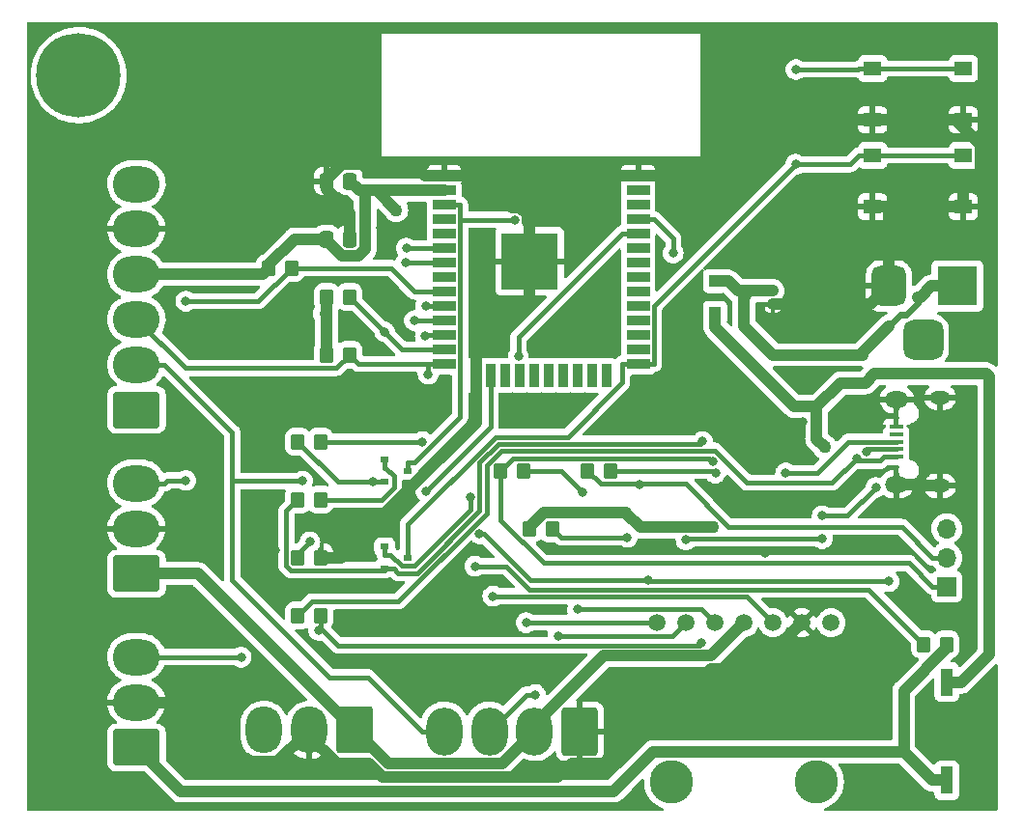
<source format=gbr>
%TF.GenerationSoftware,KiCad,Pcbnew,6.0.2+dfsg-1*%
%TF.CreationDate,2022-10-25T22:06:18-05:00*%
%TF.ProjectId,amiplanta,616d6970-6c61-46e7-9461-2e6b69636164,rev?*%
%TF.SameCoordinates,Original*%
%TF.FileFunction,Copper,L1,Top*%
%TF.FilePolarity,Positive*%
%FSLAX46Y46*%
G04 Gerber Fmt 4.6, Leading zero omitted, Abs format (unit mm)*
G04 Created by KiCad (PCBNEW 6.0.2+dfsg-1) date 2022-10-25 22:06:18*
%MOMM*%
%LPD*%
G01*
G04 APERTURE LIST*
G04 Aperture macros list*
%AMRoundRect*
0 Rectangle with rounded corners*
0 $1 Rounding radius*
0 $2 $3 $4 $5 $6 $7 $8 $9 X,Y pos of 4 corners*
0 Add a 4 corners polygon primitive as box body*
4,1,4,$2,$3,$4,$5,$6,$7,$8,$9,$2,$3,0*
0 Add four circle primitives for the rounded corners*
1,1,$1+$1,$2,$3*
1,1,$1+$1,$4,$5*
1,1,$1+$1,$6,$7*
1,1,$1+$1,$8,$9*
0 Add four rect primitives between the rounded corners*
20,1,$1+$1,$2,$3,$4,$5,0*
20,1,$1+$1,$4,$5,$6,$7,0*
20,1,$1+$1,$6,$7,$8,$9,0*
20,1,$1+$1,$8,$9,$2,$3,0*%
G04 Aperture macros list end*
%TA.AperFunction,ComponentPad*%
%ADD10RoundRect,0.250000X1.800000X-1.330000X1.800000X1.330000X-1.800000X1.330000X-1.800000X-1.330000X0*%
%TD*%
%TA.AperFunction,ComponentPad*%
%ADD11O,4.100000X3.160000*%
%TD*%
%TA.AperFunction,SMDPad,CuDef*%
%ADD12R,1.120000X2.440000*%
%TD*%
%TA.AperFunction,SMDPad,CuDef*%
%ADD13R,0.800000X0.600000*%
%TD*%
%TA.AperFunction,SMDPad,CuDef*%
%ADD14RoundRect,0.250000X-0.350000X-0.450000X0.350000X-0.450000X0.350000X0.450000X-0.350000X0.450000X0*%
%TD*%
%TA.AperFunction,SMDPad,CuDef*%
%ADD15R,1.550000X1.300000*%
%TD*%
%TA.AperFunction,ComponentPad*%
%ADD16C,3.810000*%
%TD*%
%TA.AperFunction,ComponentPad*%
%ADD17C,1.500000*%
%TD*%
%TA.AperFunction,ComponentPad*%
%ADD18R,3.500000X3.500000*%
%TD*%
%TA.AperFunction,ComponentPad*%
%ADD19RoundRect,0.750000X-0.750000X-1.000000X0.750000X-1.000000X0.750000X1.000000X-0.750000X1.000000X0*%
%TD*%
%TA.AperFunction,ComponentPad*%
%ADD20RoundRect,0.875000X-0.875000X-0.875000X0.875000X-0.875000X0.875000X0.875000X-0.875000X0.875000X0*%
%TD*%
%TA.AperFunction,SMDPad,CuDef*%
%ADD21R,2.000000X0.900000*%
%TD*%
%TA.AperFunction,SMDPad,CuDef*%
%ADD22R,0.900000X2.000000*%
%TD*%
%TA.AperFunction,SMDPad,CuDef*%
%ADD23R,5.000000X5.000000*%
%TD*%
%TA.AperFunction,SMDPad,CuDef*%
%ADD24R,1.300000X0.450000*%
%TD*%
%TA.AperFunction,ComponentPad*%
%ADD25O,1.800000X1.150000*%
%TD*%
%TA.AperFunction,ComponentPad*%
%ADD26O,2.000000X1.450000*%
%TD*%
%TA.AperFunction,SMDPad,CuDef*%
%ADD27R,1.100000X1.100000*%
%TD*%
%TA.AperFunction,ComponentPad*%
%ADD28R,1.700000X1.700000*%
%TD*%
%TA.AperFunction,ComponentPad*%
%ADD29O,1.700000X1.700000*%
%TD*%
%TA.AperFunction,ComponentPad*%
%ADD30C,7.400000*%
%TD*%
%TA.AperFunction,SMDPad,CuDef*%
%ADD31RoundRect,0.250000X-0.337500X-0.475000X0.337500X-0.475000X0.337500X0.475000X-0.337500X0.475000X0*%
%TD*%
%TA.AperFunction,ComponentPad*%
%ADD32RoundRect,0.250000X1.330000X1.850000X-1.330000X1.850000X-1.330000X-1.850000X1.330000X-1.850000X0*%
%TD*%
%TA.AperFunction,ComponentPad*%
%ADD33O,3.160000X4.200000*%
%TD*%
%TA.AperFunction,ComponentPad*%
%ADD34RoundRect,0.250000X1.330000X1.800000X-1.330000X1.800000X-1.330000X-1.800000X1.330000X-1.800000X0*%
%TD*%
%TA.AperFunction,ComponentPad*%
%ADD35O,3.160000X4.100000*%
%TD*%
%TA.AperFunction,SMDPad,CuDef*%
%ADD36R,0.400000X0.480000*%
%TD*%
%TA.AperFunction,ViaPad*%
%ADD37C,1.100000*%
%TD*%
%TA.AperFunction,ViaPad*%
%ADD38C,0.800000*%
%TD*%
%TA.AperFunction,Conductor*%
%ADD39C,1.000000*%
%TD*%
%TA.AperFunction,Conductor*%
%ADD40C,0.200000*%
%TD*%
%TA.AperFunction,Conductor*%
%ADD41C,0.400000*%
%TD*%
%TA.AperFunction,Conductor*%
%ADD42C,0.600000*%
%TD*%
G04 APERTURE END LIST*
D10*
%TO.P,Jtem1,1,Pin_1*%
%TO.N,+3.3V*%
X33125000Y-90320000D03*
D11*
%TO.P,Jtem1,2,Pin_2*%
%TO.N,GNDREF*%
X33125000Y-86360000D03*
%TO.P,Jtem1,3,Pin_3*%
%TO.N,/Sensores/dt*%
X33125000Y-82400000D03*
%TD*%
D12*
%TO.P,SWin1,1*%
%TO.N,+5V_Jack*%
X104140000Y-99835000D03*
%TO.P,SWin1,2*%
%TO.N,+5V*%
X104140000Y-108445000D03*
%TD*%
D13*
%TO.P,Q2,1*%
%TO.N,Net-(Q2-Pad1)*%
X54870000Y-87950000D03*
%TO.P,Q2,2*%
%TO.N,/CP2102N-A02-GQFN28(Bootloader)/DTR*%
X54870000Y-89850000D03*
%TO.P,Q2,3*%
%TO.N,BOOT*%
X56890000Y-88900000D03*
%TD*%
D14*
%TO.P,RRTS1,1*%
%TO.N,/CP2102N-A02-GQFN28(Bootloader)/RTS*%
X47260000Y-78740000D03*
%TO.P,RRTS1,2*%
%TO.N,Net-(Q2-Pad1)*%
X49260000Y-78740000D03*
%TD*%
D15*
%TO.P,SWEnable1,1,1*%
%TO.N,EN*%
X97625000Y-46010000D03*
X105575000Y-46010000D03*
%TO.P,SWEnable1,2,2*%
%TO.N,GNDREF*%
X97625000Y-50510000D03*
X105575000Y-50510000D03*
%TD*%
D16*
%TO.P,U2,*%
%TO.N,*%
X92710000Y-108585000D03*
X80010000Y-108585000D03*
D17*
%TO.P,U2,1,VDD*%
%TO.N,+3.3V*%
X93980000Y-94615000D03*
%TO.P,U2,2,GND*%
%TO.N,GNDREF*%
X91440000Y-94615000D03*
%TO.P,U2,3,~{SD_MODE}*%
%TO.N,/ESP32/amp_D_mode*%
X88900000Y-94615000D03*
%TO.P,U2,4,GAIN_SLOT*%
%TO.N,+3.3V*%
X86360000Y-94615000D03*
%TO.P,U2,5,DIN*%
%TO.N,/ESP32/Amp_Din*%
X83820000Y-94615000D03*
%TO.P,U2,6,BCLK*%
%TO.N,/ESP32/BCLK*%
X81280000Y-94615000D03*
%TO.P,U2,7,LRCLK*%
%TO.N,/ESP32/LRC*%
X78740000Y-94615000D03*
%TD*%
D18*
%TO.P,J1,1*%
%TO.N,Net-(Din1-Pad2)*%
X105060000Y-65082500D03*
D19*
%TO.P,J1,2*%
%TO.N,GNDREF*%
X99060000Y-65082500D03*
D20*
%TO.P,J1,3*%
%TO.N,N/C*%
X102060000Y-69782500D03*
%TD*%
D14*
%TO.P,RED1,1,K*%
%TO.N,Net-(RED1-Pad1)*%
X102140000Y-96520000D03*
%TO.P,RED1,2,A*%
%TO.N,+5V*%
X104140000Y-96520000D03*
%TD*%
%TO.P,RDTR1,1*%
%TO.N,/CP2102N-A02-GQFN28(Bootloader)/DTR*%
X47260000Y-83820000D03*
%TO.P,RDTR1,2*%
%TO.N,Net-(Q1-Pad1)*%
X49260000Y-83820000D03*
%TD*%
D21*
%TO.P,U3,1,GND*%
%TO.N,GNDREF*%
X60080000Y-55415000D03*
%TO.P,U3,2,VDD*%
%TO.N,+3.3V*%
X60080000Y-56685000D03*
%TO.P,U3,3,EN*%
%TO.N,EN*%
X60080000Y-57955000D03*
%TO.P,U3,4,SENSOR_VP*%
%TO.N,unconnected-(U3-Pad4)*%
X60080000Y-59225000D03*
%TO.P,U3,5,SENSOR_VN*%
%TO.N,unconnected-(U3-Pad5)*%
X60080000Y-60495000D03*
%TO.P,U3,6,IO34*%
%TO.N,/Sensores/dh*%
X60080000Y-61765000D03*
%TO.P,U3,7,IO35*%
%TO.N,/ESP32/amp_D_mode*%
X60080000Y-63035000D03*
%TO.P,U3,8,IO32*%
%TO.N,unconnected-(U3-Pad8)*%
X60080000Y-64305000D03*
%TO.P,U3,9,IO33*%
%TO.N,/Sensores/dt*%
X60080000Y-65575000D03*
%TO.P,U3,10,IO25*%
%TO.N,/ESP32/Amp_Din*%
X60080000Y-66845000D03*
%TO.P,U3,11,IO26*%
%TO.N,/ESP32/LRC*%
X60080000Y-68115000D03*
%TO.P,U3,12,IO27*%
%TO.N,/ESP32/BCLK*%
X60080000Y-69385000D03*
%TO.P,U3,13,IO14*%
%TO.N,/ESP32/SCL*%
X60080000Y-70655000D03*
%TO.P,U3,14,IO12*%
%TO.N,/ESP32/SDA*%
X60080000Y-71925000D03*
D22*
%TO.P,U3,15,GND*%
%TO.N,GNDREF*%
X62865000Y-72925000D03*
%TO.P,U3,16,IO13*%
%TO.N,/Sensores/dm*%
X64135000Y-72925000D03*
%TO.P,U3,17,SHD/SD2*%
%TO.N,unconnected-(U3-Pad17)*%
X65405000Y-72925000D03*
%TO.P,U3,18,SWP/SD3*%
%TO.N,unconnected-(U3-Pad18)*%
X66675000Y-72925000D03*
%TO.P,U3,19,SCS/CMD*%
%TO.N,unconnected-(U3-Pad19)*%
X67945000Y-72925000D03*
%TO.P,U3,20,SCK/CLK*%
%TO.N,unconnected-(U3-Pad20)*%
X69215000Y-72925000D03*
%TO.P,U3,21,SDO/SD0*%
%TO.N,unconnected-(U3-Pad21)*%
X70485000Y-72925000D03*
%TO.P,U3,22,SDI/SD1*%
%TO.N,unconnected-(U3-Pad22)*%
X71755000Y-72925000D03*
%TO.P,U3,23,IO15*%
%TO.N,unconnected-(U3-Pad23)*%
X73025000Y-72925000D03*
%TO.P,U3,24,IO2*%
%TO.N,unconnected-(U3-Pad24)*%
X74295000Y-72925000D03*
D21*
%TO.P,U3,25,IO0*%
%TO.N,BOOT*%
X77080000Y-71925000D03*
%TO.P,U3,26,IO4*%
%TO.N,unconnected-(U3-Pad26)*%
X77080000Y-70655000D03*
%TO.P,U3,27,IO16*%
%TO.N,unconnected-(U3-Pad27)*%
X77080000Y-69385000D03*
%TO.P,U3,28,IO17*%
%TO.N,unconnected-(U3-Pad28)*%
X77080000Y-68115000D03*
%TO.P,U3,29,IO5*%
%TO.N,unconnected-(U3-Pad29)*%
X77080000Y-66845000D03*
%TO.P,U3,30,IO18*%
%TO.N,unconnected-(U3-Pad30)*%
X77080000Y-65575000D03*
%TO.P,U3,31,IO19*%
%TO.N,unconnected-(U3-Pad31)*%
X77080000Y-64305000D03*
%TO.P,U3,32,NC*%
%TO.N,unconnected-(U3-Pad32)*%
X77080000Y-63035000D03*
%TO.P,U3,33,IO21*%
%TO.N,unconnected-(U3-Pad33)*%
X77080000Y-61765000D03*
%TO.P,U3,34,RXD0/IO3*%
%TO.N,/CP2102N-A02-GQFN28(Bootloader)/RXD0*%
X77080000Y-60495000D03*
%TO.P,U3,35,TXD0/IO1*%
%TO.N,/CP2102N-A02-GQFN28(Bootloader)/TXD0*%
X77080000Y-59225000D03*
%TO.P,U3,36,IO22*%
%TO.N,unconnected-(U3-Pad36)*%
X77080000Y-57955000D03*
%TO.P,U3,37,IO23*%
%TO.N,unconnected-(U3-Pad37)*%
X77080000Y-56685000D03*
%TO.P,U3,38,GND*%
%TO.N,GNDREF*%
X77080000Y-55415000D03*
D23*
%TO.P,U3,39,GND*%
X67580000Y-62915000D03*
%TD*%
D10*
%TO.P,Jmov1,1,Pin_1*%
%TO.N,+5V*%
X33125000Y-105560000D03*
D11*
%TO.P,Jmov1,2,Pin_2*%
%TO.N,GNDREF*%
X33125000Y-101600000D03*
%TO.P,Jmov1,3,Pin_3*%
%TO.N,/Sensores/dm*%
X33125000Y-97640000D03*
%TD*%
D24*
%TO.P,J2,1,VBUS*%
%TO.N,/CP2102N-A02-GQFN28(Bootloader)/VBUS*%
X99700000Y-80040000D03*
%TO.P,J2,2,D-*%
%TO.N,/CP2102N-A02-GQFN28(Bootloader)/USB_DN*%
X99700000Y-79390000D03*
%TO.P,J2,3,D+*%
%TO.N,/CP2102N-A02-GQFN28(Bootloader)/USB_DP*%
X99700000Y-78740000D03*
%TO.P,J2,4,ID*%
%TO.N,unconnected-(J2-Pad4)*%
X99700000Y-78090000D03*
%TO.P,J2,5,GND*%
%TO.N,GNDREF*%
X99700000Y-77440000D03*
D25*
%TO.P,J2,6,Shield*%
X103550000Y-74865000D03*
X103550000Y-82615000D03*
D26*
X99750000Y-75015000D03*
X99750000Y-82465000D03*
%TD*%
D14*
%TO.P,rsda1,1*%
%TO.N,+3.3V*%
X49800000Y-71120000D03*
%TO.P,rsda1,2*%
%TO.N,/ESP32/SDA*%
X51800000Y-71120000D03*
%TD*%
%TO.P,RRXD0,1*%
%TO.N,/CP2102N-A02-GQFN28(Bootloader)/TXD*%
X65040000Y-81280000D03*
%TO.P,RRXD0,2*%
%TO.N,/CP2102N-A02-GQFN28(Bootloader)/RXD0*%
X67040000Y-81280000D03*
%TD*%
D27*
%TO.P,Din1,1,K*%
%TO.N,+5V_Jack*%
X83820000Y-67440000D03*
%TO.P,Din1,2,A*%
%TO.N,Net-(Din1-Pad2)*%
X83820000Y-64640000D03*
%TD*%
D14*
%TO.P,Rtemp1,1*%
%TO.N,+3.3V*%
X44720000Y-63500000D03*
%TO.P,Rtemp1,2*%
%TO.N,/Sensores/dt*%
X46720000Y-63500000D03*
%TD*%
D28*
%TO.P,J3,1,Pin_1*%
%TO.N,/CP2102N-A02-GQFN28(Bootloader)/TXD*%
X104140000Y-91440000D03*
D29*
%TO.P,J3,2,Pin_2*%
%TO.N,/CP2102N-A02-GQFN28(Bootloader)/RXD*%
X104140000Y-88900000D03*
%TO.P,J3,3,Pin_3*%
%TO.N,/CP2102N-A02-GQFN28(Bootloader)/RTS*%
X104140000Y-86360000D03*
%TD*%
D15*
%TO.P,SWBoot1,1,1*%
%TO.N,BOOT*%
X97625000Y-53630000D03*
X105575000Y-53630000D03*
%TO.P,SWBoot1,2,2*%
%TO.N,GNDREF*%
X97625000Y-58130000D03*
X105575000Y-58130000D03*
%TD*%
D14*
%TO.P,Rvbus1,1*%
%TO.N,/CP2102N-A02-GQFN28(Bootloader)/VBUS*%
X47260000Y-93980000D03*
%TO.P,Rvbus1,2*%
%TO.N,Net-(Rvbus1-Pad2)*%
X49260000Y-93980000D03*
%TD*%
%TO.P,R_rstbl1,1*%
%TO.N,+3.3V*%
X67580000Y-86360000D03*
%TO.P,R_rstbl1,2*%
%TO.N,Net-(R_rstbl1-Pad2)*%
X69580000Y-86360000D03*
%TD*%
D30*
%TO.P,REF\u002A\u002A,1*%
%TO.N,N/C*%
X28050000Y-46600000D03*
%TD*%
D31*
%TO.P,Cfeed1,1*%
%TO.N,+3.3V*%
X49762500Y-60960000D03*
%TO.P,Cfeed1,2*%
%TO.N,GNDREF*%
X51837500Y-60960000D03*
%TD*%
D32*
%TO.P,Joled1,1,Pin_1*%
%TO.N,GNDREF*%
X71980000Y-104140000D03*
D33*
%TO.P,Joled1,2,Pin_2*%
%TO.N,+3.3V*%
X68020000Y-104140000D03*
%TO.P,Joled1,3,Pin_3*%
%TO.N,/ESP32/SDA*%
X64060000Y-104140000D03*
%TO.P,Joled1,4,Pin_4*%
%TO.N,/ESP32/SCL*%
X60100000Y-104140000D03*
%TD*%
D13*
%TO.P,Q1,1*%
%TO.N,Net-(Q1-Pad1)*%
X54870000Y-80330000D03*
%TO.P,Q1,2*%
%TO.N,/CP2102N-A02-GQFN28(Bootloader)/RTS*%
X54870000Y-82230000D03*
%TO.P,Q1,3*%
%TO.N,EN*%
X56890000Y-81280000D03*
%TD*%
D34*
%TO.P,Jhum1,1,Pin_1*%
%TO.N,+3.3V*%
X52220000Y-104035000D03*
D35*
%TO.P,Jhum1,2,Pin_2*%
%TO.N,GNDREF*%
X48260000Y-104035000D03*
%TO.P,Jhum1,3,Pin_3*%
%TO.N,/Sensores/dh*%
X44300000Y-104035000D03*
%TD*%
D14*
%TO.P,RTXD0,1*%
%TO.N,/CP2102N-A02-GQFN28(Bootloader)/RXD*%
X72660000Y-81280000D03*
%TO.P,RTXD0,2*%
%TO.N,/CP2102N-A02-GQFN28(Bootloader)/TXD0*%
X74660000Y-81280000D03*
%TD*%
D36*
%TO.P,Dinl1,1*%
%TO.N,GNDREF*%
X88900000Y-66700000D03*
%TO.P,Dinl1,2*%
%TO.N,Net-(Din1-Pad2)*%
X88900000Y-65380000D03*
%TD*%
D14*
%TO.P,rscl1,1*%
%TO.N,+3.3V*%
X49800000Y-66040000D03*
%TO.P,rscl1,2*%
%TO.N,/ESP32/SCL*%
X51800000Y-66040000D03*
%TD*%
D31*
%TO.P,Cfeed2,1*%
%TO.N,GNDREF*%
X49762500Y-55880000D03*
%TO.P,Cfeed2,2*%
%TO.N,+3.3V*%
X51837500Y-55880000D03*
%TD*%
D14*
%TO.P,Rvbus2,1*%
%TO.N,Net-(Rvbus1-Pad2)*%
X47260000Y-88900000D03*
%TO.P,Rvbus2,2*%
%TO.N,GNDREF*%
X49260000Y-88900000D03*
%TD*%
D10*
%TO.P,Jluc1,1,Pin_1*%
%TO.N,/Sensores/INT Luz(op)*%
X33125000Y-75940000D03*
D11*
%TO.P,Jluc1,2,Pin_2*%
%TO.N,/ESP32/SCL*%
X33125000Y-71980000D03*
%TO.P,Jluc1,3,Pin_3*%
%TO.N,/ESP32/SDA*%
X33125000Y-68020000D03*
%TO.P,Jluc1,4,Pin_4*%
%TO.N,+3.3V*%
X33125000Y-64060000D03*
%TO.P,Jluc1,5,Pin_5*%
%TO.N,GNDREF*%
X33125000Y-60100000D03*
%TO.P,Jluc1,6,Pin_6*%
%TO.N,/Sensores/VL Luz (op)*%
X33125000Y-56140000D03*
%TD*%
D37*
%TO.N,+3.3V*%
X55880000Y-58420000D03*
X76057600Y-84999900D03*
X49662000Y-67507800D03*
X83675800Y-86216400D03*
D38*
%TO.N,GNDREF*%
X93500000Y-72750000D03*
X72250000Y-71000000D03*
X98500000Y-108750000D03*
D37*
X54610000Y-85090000D03*
D38*
X70000000Y-76500000D03*
X80750000Y-74250000D03*
X54500000Y-60000000D03*
X58750000Y-75250000D03*
X88250000Y-88500000D03*
X43500000Y-79500000D03*
X45250000Y-88250000D03*
X53250000Y-75750000D03*
X57000000Y-98250000D03*
X57000000Y-94750000D03*
X39250000Y-73500000D03*
X91500000Y-77000000D03*
X64000000Y-94500000D03*
X52750000Y-68750000D03*
X62750000Y-68500000D03*
D37*
X86146400Y-98633100D03*
D38*
X44500000Y-68000000D03*
%TO.N,BOOT*%
X90895300Y-54406600D03*
%TO.N,EN*%
X66275100Y-59273100D03*
X90925300Y-46086700D03*
D37*
%TO.N,+5V_Jack*%
X93452800Y-79220800D03*
D38*
%TO.N,/CP2102N-A02-GQFN28(Bootloader)/VBUS*%
X96215200Y-80192500D03*
%TO.N,/CP2102N-A02-GQFN28(Bootloader)/USB_DP*%
X90012300Y-81478600D03*
%TO.N,/CP2102N-A02-GQFN28(Bootloader)/USB_DN*%
X97062600Y-79586900D03*
%TO.N,/CP2102N-A02-GQFN28(Bootloader)/TXD*%
X83663800Y-80510200D03*
%TO.N,/CP2102N-A02-GQFN28(Bootloader)/RXD*%
X77189700Y-82468593D03*
%TO.N,/CP2102N-A02-GQFN28(Bootloader)/RTS*%
X99073800Y-90992700D03*
X63191700Y-86821800D03*
X77989200Y-90879800D03*
X53815300Y-82230000D03*
%TO.N,/Sensores/dh*%
X56770300Y-61765000D03*
%TO.N,/ESP32/SCL*%
X54874200Y-69114200D03*
X47658000Y-82188500D03*
%TO.N,/ESP32/SDA*%
X58679700Y-72827700D03*
X68081200Y-100933200D03*
%TO.N,/Sensores/dm*%
X42293800Y-97640000D03*
X58458500Y-83061500D03*
%TO.N,/Sensores/dt*%
X37438700Y-66417300D03*
X37438700Y-82142700D03*
%TO.N,Net-(Q2-Pad1)*%
X62392600Y-83590500D03*
X58187200Y-78740000D03*
%TO.N,/CP2102N-A02-GQFN28(Bootloader)/DTR*%
X82723200Y-78720100D03*
%TO.N,Net-(Ractbl1-Pad1)*%
X93215600Y-85244100D03*
X81280000Y-87342500D03*
X97915100Y-82761900D03*
X93215600Y-87249800D03*
%TO.N,Net-(RED1-Pad1)*%
X62780000Y-89656800D03*
%TO.N,/CP2102N-A02-GQFN28(Bootloader)/RXD0*%
X66586000Y-71231100D03*
X72242100Y-83188400D03*
%TO.N,/CP2102N-A02-GQFN28(Bootloader)/TXD0*%
X83862558Y-81489741D03*
X80160300Y-62196700D03*
%TO.N,Net-(Rvbus1-Pad2)*%
X49074300Y-95284000D03*
X48315200Y-87530900D03*
X82632500Y-96403700D03*
%TO.N,Net-(R_rstbl1-Pad2)*%
X76146800Y-87119200D03*
%TO.N,/ESP32/amp_D_mode*%
X56691000Y-63035000D03*
X64354100Y-92293200D03*
%TO.N,/ESP32/Amp_Din*%
X58474300Y-66820000D03*
X71788100Y-93444000D03*
%TO.N,/ESP32/BCLK*%
X58430900Y-69467800D03*
X70053100Y-95772800D03*
%TO.N,/ESP32/LRC*%
X57479200Y-68115000D03*
X67264500Y-94615000D03*
%TD*%
D39*
%TO.N,+3.3V*%
X38505000Y-90320000D02*
X33125000Y-90320000D01*
X67580000Y-86360000D02*
X67580000Y-86214700D01*
X49800000Y-66040000D02*
X49800000Y-67507800D01*
X49800000Y-67507800D02*
X49662000Y-67507800D01*
X33125000Y-64060000D02*
X44160000Y-64060000D01*
X67580000Y-86214700D02*
X68836100Y-84958600D01*
X76016300Y-84958600D02*
X76057600Y-84999900D01*
X54145000Y-56685000D02*
X55880000Y-58420000D01*
X49762500Y-61047300D02*
X49762500Y-60960000D01*
X68020000Y-103570000D02*
X74082700Y-97507300D01*
X68836100Y-84958600D02*
X76016300Y-84958600D01*
X76057600Y-84999900D02*
X77274100Y-86216400D01*
X52220000Y-104035000D02*
X38505000Y-90320000D01*
X53152700Y-56685000D02*
X53152700Y-61844100D01*
X49800000Y-67507800D02*
X49800000Y-71120000D01*
X83467700Y-97507300D02*
X86360000Y-94615000D01*
X68020000Y-104140000D02*
X68020000Y-103570000D01*
X53152700Y-61844100D02*
X52557400Y-62439400D01*
X44160000Y-64060000D02*
X44720000Y-63500000D01*
X51154600Y-62439400D02*
X49762500Y-61047300D01*
X44720000Y-63219900D02*
X44720000Y-63500000D01*
X49762500Y-60960000D02*
X46979900Y-60960000D01*
X68020000Y-104140000D02*
X65179200Y-106980800D01*
X52557400Y-62439400D02*
X51154600Y-62439400D01*
X55165800Y-106980800D02*
X52220000Y-104035000D01*
X51837500Y-55880000D02*
X52642500Y-56685000D01*
X74082700Y-97507300D02*
X83467700Y-97507300D01*
X53152700Y-56685000D02*
X54145000Y-56685000D01*
X65179200Y-106980800D02*
X55165800Y-106980800D01*
X54145000Y-56685000D02*
X60080000Y-56685000D01*
X46979900Y-60960000D02*
X44720000Y-63219900D01*
X77274100Y-86216400D02*
X83675800Y-86216400D01*
X52642500Y-56685000D02*
X53152700Y-56685000D01*
%TO.N,GNDREF*%
X57365100Y-54400400D02*
X58379700Y-55415000D01*
X49762500Y-56596500D02*
X49762500Y-55880000D01*
X86146400Y-98633100D02*
X86071800Y-98707700D01*
X105575000Y-58130000D02*
X99060000Y-58130000D01*
X67580000Y-62915000D02*
X67580000Y-66115300D01*
X67580000Y-62915000D02*
X67580000Y-59714700D01*
X53772200Y-86157200D02*
X56312200Y-83617200D01*
X53475600Y-106988300D02*
X50675800Y-106988300D01*
X51147100Y-54400400D02*
X57365100Y-54400400D01*
X71879700Y-55415000D02*
X77080000Y-55415000D01*
X104287200Y-50510000D02*
X105575000Y-50510000D01*
X75278800Y-106941400D02*
X71269300Y-106941400D01*
X107092400Y-52692300D02*
X107092400Y-55262300D01*
X51029400Y-88900000D02*
X53772200Y-86157200D01*
X91272400Y-50510000D02*
X97625000Y-50510000D01*
X67375400Y-59510100D02*
X67375400Y-58817300D01*
D40*
X99700000Y-77440000D02*
X99700000Y-75065000D01*
D39*
X97625000Y-50510000D02*
X104287200Y-50510000D01*
X67580000Y-59714700D02*
X71879700Y-55415000D01*
X62865000Y-72925000D02*
X62865000Y-70830300D01*
X83512500Y-98707700D02*
X75278800Y-106941400D01*
X77080000Y-55415000D02*
X86367400Y-55415000D01*
X101450300Y-82465000D02*
X101600300Y-82615000D01*
X99750000Y-82465000D02*
X101450300Y-82465000D01*
X49260000Y-88900000D02*
X51029400Y-88900000D01*
X56312200Y-83617200D02*
X54839400Y-85090000D01*
X50675800Y-106988300D02*
X47991300Y-104303700D01*
X60080000Y-55415000D02*
X58379700Y-55415000D01*
X99060000Y-58130000D02*
X97625000Y-58130000D01*
D40*
X99700000Y-75065000D02*
X99750000Y-75015000D01*
D39*
X104287200Y-50510000D02*
X104910100Y-50510000D01*
X54839400Y-85090000D02*
X54610000Y-85090000D01*
X99060000Y-58130000D02*
X99060000Y-65082500D01*
X86071800Y-98707700D02*
X83512500Y-98707700D01*
X97442500Y-66700000D02*
X99060000Y-65082500D01*
X45467800Y-106827200D02*
X47991300Y-104303700D01*
X67375400Y-58817300D02*
X66730900Y-58172800D01*
X51837500Y-58671500D02*
X49762500Y-56596500D01*
X37166600Y-101600000D02*
X42393800Y-106827200D01*
X71269300Y-106941400D02*
X70022000Y-108188700D01*
X104910100Y-50510000D02*
X107092400Y-52692300D01*
X49762500Y-55880000D02*
X49762500Y-55785000D01*
X66730900Y-58172800D02*
X66038100Y-58172800D01*
X53772200Y-86157200D02*
X54610000Y-85319400D01*
X86367400Y-55415000D02*
X91272400Y-50510000D01*
X63280300Y-55415000D02*
X60080000Y-55415000D01*
X107092400Y-55262300D02*
X105575000Y-56779700D01*
X49762500Y-55785000D02*
X51147100Y-54400400D01*
X62865000Y-70830300D02*
X67580000Y-66115300D01*
X54610000Y-85319400D02*
X54610000Y-85090000D01*
X47991300Y-104303700D02*
X48260000Y-104035000D01*
X42393800Y-106827200D02*
X45467800Y-106827200D01*
X66038100Y-58172800D02*
X63280300Y-55415000D01*
X33125000Y-101600000D02*
X37166600Y-101600000D01*
X91440000Y-94615000D02*
X87421900Y-98633100D01*
X101600300Y-82615000D02*
X103550000Y-82615000D01*
X51837500Y-60960000D02*
X51837500Y-58671500D01*
X88900000Y-66700000D02*
X97442500Y-66700000D01*
X62865000Y-77064400D02*
X62865000Y-72925000D01*
X105575000Y-58130000D02*
X105575000Y-56779700D01*
X87421900Y-98633100D02*
X86146400Y-98633100D01*
X67580000Y-59714700D02*
X67375400Y-59510100D01*
X56312200Y-83617200D02*
X62865000Y-77064400D01*
X54676000Y-108188700D02*
X53475600Y-106988300D01*
X70022000Y-108188700D02*
X54676000Y-108188700D01*
D41*
%TO.N,BOOT*%
X70924800Y-78319900D02*
X64579800Y-78319900D01*
X56890000Y-86009700D02*
X56890000Y-88900000D01*
X78480300Y-71925000D02*
X78480300Y-66821600D01*
X75679700Y-71925000D02*
X75679700Y-73565000D01*
X75679700Y-73565000D02*
X70924800Y-78319900D01*
X96449700Y-53630000D02*
X95673100Y-54406600D01*
X97625000Y-53630000D02*
X96449700Y-53630000D01*
X77080000Y-71925000D02*
X78480300Y-71925000D01*
X105575000Y-53630000D02*
X97625000Y-53630000D01*
X78480300Y-66821600D02*
X90895300Y-54406600D01*
X77080000Y-71925000D02*
X75679700Y-71925000D01*
X95673100Y-54406600D02*
X90895300Y-54406600D01*
X64579800Y-78319900D02*
X56890000Y-86009700D01*
%TO.N,EN*%
X66275100Y-59273100D02*
X61480300Y-59273100D01*
X96449700Y-46010000D02*
X96373000Y-46086700D01*
X105575000Y-46010000D02*
X97625000Y-46010000D01*
X56890000Y-80579700D02*
X57480000Y-80579700D01*
X56890000Y-81280000D02*
X56890000Y-80579700D01*
X61480300Y-76579400D02*
X61480300Y-59273100D01*
X57480000Y-80579700D02*
X61480300Y-76579400D01*
X60080000Y-57955000D02*
X61480300Y-57955000D01*
X96373000Y-46086700D02*
X90925300Y-46086700D01*
X61480300Y-57955000D02*
X61480300Y-59273100D01*
X97625000Y-46010000D02*
X96449700Y-46010000D01*
D39*
%TO.N,+5V*%
X33125000Y-105560000D02*
X36954000Y-109389000D01*
X104140000Y-96835600D02*
X100364800Y-100610800D01*
X100364800Y-100610800D02*
X100364800Y-105930100D01*
X78361800Y-105930100D02*
X100364800Y-105930100D01*
X104140000Y-96520000D02*
X104140000Y-96835600D01*
X74902900Y-109389000D02*
X78361800Y-105930100D01*
X100364800Y-105930100D02*
X102879700Y-108445000D01*
X104140000Y-108445000D02*
X102879700Y-108445000D01*
X36954000Y-109389000D02*
X74902900Y-109389000D01*
%TO.N,+5V_Jack*%
X92737500Y-78505500D02*
X92737500Y-75658900D01*
X96983000Y-73578000D02*
X94818400Y-73578000D01*
X105400300Y-99835000D02*
X107823000Y-97412300D01*
X107823000Y-97412300D02*
X107823000Y-73025000D01*
X94818400Y-73578000D02*
X92737500Y-75658900D01*
X90788600Y-75658900D02*
X83820000Y-68690300D01*
X92737500Y-75658900D02*
X90788600Y-75658900D01*
X104140000Y-99835000D02*
X105400300Y-99835000D01*
X83820000Y-67440000D02*
X83820000Y-68690300D01*
X93452800Y-79220800D02*
X92737500Y-78505500D01*
X107823000Y-73025000D02*
X107569000Y-72771000D01*
X107569000Y-72771000D02*
X97790000Y-72771000D01*
X97790000Y-72771000D02*
X96983000Y-73578000D01*
%TO.N,Net-(Din1-Pad2)*%
X86900000Y-65500000D02*
X85820000Y-65500000D01*
X85820000Y-65500000D02*
X84960000Y-64640000D01*
X86360000Y-66040000D02*
X86360000Y-68580000D01*
D42*
X101600000Y-66547956D02*
X101600000Y-66040000D01*
D41*
X83820000Y-64640000D02*
X84770300Y-64640000D01*
D42*
X99060000Y-68580000D02*
X100076022Y-67563978D01*
D39*
X88900000Y-71120000D02*
X96745114Y-71120000D01*
X101600000Y-66040000D02*
X101825114Y-66040000D01*
D42*
X100076022Y-67563978D02*
X100583978Y-67563978D01*
D39*
X86360000Y-68580000D02*
X88900000Y-71120000D01*
X83820000Y-64640000D02*
X84960000Y-64640000D01*
D42*
X100583978Y-67563978D02*
X101600000Y-66547956D01*
D39*
X96745114Y-71120000D02*
X96745114Y-70894886D01*
X101825114Y-66040000D02*
X102782614Y-65082500D01*
X86900000Y-65500000D02*
X86360000Y-66040000D01*
X96745114Y-70894886D02*
X99060000Y-68580000D01*
X105060000Y-65082500D02*
X102782614Y-65082500D01*
X88900000Y-65500000D02*
X86900000Y-65500000D01*
D41*
%TO.N,/CP2102N-A02-GQFN28(Bootloader)/VBUS*%
X99700000Y-80040000D02*
X98649700Y-80040000D01*
X83826800Y-79520500D02*
X65077000Y-79520500D01*
X94077400Y-82330300D02*
X86636600Y-82330300D01*
X63793200Y-80804300D02*
X63793200Y-85010300D01*
X48484500Y-92755500D02*
X47260000Y-93980000D01*
X65077000Y-79520500D02*
X63793200Y-80804300D01*
X98649700Y-80040000D02*
X98263800Y-80425900D01*
X63793200Y-85010300D02*
X56048000Y-92755500D01*
X56048000Y-92755500D02*
X48484500Y-92755500D01*
X96448600Y-80425900D02*
X96215200Y-80192500D01*
X86636600Y-82330300D02*
X83826800Y-79520500D01*
X98263800Y-80425900D02*
X96448600Y-80425900D01*
X96215200Y-80192500D02*
X94077400Y-82330300D01*
%TO.N,/CP2102N-A02-GQFN28(Bootloader)/USB_DP*%
X95503600Y-78740000D02*
X92765000Y-81478600D01*
X99700000Y-78740000D02*
X95503600Y-78740000D01*
X92765000Y-81478600D02*
X90012300Y-81478600D01*
%TO.N,/CP2102N-A02-GQFN28(Bootloader)/USB_DN*%
X99700000Y-79390000D02*
X97259500Y-79390000D01*
X97259500Y-79390000D02*
X97062600Y-79586900D01*
%TO.N,/CP2102N-A02-GQFN28(Bootloader)/TXD*%
X102889700Y-91440000D02*
X100838600Y-89388900D01*
X68822500Y-89388900D02*
X65040000Y-85606400D01*
X65040000Y-85606400D02*
X65040000Y-81280000D01*
X104140000Y-91440000D02*
X102889700Y-91440000D01*
X65040000Y-81280000D02*
X66144500Y-80175500D01*
X83329100Y-80175500D02*
X83663800Y-80510200D01*
X66144500Y-80175500D02*
X83329100Y-80175500D01*
X100838600Y-89388900D02*
X68822500Y-89388900D01*
%TO.N,/CP2102N-A02-GQFN28(Bootloader)/RXD*%
X100203200Y-86213500D02*
X85028800Y-86213500D01*
X85028800Y-86213500D02*
X81246600Y-82431300D01*
X104140000Y-88900000D02*
X102889700Y-88900000D01*
X73811300Y-82431300D02*
X72660000Y-81280000D01*
X75048700Y-82431300D02*
X77152407Y-82431300D01*
X75048700Y-82431300D02*
X73811300Y-82431300D01*
X81246600Y-82431300D02*
X75048700Y-82431300D01*
X102889700Y-88900000D02*
X100203200Y-86213500D01*
X77152407Y-82431300D02*
X77189700Y-82468593D01*
%TO.N,/CP2102N-A02-GQFN28(Bootloader)/RTS*%
X53815300Y-82230000D02*
X50750000Y-82230000D01*
X99073800Y-90992700D02*
X78102100Y-90992700D01*
X54870000Y-82230000D02*
X54069700Y-82230000D01*
X77989200Y-90879800D02*
X67650100Y-90879800D01*
X63592100Y-86821800D02*
X63191700Y-86821800D01*
X54069700Y-82230000D02*
X53815300Y-82230000D01*
X67650100Y-90879800D02*
X63592100Y-86821800D01*
X50750000Y-82230000D02*
X47260000Y-78740000D01*
X78102100Y-90992700D02*
X77989200Y-90879800D01*
%TO.N,/Sensores/dh*%
X56770300Y-61765000D02*
X60080000Y-61765000D01*
%TO.N,/ESP32/SCL*%
X58119700Y-104140000D02*
X53378000Y-99398300D01*
X41497500Y-82188500D02*
X47658000Y-82188500D01*
X41497500Y-77902200D02*
X35575300Y-71980000D01*
X41497500Y-90854600D02*
X41497500Y-82188500D01*
X50041200Y-99398300D02*
X41497500Y-90854600D01*
X54874200Y-69114200D02*
X51800000Y-66040000D01*
X56415000Y-70655000D02*
X54874200Y-69114200D01*
X60100000Y-104140000D02*
X58119700Y-104140000D01*
X60080000Y-70655000D02*
X56415000Y-70655000D01*
X41497500Y-82188500D02*
X41497500Y-77902200D01*
X33125000Y-71980000D02*
X35575300Y-71980000D01*
X53378000Y-99398300D02*
X50041200Y-99398300D01*
%TO.N,/ESP32/SDA*%
X37373800Y-72268800D02*
X33125000Y-68020000D01*
X51800000Y-71120000D02*
X50651200Y-72268800D01*
X64060000Y-104140000D02*
X67266800Y-100933200D01*
X50651200Y-72268800D02*
X37373800Y-72268800D01*
X52605000Y-71925000D02*
X58679700Y-71925000D01*
X67266800Y-100933200D02*
X68081200Y-100933200D01*
X58679700Y-72827700D02*
X58679700Y-71925000D01*
X60080000Y-71925000D02*
X58679700Y-71925000D01*
X51800000Y-71120000D02*
X52605000Y-71925000D01*
%TO.N,/Sensores/dm*%
X64135000Y-72925000D02*
X64135000Y-77385000D01*
X33125000Y-97640000D02*
X42293800Y-97640000D01*
X64135000Y-77385000D02*
X58458500Y-83061500D01*
%TO.N,/Sensores/dt*%
X43802700Y-66417300D02*
X37438700Y-66417300D01*
X55416400Y-63500000D02*
X57491400Y-65575000D01*
X35832600Y-82142700D02*
X35575300Y-82400000D01*
X46720000Y-63500000D02*
X55416400Y-63500000D01*
X46720000Y-63500000D02*
X43802700Y-66417300D01*
X33125000Y-82400000D02*
X35575300Y-82400000D01*
X57491400Y-65575000D02*
X60080000Y-65575000D01*
X37438700Y-82142700D02*
X35832600Y-82142700D01*
%TO.N,Net-(Q1-Pad1)*%
X54870000Y-80330000D02*
X54870000Y-81030300D01*
X54581800Y-83820000D02*
X49260000Y-83820000D01*
X54957500Y-81030300D02*
X55672100Y-81744900D01*
X54870000Y-81030300D02*
X54957500Y-81030300D01*
X55672100Y-82729700D02*
X54581800Y-83820000D01*
X55672100Y-81744900D02*
X55672100Y-82729700D01*
%TO.N,Net-(Q2-Pad1)*%
X49260000Y-78740000D02*
X58187200Y-78740000D01*
X55350600Y-88650300D02*
X54870000Y-88650300D01*
X56347200Y-89646900D02*
X55350600Y-88650300D01*
X62392600Y-83590500D02*
X62392600Y-84704700D01*
X54870000Y-87950000D02*
X54870000Y-88650300D01*
X57450400Y-89646900D02*
X56347200Y-89646900D01*
X62392600Y-84704700D02*
X57450400Y-89646900D01*
%TO.N,/CP2102N-A02-GQFN28(Bootloader)/DTR*%
X63192900Y-80555700D02*
X63192900Y-84761500D01*
X82523100Y-78920200D02*
X64828400Y-78920200D01*
X63192900Y-84761500D02*
X57699200Y-90255200D01*
X56075500Y-90255200D02*
X55670300Y-89850000D01*
X46253400Y-84826600D02*
X47260000Y-83820000D01*
X46253400Y-89614300D02*
X46253400Y-84826600D01*
X82723200Y-78720100D02*
X82523100Y-78920200D01*
X54870000Y-89850000D02*
X54870000Y-90025000D01*
X54870000Y-89850000D02*
X55670300Y-89850000D01*
X64828400Y-78920200D02*
X63192900Y-80555700D01*
X57699200Y-90255200D02*
X56075500Y-90255200D01*
X54870000Y-90025000D02*
X46664100Y-90025000D01*
X46664100Y-90025000D02*
X46253400Y-89614300D01*
%TO.N,Net-(Ractbl1-Pad1)*%
X93215600Y-85244100D02*
X95432900Y-85244100D01*
X95432900Y-85244100D02*
X97915100Y-82761900D01*
X81372700Y-87249800D02*
X81280000Y-87342500D01*
X93215600Y-87249800D02*
X81372700Y-87249800D01*
%TO.N,Net-(RED1-Pad1)*%
X97312900Y-91692900D02*
X102140000Y-96520000D01*
X65545300Y-89656800D02*
X67581400Y-91692900D01*
X67581400Y-91692900D02*
X97312900Y-91692900D01*
X62780000Y-89656800D02*
X65545300Y-89656800D01*
%TO.N,/CP2102N-A02-GQFN28(Bootloader)/RXD0*%
X67040000Y-81280000D02*
X70333700Y-81280000D01*
X66586000Y-71231100D02*
X66586000Y-69588700D01*
X77080000Y-60495000D02*
X75679700Y-60495000D01*
X70333700Y-81280000D02*
X72242100Y-83188400D01*
X66586000Y-69588700D02*
X75679700Y-60495000D01*
%TO.N,/CP2102N-A02-GQFN28(Bootloader)/TXD0*%
X77080000Y-59225000D02*
X78480300Y-59225000D01*
X83302229Y-81280000D02*
X83332429Y-81310200D01*
X83332429Y-81310200D02*
X83683017Y-81310200D01*
X83683017Y-81310200D02*
X83862558Y-81489741D01*
X80160300Y-60905000D02*
X80160300Y-62196700D01*
X78480300Y-59225000D02*
X80160300Y-60905000D01*
X74660000Y-81280000D02*
X83302229Y-81280000D01*
%TO.N,Net-(Rvbus1-Pad2)*%
X49260000Y-95098300D02*
X49260000Y-93980000D01*
X47260000Y-88900000D02*
X47260000Y-88586100D01*
X49074300Y-95284000D02*
X49260000Y-95098300D01*
X50768600Y-96606900D02*
X82429300Y-96606900D01*
X82429300Y-96606900D02*
X82632500Y-96403700D01*
X47260000Y-88586100D02*
X48315200Y-87530900D01*
X49260000Y-95098300D02*
X50768600Y-96606900D01*
%TO.N,Net-(R_rstbl1-Pad2)*%
X70339200Y-87119200D02*
X69580000Y-86360000D01*
X76146800Y-87119200D02*
X70339200Y-87119200D01*
%TO.N,/ESP32/amp_D_mode*%
X64354100Y-92293200D02*
X86578200Y-92293200D01*
X86578200Y-92293200D02*
X88900000Y-94615000D01*
X60080000Y-63035000D02*
X58679700Y-63035000D01*
X58679700Y-63035000D02*
X56691000Y-63035000D01*
%TO.N,/ESP32/Amp_Din*%
X58654700Y-66820000D02*
X58679700Y-66845000D01*
X60080000Y-66845000D02*
X58679700Y-66845000D01*
X83820000Y-94615000D02*
X82649000Y-93444000D01*
X58474300Y-66820000D02*
X58654700Y-66820000D01*
X82649000Y-93444000D02*
X71788100Y-93444000D01*
%TO.N,/ESP32/BCLK*%
X81280000Y-94615000D02*
X80122200Y-95772800D01*
X58596900Y-69467800D02*
X58679700Y-69385000D01*
X58430900Y-69467800D02*
X58596900Y-69467800D01*
X80122200Y-95772800D02*
X70053100Y-95772800D01*
X60080000Y-69385000D02*
X58679700Y-69385000D01*
%TO.N,/ESP32/LRC*%
X60080000Y-68115000D02*
X57479200Y-68115000D01*
X78740000Y-94615000D02*
X67264500Y-94615000D01*
%TD*%
%TA.AperFunction,Conductor*%
%TO.N,GNDREF*%
G36*
X108503032Y-98262668D02*
G01*
X108559868Y-98305215D01*
X108584679Y-98371735D01*
X108585000Y-98380724D01*
X108585000Y-110999000D01*
X108564998Y-111067121D01*
X108511342Y-111113614D01*
X108459000Y-111125000D01*
X93511412Y-111125000D01*
X93443291Y-111104998D01*
X93396798Y-111051342D01*
X93386694Y-110981068D01*
X93416188Y-110916488D01*
X93465029Y-110881848D01*
X93735971Y-110774575D01*
X93735976Y-110774573D01*
X93739650Y-110773118D01*
X94005775Y-110626815D01*
X94251465Y-110448311D01*
X94305573Y-110397500D01*
X94469953Y-110243136D01*
X94469954Y-110243135D01*
X94472844Y-110240421D01*
X94478145Y-110234014D01*
X94582339Y-110108065D01*
X94666423Y-110006425D01*
X94829148Y-109750011D01*
X94830832Y-109746432D01*
X94830836Y-109746425D01*
X94956768Y-109478803D01*
X94958452Y-109475225D01*
X94963928Y-109458374D01*
X95021876Y-109280028D01*
X95052298Y-109186400D01*
X95109203Y-108888090D01*
X95128272Y-108585000D01*
X95109203Y-108281910D01*
X95052298Y-107983600D01*
X94981356Y-107765265D01*
X94959673Y-107698532D01*
X94959672Y-107698528D01*
X94958452Y-107694775D01*
X94905438Y-107582115D01*
X94830836Y-107423575D01*
X94830832Y-107423568D01*
X94829148Y-107419989D01*
X94666423Y-107163575D01*
X94663892Y-107160515D01*
X94650987Y-107144915D01*
X94622977Y-107079677D01*
X94634684Y-107009653D01*
X94682391Y-106957073D01*
X94748072Y-106938600D01*
X99894875Y-106938600D01*
X99962996Y-106958602D01*
X99983970Y-106975505D01*
X102122845Y-109114379D01*
X102131947Y-109124522D01*
X102155668Y-109154025D01*
X102160396Y-109157992D01*
X102194121Y-109186291D01*
X102197769Y-109189472D01*
X102199581Y-109191115D01*
X102201775Y-109193309D01*
X102235049Y-109220642D01*
X102235847Y-109221304D01*
X102307174Y-109281154D01*
X102311844Y-109283722D01*
X102315961Y-109287103D01*
X102397820Y-109330995D01*
X102398980Y-109331624D01*
X102475089Y-109373466D01*
X102475094Y-109373468D01*
X102480487Y-109376433D01*
X102485565Y-109378044D01*
X102490263Y-109380563D01*
X102579198Y-109407753D01*
X102580402Y-109408128D01*
X102669006Y-109436235D01*
X102674297Y-109436828D01*
X102679398Y-109438388D01*
X102772011Y-109447795D01*
X102773131Y-109447915D01*
X102822927Y-109453500D01*
X102826456Y-109453500D01*
X102827439Y-109453555D01*
X102833126Y-109454003D01*
X102853383Y-109456060D01*
X102870036Y-109457752D01*
X102870039Y-109457752D01*
X102876163Y-109458374D01*
X102921812Y-109454059D01*
X102933669Y-109453500D01*
X102945500Y-109453500D01*
X103013621Y-109473502D01*
X103060114Y-109527158D01*
X103071500Y-109579500D01*
X103071500Y-109713134D01*
X103078255Y-109775316D01*
X103129385Y-109911705D01*
X103216739Y-110028261D01*
X103333295Y-110115615D01*
X103469684Y-110166745D01*
X103531866Y-110173500D01*
X104748134Y-110173500D01*
X104810316Y-110166745D01*
X104946705Y-110115615D01*
X105063261Y-110028261D01*
X105150615Y-109911705D01*
X105201745Y-109775316D01*
X105208500Y-109713134D01*
X105208500Y-107176866D01*
X105201745Y-107114684D01*
X105150615Y-106978295D01*
X105063261Y-106861739D01*
X104946705Y-106774385D01*
X104810316Y-106723255D01*
X104748134Y-106716500D01*
X103531866Y-106716500D01*
X103469684Y-106723255D01*
X103333295Y-106774385D01*
X103216739Y-106861739D01*
X103129385Y-106978295D01*
X103126233Y-106986703D01*
X103126231Y-106986707D01*
X103118964Y-107006090D01*
X103076322Y-107062854D01*
X103009760Y-107087553D01*
X102940411Y-107072345D01*
X102911888Y-107050954D01*
X101410205Y-105549271D01*
X101376179Y-105486959D01*
X101373300Y-105460176D01*
X101373300Y-101080725D01*
X101393302Y-101012604D01*
X101410205Y-100991630D01*
X102126193Y-100275642D01*
X102856405Y-99545429D01*
X102918717Y-99511404D01*
X102989532Y-99516468D01*
X103046368Y-99559015D01*
X103071179Y-99625535D01*
X103071500Y-99634524D01*
X103071500Y-101103134D01*
X103078255Y-101165316D01*
X103129385Y-101301705D01*
X103216739Y-101418261D01*
X103333295Y-101505615D01*
X103469684Y-101556745D01*
X103531866Y-101563500D01*
X104748134Y-101563500D01*
X104810316Y-101556745D01*
X104946705Y-101505615D01*
X105063261Y-101418261D01*
X105150615Y-101301705D01*
X105201745Y-101165316D01*
X105208500Y-101103134D01*
X105208500Y-100969500D01*
X105228502Y-100901379D01*
X105282158Y-100854886D01*
X105334500Y-100843500D01*
X105338457Y-100843500D01*
X105352064Y-100844237D01*
X105383562Y-100847659D01*
X105383567Y-100847659D01*
X105389688Y-100848324D01*
X105415938Y-100846027D01*
X105439688Y-100843950D01*
X105444514Y-100843621D01*
X105446986Y-100843500D01*
X105450069Y-100843500D01*
X105462038Y-100842326D01*
X105492806Y-100839310D01*
X105494119Y-100839188D01*
X105538384Y-100835315D01*
X105586713Y-100831087D01*
X105591832Y-100829600D01*
X105597133Y-100829080D01*
X105686134Y-100802209D01*
X105687267Y-100801874D01*
X105770714Y-100777630D01*
X105770718Y-100777628D01*
X105776636Y-100775909D01*
X105781368Y-100773456D01*
X105786469Y-100771916D01*
X105791912Y-100769022D01*
X105868560Y-100728269D01*
X105869726Y-100727657D01*
X105946753Y-100687729D01*
X105952226Y-100684892D01*
X105956389Y-100681569D01*
X105961096Y-100679066D01*
X106033218Y-100620245D01*
X106034074Y-100619554D01*
X106073273Y-100588262D01*
X106075777Y-100585758D01*
X106076495Y-100585116D01*
X106080828Y-100581415D01*
X106114362Y-100554065D01*
X106143588Y-100518737D01*
X106151577Y-100509958D01*
X108369905Y-98291629D01*
X108432217Y-98257604D01*
X108503032Y-98262668D01*
G37*
%TD.AperFunction*%
%TA.AperFunction,Conductor*%
G36*
X108527121Y-41930002D02*
G01*
X108573614Y-41983658D01*
X108585000Y-42036000D01*
X108585000Y-72056575D01*
X108564998Y-72124696D01*
X108511342Y-72171189D01*
X108441068Y-72181293D01*
X108376488Y-72151799D01*
X108369905Y-72145670D01*
X108325850Y-72101615D01*
X108316748Y-72091472D01*
X108296897Y-72066782D01*
X108296896Y-72066781D01*
X108293032Y-72061975D01*
X108254578Y-72029708D01*
X108250931Y-72026528D01*
X108249119Y-72024885D01*
X108246925Y-72022691D01*
X108213651Y-71995358D01*
X108212853Y-71994696D01*
X108141526Y-71934846D01*
X108136856Y-71932278D01*
X108132739Y-71928897D01*
X108050914Y-71885023D01*
X108049755Y-71884394D01*
X107973619Y-71842538D01*
X107973611Y-71842535D01*
X107968213Y-71839567D01*
X107963131Y-71837955D01*
X107958437Y-71835438D01*
X107869469Y-71808238D01*
X107868441Y-71807918D01*
X107779694Y-71779765D01*
X107774398Y-71779171D01*
X107769302Y-71777613D01*
X107676743Y-71768210D01*
X107675607Y-71768089D01*
X107641992Y-71764319D01*
X107629270Y-71762892D01*
X107629266Y-71762892D01*
X107625773Y-71762500D01*
X107622246Y-71762500D01*
X107621261Y-71762445D01*
X107615581Y-71761998D01*
X107586175Y-71759011D01*
X107578663Y-71758248D01*
X107578661Y-71758248D01*
X107572538Y-71757626D01*
X107530259Y-71761623D01*
X107526891Y-71761941D01*
X107515033Y-71762500D01*
X104084041Y-71762500D01*
X104015920Y-71742498D01*
X103969427Y-71688842D01*
X103959323Y-71618568D01*
X103987732Y-71555256D01*
X104020747Y-71516119D01*
X104068209Y-71459856D01*
X104073267Y-71451253D01*
X104136998Y-71342842D01*
X104187196Y-71257452D01*
X104270380Y-71037893D01*
X104315381Y-70807457D01*
X104318500Y-70749864D01*
X104318500Y-68815136D01*
X104318127Y-68808234D01*
X104315617Y-68761901D01*
X104315381Y-68757543D01*
X104291505Y-68635281D01*
X104271402Y-68532340D01*
X104271402Y-68532339D01*
X104270380Y-68527107D01*
X104187196Y-68307548D01*
X104086853Y-68136859D01*
X104070917Y-68109750D01*
X104070915Y-68109748D01*
X104068209Y-68105144D01*
X103916819Y-67925681D01*
X103737356Y-67774291D01*
X103684884Y-67743444D01*
X103610649Y-67699804D01*
X103534952Y-67655304D01*
X103348932Y-67584827D01*
X103292317Y-67541988D01*
X103267849Y-67475340D01*
X103283298Y-67406045D01*
X103333759Y-67356102D01*
X103393573Y-67341000D01*
X106858134Y-67341000D01*
X106920316Y-67334245D01*
X107056705Y-67283115D01*
X107173261Y-67195761D01*
X107260615Y-67079205D01*
X107311745Y-66942816D01*
X107318500Y-66880634D01*
X107318500Y-63284366D01*
X107311745Y-63222184D01*
X107260615Y-63085795D01*
X107173261Y-62969239D01*
X107056705Y-62881885D01*
X106920316Y-62830755D01*
X106858134Y-62824000D01*
X103261866Y-62824000D01*
X103199684Y-62830755D01*
X103063295Y-62881885D01*
X102946739Y-62969239D01*
X102859385Y-63085795D01*
X102808255Y-63222184D01*
X102801500Y-63284366D01*
X102801500Y-63952994D01*
X102781498Y-64021115D01*
X102727842Y-64067608D01*
X102686481Y-64078515D01*
X102672878Y-64079705D01*
X102596201Y-64086413D01*
X102591082Y-64087900D01*
X102585781Y-64088420D01*
X102496747Y-64115301D01*
X102495614Y-64115636D01*
X102412192Y-64139873D01*
X102412188Y-64139875D01*
X102406277Y-64141592D01*
X102401548Y-64144043D01*
X102396445Y-64145584D01*
X102314283Y-64189270D01*
X102313241Y-64189817D01*
X102238609Y-64228502D01*
X102230688Y-64232608D01*
X102226525Y-64235931D01*
X102221818Y-64238434D01*
X102217044Y-64242328D01*
X102217042Y-64242329D01*
X102149719Y-64297237D01*
X102148774Y-64298000D01*
X102109641Y-64329239D01*
X102107150Y-64331730D01*
X102106423Y-64332380D01*
X102102077Y-64336092D01*
X102083202Y-64351487D01*
X102068552Y-64363435D01*
X102064629Y-64368177D01*
X102064627Y-64368179D01*
X102039317Y-64398773D01*
X102031327Y-64407553D01*
X101410926Y-65027954D01*
X101358249Y-65059481D01*
X101230418Y-65098076D01*
X101159424Y-65098617D01*
X101099407Y-65060690D01*
X101069423Y-64996335D01*
X101068000Y-64977454D01*
X101067999Y-64022539D01*
X101067791Y-64017429D01*
X101056918Y-63883733D01*
X101055148Y-63873180D01*
X101002033Y-63666315D01*
X100998299Y-63655769D01*
X100909490Y-63461795D01*
X100903954Y-63452088D01*
X100782197Y-63276903D01*
X100775024Y-63268324D01*
X100624176Y-63117476D01*
X100615597Y-63110303D01*
X100440412Y-62988546D01*
X100430705Y-62983010D01*
X100236731Y-62894201D01*
X100226185Y-62890467D01*
X100019321Y-62837353D01*
X100008766Y-62835582D01*
X99875070Y-62824707D01*
X99869964Y-62824500D01*
X99332115Y-62824500D01*
X99316876Y-62828975D01*
X99315671Y-62830365D01*
X99314000Y-62838048D01*
X99314000Y-65210500D01*
X99293998Y-65278621D01*
X99240342Y-65325114D01*
X99188000Y-65336500D01*
X97070116Y-65336500D01*
X97054877Y-65340975D01*
X97053672Y-65342365D01*
X97052001Y-65350048D01*
X97052001Y-66142461D01*
X97052209Y-66147571D01*
X97063082Y-66281267D01*
X97064852Y-66291820D01*
X97117967Y-66498685D01*
X97121701Y-66509231D01*
X97210510Y-66703205D01*
X97216046Y-66712912D01*
X97337803Y-66888097D01*
X97344976Y-66896676D01*
X97495824Y-67047524D01*
X97504403Y-67054697D01*
X97679588Y-67176454D01*
X97689295Y-67181990D01*
X97883269Y-67270799D01*
X97893815Y-67274533D01*
X98100679Y-67327647D01*
X98111234Y-67329418D01*
X98244930Y-67340293D01*
X98250036Y-67340500D01*
X98826100Y-67340499D01*
X98894221Y-67360501D01*
X98940714Y-67414157D01*
X98950818Y-67484430D01*
X98921325Y-67549011D01*
X98861253Y-67587496D01*
X98748401Y-67620283D01*
X98683664Y-67639091D01*
X98508074Y-67730108D01*
X98491368Y-67743444D01*
X98389777Y-67824542D01*
X98389770Y-67824549D01*
X98387027Y-67826738D01*
X98384532Y-67829233D01*
X96139171Y-70074595D01*
X96076859Y-70108620D01*
X96050076Y-70111500D01*
X89369924Y-70111500D01*
X89301803Y-70091498D01*
X89280829Y-70074595D01*
X87405405Y-68199171D01*
X87371379Y-68136859D01*
X87368500Y-68110076D01*
X87368500Y-66984669D01*
X88192001Y-66984669D01*
X88192371Y-66991490D01*
X88197895Y-67042352D01*
X88201521Y-67057604D01*
X88246676Y-67178054D01*
X88255214Y-67193649D01*
X88331715Y-67295724D01*
X88344276Y-67308285D01*
X88446351Y-67384786D01*
X88461946Y-67393324D01*
X88582394Y-67438478D01*
X88597649Y-67442105D01*
X88648514Y-67447631D01*
X88655328Y-67448000D01*
X88681885Y-67448000D01*
X88697124Y-67443525D01*
X88698329Y-67442135D01*
X88700000Y-67434452D01*
X88700000Y-67429884D01*
X89100000Y-67429884D01*
X89104475Y-67445123D01*
X89105865Y-67446328D01*
X89113548Y-67447999D01*
X89144669Y-67447999D01*
X89151490Y-67447629D01*
X89202352Y-67442105D01*
X89217604Y-67438479D01*
X89338054Y-67393324D01*
X89353649Y-67384786D01*
X89455724Y-67308285D01*
X89468285Y-67295724D01*
X89544786Y-67193649D01*
X89553324Y-67178054D01*
X89598478Y-67057606D01*
X89602105Y-67042351D01*
X89607631Y-66991486D01*
X89608000Y-66984672D01*
X89608000Y-66918115D01*
X89603525Y-66902876D01*
X89602135Y-66901671D01*
X89594452Y-66900000D01*
X89118115Y-66900000D01*
X89102876Y-66904475D01*
X89101671Y-66905865D01*
X89100000Y-66913548D01*
X89100000Y-67429884D01*
X88700000Y-67429884D01*
X88700000Y-66918115D01*
X88695525Y-66902876D01*
X88694135Y-66901671D01*
X88686452Y-66900000D01*
X88210116Y-66900000D01*
X88194877Y-66904475D01*
X88193672Y-66905865D01*
X88192001Y-66913548D01*
X88192001Y-66984669D01*
X87368500Y-66984669D01*
X87368500Y-66634500D01*
X87388502Y-66566379D01*
X87442158Y-66519886D01*
X87494500Y-66508500D01*
X88949769Y-66508500D01*
X88952824Y-66508200D01*
X88952833Y-66508200D01*
X89030328Y-66500601D01*
X89042624Y-66500000D01*
X89589884Y-66500000D01*
X89605123Y-66495525D01*
X89606328Y-66494135D01*
X89607999Y-66486452D01*
X89607999Y-66415331D01*
X89607629Y-66408510D01*
X89602105Y-66357648D01*
X89598479Y-66342397D01*
X89597135Y-66338811D01*
X89596916Y-66335823D01*
X89596651Y-66334707D01*
X89596831Y-66334664D01*
X89591952Y-66268004D01*
X89618032Y-66214266D01*
X89626345Y-66204218D01*
X89651518Y-66173788D01*
X89736201Y-66071425D01*
X89736203Y-66071421D01*
X89740130Y-66066675D01*
X89834198Y-65892701D01*
X89892682Y-65703768D01*
X89893946Y-65691745D01*
X89912711Y-65513204D01*
X89912711Y-65513202D01*
X89913355Y-65507075D01*
X89899262Y-65352220D01*
X89895989Y-65316251D01*
X89895988Y-65316248D01*
X89895430Y-65310112D01*
X89885689Y-65277012D01*
X89841330Y-65126294D01*
X89839590Y-65120381D01*
X89834414Y-65110479D01*
X89764869Y-64977454D01*
X89747960Y-64945110D01*
X89639638Y-64810385D01*
X97052000Y-64810385D01*
X97056475Y-64825624D01*
X97057865Y-64826829D01*
X97065548Y-64828500D01*
X98787885Y-64828500D01*
X98803124Y-64824025D01*
X98804329Y-64822635D01*
X98806000Y-64814952D01*
X98806000Y-62842616D01*
X98801525Y-62827377D01*
X98800135Y-62826172D01*
X98792452Y-62824501D01*
X98250039Y-62824501D01*
X98244929Y-62824709D01*
X98111233Y-62835582D01*
X98100680Y-62837352D01*
X97893815Y-62890467D01*
X97883269Y-62894201D01*
X97689295Y-62983010D01*
X97679588Y-62988546D01*
X97504403Y-63110303D01*
X97495824Y-63117476D01*
X97344976Y-63268324D01*
X97337803Y-63276903D01*
X97216046Y-63452088D01*
X97210510Y-63461795D01*
X97121701Y-63655769D01*
X97117967Y-63666315D01*
X97064853Y-63873179D01*
X97063082Y-63883734D01*
X97052207Y-64017430D01*
X97052000Y-64022536D01*
X97052000Y-64810385D01*
X89639638Y-64810385D01*
X89624032Y-64790975D01*
X89472526Y-64663846D01*
X89467128Y-64660879D01*
X89467123Y-64660875D01*
X89304608Y-64571533D01*
X89304609Y-64571533D01*
X89299213Y-64568567D01*
X89293346Y-64566706D01*
X89293344Y-64566705D01*
X89116564Y-64510627D01*
X89116563Y-64510627D01*
X89110694Y-64508765D01*
X88956773Y-64491500D01*
X86961842Y-64491500D01*
X86948235Y-64490763D01*
X86916737Y-64487341D01*
X86916732Y-64487341D01*
X86910611Y-64486676D01*
X86863895Y-64490763D01*
X86860946Y-64491021D01*
X86849965Y-64491500D01*
X86289924Y-64491500D01*
X86221803Y-64471498D01*
X86200829Y-64454595D01*
X85716855Y-63970621D01*
X85707753Y-63960478D01*
X85687897Y-63935782D01*
X85684032Y-63930975D01*
X85645578Y-63898708D01*
X85641931Y-63895528D01*
X85640119Y-63893885D01*
X85637925Y-63891691D01*
X85604651Y-63864358D01*
X85603853Y-63863696D01*
X85532526Y-63803846D01*
X85527856Y-63801278D01*
X85523739Y-63797897D01*
X85441914Y-63754023D01*
X85440755Y-63753394D01*
X85364619Y-63711538D01*
X85364611Y-63711535D01*
X85359213Y-63708567D01*
X85354131Y-63706955D01*
X85349437Y-63704438D01*
X85260469Y-63677238D01*
X85259441Y-63676918D01*
X85170694Y-63648765D01*
X85165398Y-63648171D01*
X85160302Y-63646613D01*
X85067743Y-63637210D01*
X85066607Y-63637089D01*
X85032992Y-63633319D01*
X85020270Y-63631892D01*
X85020266Y-63631892D01*
X85016773Y-63631500D01*
X85013246Y-63631500D01*
X85012261Y-63631445D01*
X85006581Y-63630998D01*
X84977175Y-63628011D01*
X84969663Y-63627248D01*
X84969661Y-63627248D01*
X84963538Y-63626626D01*
X84921259Y-63630623D01*
X84917891Y-63630941D01*
X84906033Y-63631500D01*
X84618513Y-63631500D01*
X84574284Y-63623482D01*
X84487711Y-63591027D01*
X84487709Y-63591027D01*
X84480316Y-63588255D01*
X84472468Y-63587402D01*
X84472466Y-63587402D01*
X84421531Y-63581869D01*
X84418134Y-63581500D01*
X83221866Y-63581500D01*
X83159684Y-63588255D01*
X83023295Y-63639385D01*
X83016108Y-63644772D01*
X83016107Y-63644772D01*
X83006419Y-63652033D01*
X82939914Y-63676883D01*
X82870531Y-63661832D01*
X82820300Y-63611659D01*
X82805168Y-63542293D01*
X82829940Y-63475759D01*
X82841757Y-63462114D01*
X87479202Y-58824669D01*
X96342001Y-58824669D01*
X96342371Y-58831490D01*
X96347895Y-58882352D01*
X96351521Y-58897604D01*
X96396676Y-59018054D01*
X96405214Y-59033649D01*
X96481715Y-59135724D01*
X96494276Y-59148285D01*
X96596351Y-59224786D01*
X96611946Y-59233324D01*
X96732394Y-59278478D01*
X96747649Y-59282105D01*
X96798514Y-59287631D01*
X96805328Y-59288000D01*
X97352885Y-59288000D01*
X97368124Y-59283525D01*
X97369329Y-59282135D01*
X97371000Y-59274452D01*
X97371000Y-59269884D01*
X97879000Y-59269884D01*
X97883475Y-59285123D01*
X97884865Y-59286328D01*
X97892548Y-59287999D01*
X98444669Y-59287999D01*
X98451490Y-59287629D01*
X98502352Y-59282105D01*
X98517604Y-59278479D01*
X98638054Y-59233324D01*
X98653649Y-59224786D01*
X98755724Y-59148285D01*
X98768285Y-59135724D01*
X98844786Y-59033649D01*
X98853324Y-59018054D01*
X98898478Y-58897606D01*
X98902105Y-58882351D01*
X98907631Y-58831486D01*
X98908000Y-58824672D01*
X98908000Y-58824669D01*
X104292001Y-58824669D01*
X104292371Y-58831490D01*
X104297895Y-58882352D01*
X104301521Y-58897604D01*
X104346676Y-59018054D01*
X104355214Y-59033649D01*
X104431715Y-59135724D01*
X104444276Y-59148285D01*
X104546351Y-59224786D01*
X104561946Y-59233324D01*
X104682394Y-59278478D01*
X104697649Y-59282105D01*
X104748514Y-59287631D01*
X104755328Y-59288000D01*
X105302885Y-59288000D01*
X105318124Y-59283525D01*
X105319329Y-59282135D01*
X105321000Y-59274452D01*
X105321000Y-59269884D01*
X105829000Y-59269884D01*
X105833475Y-59285123D01*
X105834865Y-59286328D01*
X105842548Y-59287999D01*
X106394669Y-59287999D01*
X106401490Y-59287629D01*
X106452352Y-59282105D01*
X106467604Y-59278479D01*
X106588054Y-59233324D01*
X106603649Y-59224786D01*
X106705724Y-59148285D01*
X106718285Y-59135724D01*
X106794786Y-59033649D01*
X106803324Y-59018054D01*
X106848478Y-58897606D01*
X106852105Y-58882351D01*
X106857631Y-58831486D01*
X106858000Y-58824672D01*
X106858000Y-58402115D01*
X106853525Y-58386876D01*
X106852135Y-58385671D01*
X106844452Y-58384000D01*
X105847115Y-58384000D01*
X105831876Y-58388475D01*
X105830671Y-58389865D01*
X105829000Y-58397548D01*
X105829000Y-59269884D01*
X105321000Y-59269884D01*
X105321000Y-58402115D01*
X105316525Y-58386876D01*
X105315135Y-58385671D01*
X105307452Y-58384000D01*
X104310116Y-58384000D01*
X104294877Y-58388475D01*
X104293672Y-58389865D01*
X104292001Y-58397548D01*
X104292001Y-58824669D01*
X98908000Y-58824669D01*
X98908000Y-58402115D01*
X98903525Y-58386876D01*
X98902135Y-58385671D01*
X98894452Y-58384000D01*
X97897115Y-58384000D01*
X97881876Y-58388475D01*
X97880671Y-58389865D01*
X97879000Y-58397548D01*
X97879000Y-59269884D01*
X97371000Y-59269884D01*
X97371000Y-58402115D01*
X97366525Y-58386876D01*
X97365135Y-58385671D01*
X97357452Y-58384000D01*
X96360116Y-58384000D01*
X96344877Y-58388475D01*
X96343672Y-58389865D01*
X96342001Y-58397548D01*
X96342001Y-58824669D01*
X87479202Y-58824669D01*
X88445986Y-57857885D01*
X96342000Y-57857885D01*
X96346475Y-57873124D01*
X96347865Y-57874329D01*
X96355548Y-57876000D01*
X97352885Y-57876000D01*
X97368124Y-57871525D01*
X97369329Y-57870135D01*
X97371000Y-57862452D01*
X97371000Y-57857885D01*
X97879000Y-57857885D01*
X97883475Y-57873124D01*
X97884865Y-57874329D01*
X97892548Y-57876000D01*
X98889884Y-57876000D01*
X98905123Y-57871525D01*
X98906328Y-57870135D01*
X98907999Y-57862452D01*
X98907999Y-57857885D01*
X104292000Y-57857885D01*
X104296475Y-57873124D01*
X104297865Y-57874329D01*
X104305548Y-57876000D01*
X105302885Y-57876000D01*
X105318124Y-57871525D01*
X105319329Y-57870135D01*
X105321000Y-57862452D01*
X105321000Y-57857885D01*
X105829000Y-57857885D01*
X105833475Y-57873124D01*
X105834865Y-57874329D01*
X105842548Y-57876000D01*
X106839884Y-57876000D01*
X106855123Y-57871525D01*
X106856328Y-57870135D01*
X106857999Y-57862452D01*
X106857999Y-57435331D01*
X106857629Y-57428510D01*
X106852105Y-57377648D01*
X106848479Y-57362396D01*
X106803324Y-57241946D01*
X106794786Y-57226351D01*
X106718285Y-57124276D01*
X106705724Y-57111715D01*
X106603649Y-57035214D01*
X106588054Y-57026676D01*
X106467606Y-56981522D01*
X106452351Y-56977895D01*
X106401486Y-56972369D01*
X106394672Y-56972000D01*
X105847115Y-56972000D01*
X105831876Y-56976475D01*
X105830671Y-56977865D01*
X105829000Y-56985548D01*
X105829000Y-57857885D01*
X105321000Y-57857885D01*
X105321000Y-56990116D01*
X105316525Y-56974877D01*
X105315135Y-56973672D01*
X105307452Y-56972001D01*
X104755331Y-56972001D01*
X104748510Y-56972371D01*
X104697648Y-56977895D01*
X104682396Y-56981521D01*
X104561946Y-57026676D01*
X104546351Y-57035214D01*
X104444276Y-57111715D01*
X104431715Y-57124276D01*
X104355214Y-57226351D01*
X104346676Y-57241946D01*
X104301522Y-57362394D01*
X104297895Y-57377649D01*
X104292369Y-57428514D01*
X104292000Y-57435328D01*
X104292000Y-57857885D01*
X98907999Y-57857885D01*
X98907999Y-57435331D01*
X98907629Y-57428510D01*
X98902105Y-57377648D01*
X98898479Y-57362396D01*
X98853324Y-57241946D01*
X98844786Y-57226351D01*
X98768285Y-57124276D01*
X98755724Y-57111715D01*
X98653649Y-57035214D01*
X98638054Y-57026676D01*
X98517606Y-56981522D01*
X98502351Y-56977895D01*
X98451486Y-56972369D01*
X98444672Y-56972000D01*
X97897115Y-56972000D01*
X97881876Y-56976475D01*
X97880671Y-56977865D01*
X97879000Y-56985548D01*
X97879000Y-57857885D01*
X97371000Y-57857885D01*
X97371000Y-56990116D01*
X97366525Y-56974877D01*
X97365135Y-56973672D01*
X97357452Y-56972001D01*
X96805331Y-56972001D01*
X96798510Y-56972371D01*
X96747648Y-56977895D01*
X96732396Y-56981521D01*
X96611946Y-57026676D01*
X96596351Y-57035214D01*
X96494276Y-57111715D01*
X96481715Y-57124276D01*
X96405214Y-57226351D01*
X96396676Y-57241946D01*
X96351522Y-57362394D01*
X96347895Y-57377649D01*
X96342369Y-57428514D01*
X96342000Y-57435328D01*
X96342000Y-57857885D01*
X88445986Y-57857885D01*
X90961834Y-55342037D01*
X91024732Y-55307885D01*
X91077405Y-55296689D01*
X91177588Y-55275394D01*
X91251928Y-55242296D01*
X91346022Y-55200403D01*
X91346024Y-55200402D01*
X91352052Y-55197718D01*
X91404890Y-55159329D01*
X91432644Y-55139164D01*
X91499511Y-55115306D01*
X91506705Y-55115100D01*
X95644188Y-55115100D01*
X95652758Y-55115392D01*
X95702876Y-55118809D01*
X95702880Y-55118809D01*
X95710452Y-55119325D01*
X95717929Y-55118020D01*
X95717930Y-55118020D01*
X95744408Y-55113399D01*
X95773403Y-55108338D01*
X95779921Y-55107377D01*
X95843342Y-55099702D01*
X95850443Y-55097019D01*
X95853052Y-55096378D01*
X95869362Y-55091915D01*
X95871898Y-55091150D01*
X95879384Y-55089843D01*
X95937900Y-55064156D01*
X95944004Y-55061665D01*
X95996648Y-55041773D01*
X95996649Y-55041772D01*
X96003756Y-55039087D01*
X96010019Y-55034783D01*
X96012385Y-55033546D01*
X96027197Y-55025301D01*
X96029451Y-55023968D01*
X96036405Y-55020915D01*
X96087102Y-54982013D01*
X96092432Y-54978141D01*
X96138820Y-54946261D01*
X96138825Y-54946256D01*
X96145081Y-54941957D01*
X96154223Y-54931697D01*
X96186527Y-54895439D01*
X96191508Y-54890163D01*
X96381869Y-54699802D01*
X96444181Y-54665776D01*
X96514996Y-54670841D01*
X96546528Y-54688071D01*
X96603295Y-54730615D01*
X96739684Y-54781745D01*
X96801866Y-54788500D01*
X98448134Y-54788500D01*
X98510316Y-54781745D01*
X98646705Y-54730615D01*
X98763261Y-54643261D01*
X98850615Y-54526705D01*
X98875668Y-54459877D01*
X98890516Y-54420270D01*
X98933158Y-54363506D01*
X98999719Y-54338806D01*
X99008498Y-54338500D01*
X104191502Y-54338500D01*
X104259623Y-54358502D01*
X104306116Y-54412158D01*
X104309484Y-54420270D01*
X104324332Y-54459877D01*
X104349385Y-54526705D01*
X104436739Y-54643261D01*
X104553295Y-54730615D01*
X104689684Y-54781745D01*
X104751866Y-54788500D01*
X106398134Y-54788500D01*
X106460316Y-54781745D01*
X106596705Y-54730615D01*
X106713261Y-54643261D01*
X106800615Y-54526705D01*
X106851745Y-54390316D01*
X106858500Y-54328134D01*
X106858500Y-52931866D01*
X106851745Y-52869684D01*
X106800615Y-52733295D01*
X106713261Y-52616739D01*
X106596705Y-52529385D01*
X106460316Y-52478255D01*
X106398134Y-52471500D01*
X104751866Y-52471500D01*
X104689684Y-52478255D01*
X104553295Y-52529385D01*
X104436739Y-52616739D01*
X104349385Y-52733295D01*
X104346233Y-52741703D01*
X104309484Y-52839730D01*
X104266842Y-52896494D01*
X104200281Y-52921194D01*
X104191502Y-52921500D01*
X99008498Y-52921500D01*
X98940377Y-52901498D01*
X98893884Y-52847842D01*
X98890516Y-52839730D01*
X98853767Y-52741703D01*
X98850615Y-52733295D01*
X98763261Y-52616739D01*
X98646705Y-52529385D01*
X98510316Y-52478255D01*
X98448134Y-52471500D01*
X96801866Y-52471500D01*
X96739684Y-52478255D01*
X96603295Y-52529385D01*
X96486739Y-52616739D01*
X96399385Y-52733295D01*
X96396233Y-52741703D01*
X96350293Y-52864247D01*
X96307651Y-52921011D01*
X96276851Y-52937882D01*
X96273043Y-52939321D01*
X96253453Y-52944681D01*
X96250898Y-52945452D01*
X96243416Y-52946758D01*
X96236464Y-52949810D01*
X96236463Y-52949810D01*
X96184912Y-52972439D01*
X96178805Y-52974931D01*
X96126152Y-52994827D01*
X96119044Y-52997513D01*
X96112783Y-53001816D01*
X96110417Y-53003053D01*
X96095637Y-53011280D01*
X96093352Y-53012631D01*
X96086395Y-53015685D01*
X96080375Y-53020305D01*
X96080369Y-53020308D01*
X96049242Y-53044194D01*
X96035698Y-53054587D01*
X96030368Y-53058459D01*
X95983980Y-53090339D01*
X95983975Y-53090344D01*
X95977719Y-53094643D01*
X95972668Y-53100313D01*
X95972666Y-53100314D01*
X95936265Y-53141170D01*
X95931284Y-53146446D01*
X95416535Y-53661195D01*
X95354223Y-53695221D01*
X95327440Y-53698100D01*
X91506705Y-53698100D01*
X91438584Y-53678098D01*
X91432644Y-53674036D01*
X91357394Y-53619363D01*
X91357393Y-53619362D01*
X91352052Y-53615482D01*
X91346024Y-53612798D01*
X91346022Y-53612797D01*
X91183619Y-53540491D01*
X91183618Y-53540491D01*
X91177588Y-53537806D01*
X91084188Y-53517953D01*
X90997244Y-53499472D01*
X90997239Y-53499472D01*
X90990787Y-53498100D01*
X90799813Y-53498100D01*
X90793361Y-53499472D01*
X90793356Y-53499472D01*
X90706413Y-53517953D01*
X90613012Y-53537806D01*
X90606982Y-53540491D01*
X90606981Y-53540491D01*
X90444578Y-53612797D01*
X90444576Y-53612798D01*
X90438548Y-53615482D01*
X90284047Y-53727734D01*
X90156260Y-53869656D01*
X90060773Y-54035044D01*
X90001758Y-54216672D01*
X90001068Y-54223237D01*
X89996850Y-54263370D01*
X89969837Y-54329027D01*
X89960635Y-54339295D01*
X78803595Y-65496335D01*
X78741283Y-65530361D01*
X78670468Y-65525296D01*
X78613632Y-65482749D01*
X78588821Y-65416229D01*
X78588500Y-65407240D01*
X78588500Y-65076866D01*
X78581745Y-65014684D01*
X78570328Y-64984229D01*
X78565145Y-64913423D01*
X78570326Y-64895776D01*
X78581745Y-64865316D01*
X78588500Y-64803134D01*
X78588500Y-63806866D01*
X78581745Y-63744684D01*
X78570328Y-63714229D01*
X78565145Y-63643423D01*
X78570326Y-63625776D01*
X78581745Y-63595316D01*
X78588500Y-63533134D01*
X78588500Y-62536866D01*
X78581745Y-62474684D01*
X78570328Y-62444229D01*
X78565145Y-62373423D01*
X78570326Y-62355776D01*
X78581745Y-62325316D01*
X78588500Y-62263134D01*
X78588500Y-61266866D01*
X78581745Y-61204684D01*
X78570328Y-61174229D01*
X78565145Y-61103423D01*
X78570326Y-61085776D01*
X78581745Y-61055316D01*
X78588500Y-60993134D01*
X78588500Y-60639360D01*
X78608502Y-60571239D01*
X78662158Y-60524746D01*
X78732432Y-60514642D01*
X78797012Y-60544136D01*
X78803595Y-60550265D01*
X79414895Y-61161565D01*
X79448921Y-61223877D01*
X79451800Y-61250660D01*
X79451800Y-61577956D01*
X79431798Y-61646077D01*
X79427736Y-61652017D01*
X79425679Y-61654848D01*
X79421260Y-61659756D01*
X79417959Y-61665474D01*
X79417958Y-61665475D01*
X79345311Y-61791304D01*
X79325773Y-61825144D01*
X79266758Y-62006772D01*
X79266068Y-62013333D01*
X79266068Y-62013335D01*
X79251931Y-62147841D01*
X79246796Y-62196700D01*
X79247486Y-62203265D01*
X79264913Y-62369070D01*
X79266758Y-62386628D01*
X79325773Y-62568256D01*
X79329076Y-62573978D01*
X79329077Y-62573979D01*
X79341863Y-62596124D01*
X79421260Y-62733644D01*
X79425678Y-62738551D01*
X79425679Y-62738552D01*
X79473354Y-62791500D01*
X79549047Y-62875566D01*
X79575987Y-62895139D01*
X79687859Y-62976419D01*
X79703548Y-62987818D01*
X79709576Y-62990502D01*
X79709578Y-62990503D01*
X79871981Y-63062809D01*
X79878012Y-63065494D01*
X79971413Y-63085347D01*
X80058356Y-63103828D01*
X80058361Y-63103828D01*
X80064813Y-63105200D01*
X80255787Y-63105200D01*
X80262239Y-63103828D01*
X80262244Y-63103828D01*
X80349187Y-63085347D01*
X80442588Y-63065494D01*
X80448619Y-63062809D01*
X80611022Y-62990503D01*
X80611024Y-62990502D01*
X80617052Y-62987818D01*
X80632742Y-62976419D01*
X80744613Y-62895139D01*
X80771553Y-62875566D01*
X80847246Y-62791500D01*
X80894921Y-62738552D01*
X80894922Y-62738551D01*
X80899340Y-62733644D01*
X80978737Y-62596124D01*
X80991523Y-62573979D01*
X80991524Y-62573978D01*
X80994827Y-62568256D01*
X81053842Y-62386628D01*
X81055688Y-62369070D01*
X81073114Y-62203265D01*
X81073804Y-62196700D01*
X81068669Y-62147841D01*
X81054532Y-62013335D01*
X81054532Y-62013333D01*
X81053842Y-62006772D01*
X80994827Y-61825144D01*
X80975290Y-61791304D01*
X80902642Y-61665475D01*
X80902641Y-61665474D01*
X80899340Y-61659756D01*
X80894921Y-61654848D01*
X80892864Y-61652017D01*
X80869005Y-61585149D01*
X80868800Y-61577956D01*
X80868800Y-60933927D01*
X80869092Y-60925358D01*
X80872510Y-60875225D01*
X80872510Y-60875221D01*
X80873026Y-60867648D01*
X80862036Y-60804681D01*
X80861075Y-60798165D01*
X80855353Y-60750884D01*
X80853402Y-60734758D01*
X80850719Y-60727657D01*
X80850078Y-60725048D01*
X80845609Y-60708715D01*
X80844848Y-60706195D01*
X80843543Y-60698717D01*
X80840491Y-60691764D01*
X80817859Y-60640204D01*
X80815368Y-60634099D01*
X80795475Y-60581456D01*
X80795473Y-60581452D01*
X80792787Y-60574344D01*
X80788484Y-60568083D01*
X80787247Y-60565717D01*
X80779020Y-60550937D01*
X80777669Y-60548652D01*
X80774615Y-60541695D01*
X80769995Y-60535675D01*
X80769992Y-60535669D01*
X80735721Y-60491009D01*
X80731841Y-60485668D01*
X80699961Y-60439280D01*
X80699956Y-60439275D01*
X80695657Y-60433019D01*
X80649129Y-60391564D01*
X80643854Y-60386584D01*
X79001750Y-58744480D01*
X78995896Y-58738215D01*
X78988976Y-58730283D01*
X78957861Y-58694615D01*
X78905580Y-58657871D01*
X78900286Y-58653939D01*
X78855993Y-58619209D01*
X78850018Y-58614524D01*
X78843102Y-58611401D01*
X78840816Y-58610017D01*
X78826135Y-58601643D01*
X78823775Y-58600378D01*
X78817561Y-58596010D01*
X78810482Y-58593250D01*
X78810480Y-58593249D01*
X78758025Y-58572798D01*
X78751956Y-58570247D01*
X78693727Y-58543955D01*
X78686259Y-58542571D01*
X78679008Y-58540298D01*
X78679846Y-58537624D01*
X78628214Y-58511478D01*
X78592271Y-58450252D01*
X78588500Y-58419659D01*
X78588500Y-57456866D01*
X78581745Y-57394684D01*
X78570328Y-57364229D01*
X78565145Y-57293423D01*
X78570326Y-57275776D01*
X78581745Y-57245316D01*
X78588500Y-57183134D01*
X78588500Y-56186866D01*
X78581745Y-56124684D01*
X78570061Y-56093517D01*
X78564878Y-56022712D01*
X78570061Y-56005057D01*
X78578479Y-55982602D01*
X78582105Y-55967351D01*
X78587631Y-55916486D01*
X78588000Y-55909672D01*
X78588000Y-55687115D01*
X78583525Y-55671876D01*
X78582135Y-55670671D01*
X78574452Y-55669000D01*
X75590116Y-55669000D01*
X75574877Y-55673475D01*
X75573672Y-55674865D01*
X75572001Y-55682548D01*
X75572001Y-55909669D01*
X75572371Y-55916490D01*
X75577895Y-55967352D01*
X75581520Y-55982600D01*
X75589939Y-56005057D01*
X75595122Y-56075864D01*
X75589942Y-56093510D01*
X75578255Y-56124684D01*
X75571500Y-56186866D01*
X75571500Y-57183134D01*
X75578255Y-57245316D01*
X75589672Y-57275771D01*
X75594855Y-57346577D01*
X75589674Y-57364224D01*
X75578255Y-57394684D01*
X75571500Y-57456866D01*
X75571500Y-58453134D01*
X75578255Y-58515316D01*
X75589672Y-58545771D01*
X75594855Y-58616577D01*
X75589674Y-58634224D01*
X75578255Y-58664684D01*
X75571500Y-58726866D01*
X75571500Y-59689521D01*
X75551498Y-59757642D01*
X75497842Y-59804135D01*
X75481918Y-59810143D01*
X75480895Y-59810452D01*
X75473417Y-59811757D01*
X75466469Y-59814807D01*
X75466462Y-59814809D01*
X75414904Y-59837441D01*
X75408799Y-59839932D01*
X75356156Y-59859825D01*
X75356152Y-59859827D01*
X75349044Y-59862513D01*
X75342783Y-59866816D01*
X75340417Y-59868053D01*
X75325637Y-59876280D01*
X75323352Y-59877631D01*
X75316395Y-59880685D01*
X75310375Y-59885305D01*
X75310369Y-59885308D01*
X75285710Y-59904231D01*
X75265698Y-59919587D01*
X75260368Y-59923459D01*
X75213980Y-59955339D01*
X75213975Y-59955344D01*
X75207719Y-59959643D01*
X75202668Y-59965313D01*
X75202666Y-59965314D01*
X75166265Y-60006170D01*
X75161284Y-60011446D01*
X70803095Y-64369635D01*
X70740783Y-64403661D01*
X70669968Y-64398596D01*
X70613132Y-64356049D01*
X70588321Y-64289529D01*
X70588000Y-64280540D01*
X70588000Y-63187115D01*
X70583525Y-63171876D01*
X70582135Y-63170671D01*
X70574452Y-63169000D01*
X67852115Y-63169000D01*
X67836876Y-63173475D01*
X67835671Y-63174865D01*
X67834000Y-63182548D01*
X67834000Y-65904884D01*
X67838475Y-65920123D01*
X67839865Y-65921328D01*
X67847548Y-65922999D01*
X68945541Y-65922999D01*
X69013662Y-65943001D01*
X69060155Y-65996657D01*
X69070259Y-66066931D01*
X69040765Y-66131511D01*
X69034636Y-66138094D01*
X66105480Y-69067250D01*
X66099215Y-69073104D01*
X66055615Y-69111139D01*
X66018872Y-69163419D01*
X66014939Y-69168714D01*
X65975524Y-69218982D01*
X65972401Y-69225898D01*
X65971017Y-69228184D01*
X65962643Y-69242865D01*
X65961378Y-69245225D01*
X65957010Y-69251439D01*
X65954250Y-69258518D01*
X65954249Y-69258520D01*
X65933798Y-69310975D01*
X65931247Y-69317044D01*
X65904955Y-69375273D01*
X65903571Y-69382740D01*
X65902770Y-69385295D01*
X65898141Y-69401548D01*
X65897478Y-69404128D01*
X65894718Y-69411209D01*
X65886404Y-69474365D01*
X65886379Y-69474552D01*
X65885348Y-69481059D01*
X65873704Y-69543886D01*
X65874141Y-69551466D01*
X65874141Y-69551467D01*
X65877291Y-69606092D01*
X65877500Y-69613346D01*
X65877500Y-70612356D01*
X65857498Y-70680477D01*
X65853436Y-70686417D01*
X65851379Y-70689248D01*
X65846960Y-70694156D01*
X65843659Y-70699874D01*
X65843658Y-70699875D01*
X65781546Y-70807457D01*
X65751473Y-70859544D01*
X65692458Y-71041172D01*
X65691768Y-71047733D01*
X65691768Y-71047735D01*
X65673637Y-71220243D01*
X65672496Y-71231100D01*
X65673815Y-71243644D01*
X65677355Y-71277329D01*
X65664583Y-71347168D01*
X65616081Y-71399014D01*
X65552045Y-71416500D01*
X64906866Y-71416500D01*
X64844684Y-71423255D01*
X64814229Y-71434672D01*
X64743423Y-71439855D01*
X64725776Y-71434674D01*
X64695316Y-71423255D01*
X64633134Y-71416500D01*
X63636866Y-71416500D01*
X63574684Y-71423255D01*
X63543517Y-71434939D01*
X63472712Y-71440122D01*
X63455057Y-71434939D01*
X63432602Y-71426521D01*
X63417351Y-71422895D01*
X63366486Y-71417369D01*
X63359672Y-71417000D01*
X63137115Y-71417000D01*
X63121876Y-71421475D01*
X63120671Y-71422865D01*
X63119000Y-71430548D01*
X63119000Y-74414884D01*
X63123475Y-74430123D01*
X63124865Y-74431328D01*
X63132548Y-74432999D01*
X63300500Y-74432999D01*
X63368621Y-74453001D01*
X63415114Y-74506657D01*
X63426500Y-74558999D01*
X63426500Y-77039340D01*
X63406498Y-77107461D01*
X63389595Y-77128435D01*
X58391967Y-82126063D01*
X58329069Y-82160215D01*
X58176212Y-82192706D01*
X58170182Y-82195391D01*
X58170181Y-82195391D01*
X58007778Y-82267697D01*
X58007776Y-82267698D01*
X58001748Y-82270382D01*
X57996407Y-82274262D01*
X57996406Y-82274263D01*
X57983632Y-82283544D01*
X57847247Y-82382634D01*
X57842826Y-82387544D01*
X57842825Y-82387545D01*
X57750256Y-82490354D01*
X57719460Y-82524556D01*
X57623973Y-82689944D01*
X57564958Y-82871572D01*
X57564268Y-82878133D01*
X57564268Y-82878135D01*
X57549162Y-83021859D01*
X57544996Y-83061500D01*
X57545686Y-83068065D01*
X57563922Y-83241567D01*
X57564958Y-83251428D01*
X57623973Y-83433056D01*
X57627276Y-83438778D01*
X57627277Y-83438779D01*
X57636107Y-83454073D01*
X57719460Y-83598444D01*
X57723878Y-83603351D01*
X57723879Y-83603352D01*
X57828573Y-83719626D01*
X57847247Y-83740366D01*
X57893354Y-83773865D01*
X57907513Y-83784152D01*
X57950867Y-83840374D01*
X57956942Y-83911111D01*
X57922547Y-83975183D01*
X56409480Y-85488250D01*
X56403215Y-85494104D01*
X56359615Y-85532139D01*
X56324730Y-85581775D01*
X56322872Y-85584419D01*
X56318939Y-85589714D01*
X56279524Y-85639982D01*
X56276401Y-85646898D01*
X56275017Y-85649184D01*
X56266643Y-85663865D01*
X56265378Y-85666225D01*
X56261010Y-85672439D01*
X56258250Y-85679518D01*
X56258249Y-85679520D01*
X56237798Y-85731975D01*
X56235247Y-85738044D01*
X56208955Y-85796273D01*
X56207571Y-85803740D01*
X56206770Y-85806295D01*
X56202141Y-85822548D01*
X56201478Y-85825128D01*
X56198718Y-85832209D01*
X56197727Y-85839740D01*
X56197726Y-85839742D01*
X56190379Y-85895552D01*
X56189348Y-85902059D01*
X56177704Y-85964886D01*
X56178141Y-85972466D01*
X56178141Y-85972467D01*
X56181291Y-86027092D01*
X56181500Y-86034346D01*
X56181500Y-88132671D01*
X56161498Y-88200792D01*
X56139591Y-88224335D01*
X56140267Y-88225011D01*
X56133922Y-88231356D01*
X56126739Y-88236739D01*
X56122226Y-88242760D01*
X56060553Y-88276434D01*
X55989737Y-88271367D01*
X55944678Y-88242408D01*
X55872050Y-88169780D01*
X55866196Y-88163515D01*
X55833154Y-88125639D01*
X55828161Y-88119915D01*
X55821945Y-88115546D01*
X55820191Y-88113967D01*
X55782950Y-88053521D01*
X55778500Y-88020329D01*
X55778500Y-87601866D01*
X55771745Y-87539684D01*
X55720615Y-87403295D01*
X55633261Y-87286739D01*
X55516705Y-87199385D01*
X55380316Y-87148255D01*
X55318134Y-87141500D01*
X54421866Y-87141500D01*
X54359684Y-87148255D01*
X54223295Y-87199385D01*
X54106739Y-87286739D01*
X54019385Y-87403295D01*
X53968255Y-87539684D01*
X53961500Y-87601866D01*
X53961500Y-88298134D01*
X53968255Y-88360316D01*
X54019385Y-88496705D01*
X54024771Y-88503891D01*
X54101355Y-88606078D01*
X54101358Y-88606081D01*
X54106739Y-88613261D01*
X54113919Y-88618642D01*
X54120271Y-88624994D01*
X54118536Y-88626729D01*
X54153184Y-88673065D01*
X54161103Y-88717695D01*
X54161026Y-88732331D01*
X54162799Y-88739715D01*
X54169810Y-88768921D01*
X54172378Y-88783195D01*
X54176898Y-88820542D01*
X54179583Y-88827649D01*
X54179584Y-88827651D01*
X54188645Y-88851630D01*
X54193299Y-88866757D01*
X54199285Y-88891694D01*
X54199287Y-88891698D01*
X54201058Y-88899077D01*
X54218318Y-88932519D01*
X54224214Y-88945763D01*
X54235779Y-88976370D01*
X54241147Y-89047163D01*
X54207388Y-89109620D01*
X54193481Y-89121729D01*
X54106739Y-89186739D01*
X54101358Y-89193919D01*
X54101357Y-89193920D01*
X54047287Y-89266065D01*
X53990427Y-89308580D01*
X53946461Y-89316500D01*
X50494000Y-89316500D01*
X50425879Y-89296498D01*
X50379386Y-89242842D01*
X50368000Y-89190500D01*
X50368000Y-89172115D01*
X50363525Y-89156876D01*
X50362135Y-89155671D01*
X50354452Y-89154000D01*
X49132000Y-89154000D01*
X49063879Y-89133998D01*
X49017386Y-89080342D01*
X49006000Y-89028000D01*
X49006000Y-88627885D01*
X49514000Y-88627885D01*
X49518475Y-88643124D01*
X49519865Y-88644329D01*
X49527548Y-88646000D01*
X50349884Y-88646000D01*
X50365123Y-88641525D01*
X50366328Y-88640135D01*
X50367999Y-88632452D01*
X50367999Y-88402905D01*
X50367662Y-88396386D01*
X50357743Y-88300794D01*
X50354851Y-88287400D01*
X50303412Y-88133216D01*
X50297239Y-88120038D01*
X50211937Y-87982193D01*
X50202901Y-87970792D01*
X50088171Y-87856261D01*
X50076760Y-87847249D01*
X49938757Y-87762184D01*
X49925576Y-87756037D01*
X49771290Y-87704862D01*
X49757914Y-87701995D01*
X49663562Y-87692328D01*
X49657145Y-87692000D01*
X49532115Y-87692000D01*
X49516876Y-87696475D01*
X49515671Y-87697865D01*
X49514000Y-87705548D01*
X49514000Y-88627885D01*
X49006000Y-88627885D01*
X49006000Y-88169786D01*
X49026002Y-88101665D01*
X49038358Y-88085482D01*
X49054240Y-88067844D01*
X49149727Y-87902456D01*
X49208742Y-87720828D01*
X49209580Y-87712860D01*
X49228014Y-87537465D01*
X49228704Y-87530900D01*
X49220551Y-87453327D01*
X49209432Y-87347535D01*
X49209432Y-87347533D01*
X49208742Y-87340972D01*
X49149727Y-87159344D01*
X49054240Y-86993956D01*
X49007461Y-86942002D01*
X48930875Y-86856945D01*
X48930874Y-86856944D01*
X48926453Y-86852034D01*
X48771952Y-86739782D01*
X48765924Y-86737098D01*
X48765922Y-86737097D01*
X48603519Y-86664791D01*
X48603518Y-86664791D01*
X48597488Y-86662106D01*
X48504088Y-86642253D01*
X48417144Y-86623772D01*
X48417139Y-86623772D01*
X48410687Y-86622400D01*
X48219713Y-86622400D01*
X48213261Y-86623772D01*
X48213256Y-86623772D01*
X48126312Y-86642253D01*
X48032912Y-86662106D01*
X48026882Y-86664791D01*
X48026881Y-86664791D01*
X47864478Y-86737097D01*
X47864476Y-86737098D01*
X47858448Y-86739782D01*
X47703947Y-86852034D01*
X47699526Y-86856944D01*
X47699525Y-86856945D01*
X47622940Y-86942002D01*
X47576160Y-86993956D01*
X47480673Y-87159344D01*
X47464283Y-87209788D01*
X47423944Y-87333938D01*
X47421658Y-87340972D01*
X47420186Y-87354982D01*
X47416750Y-87387670D01*
X47389737Y-87453327D01*
X47380535Y-87463595D01*
X47189535Y-87654595D01*
X47127223Y-87688621D01*
X47100440Y-87691500D01*
X47087900Y-87691500D01*
X47019779Y-87671498D01*
X46973286Y-87617842D01*
X46961900Y-87565500D01*
X46961900Y-85172260D01*
X46981902Y-85104139D01*
X46998805Y-85083165D01*
X47016565Y-85065405D01*
X47078877Y-85031379D01*
X47105660Y-85028500D01*
X47660400Y-85028500D01*
X47663646Y-85028163D01*
X47663650Y-85028163D01*
X47759308Y-85018238D01*
X47759312Y-85018237D01*
X47766166Y-85017526D01*
X47772702Y-85015345D01*
X47772704Y-85015345D01*
X47904806Y-84971272D01*
X47933946Y-84961550D01*
X48084348Y-84868478D01*
X48170784Y-84781891D01*
X48233066Y-84747812D01*
X48303886Y-84752815D01*
X48348975Y-84781736D01*
X48411340Y-84843992D01*
X48436697Y-84869305D01*
X48442927Y-84873145D01*
X48442928Y-84873146D01*
X48580090Y-84957694D01*
X48587262Y-84962115D01*
X48667005Y-84988564D01*
X48748611Y-85015632D01*
X48748613Y-85015632D01*
X48755139Y-85017797D01*
X48761975Y-85018497D01*
X48761978Y-85018498D01*
X48805031Y-85022909D01*
X48859600Y-85028500D01*
X49660400Y-85028500D01*
X49663646Y-85028163D01*
X49663650Y-85028163D01*
X49759308Y-85018238D01*
X49759312Y-85018237D01*
X49766166Y-85017526D01*
X49772702Y-85015345D01*
X49772704Y-85015345D01*
X49904806Y-84971272D01*
X49933946Y-84961550D01*
X50084348Y-84868478D01*
X50209305Y-84743303D01*
X50231587Y-84707156D01*
X50302115Y-84592738D01*
X50303795Y-84593774D01*
X50344121Y-84547969D01*
X50411405Y-84528500D01*
X54552888Y-84528500D01*
X54561458Y-84528792D01*
X54611576Y-84532209D01*
X54611580Y-84532209D01*
X54619152Y-84532725D01*
X54626629Y-84531420D01*
X54626630Y-84531420D01*
X54653108Y-84526799D01*
X54682103Y-84521738D01*
X54688621Y-84520777D01*
X54752042Y-84513102D01*
X54759143Y-84510419D01*
X54761752Y-84509778D01*
X54778062Y-84505315D01*
X54780598Y-84504550D01*
X54788084Y-84503243D01*
X54846600Y-84477556D01*
X54852704Y-84475065D01*
X54905348Y-84455173D01*
X54905349Y-84455172D01*
X54912456Y-84452487D01*
X54918719Y-84448183D01*
X54921085Y-84446946D01*
X54935897Y-84438701D01*
X54938151Y-84437368D01*
X54945105Y-84434315D01*
X54995802Y-84395413D01*
X55001132Y-84391541D01*
X55047520Y-84359661D01*
X55047525Y-84359656D01*
X55053781Y-84355357D01*
X55070162Y-84336972D01*
X55095235Y-84308830D01*
X55100216Y-84303554D01*
X56152620Y-83251150D01*
X56158885Y-83245296D01*
X56163160Y-83241567D01*
X56202485Y-83207261D01*
X56239229Y-83154980D01*
X56243161Y-83149686D01*
X56277891Y-83105393D01*
X56282576Y-83099418D01*
X56285699Y-83092502D01*
X56287083Y-83090216D01*
X56295457Y-83075535D01*
X56296722Y-83073175D01*
X56301090Y-83066961D01*
X56306317Y-83053556D01*
X56324302Y-83007425D01*
X56326859Y-83001342D01*
X56327321Y-83000320D01*
X56353145Y-82943127D01*
X56354530Y-82935654D01*
X56355334Y-82933088D01*
X56359955Y-82916865D01*
X56360620Y-82914273D01*
X56363382Y-82907191D01*
X56364764Y-82896697D01*
X56371722Y-82843839D01*
X56372754Y-82837323D01*
X56383011Y-82781981D01*
X56384395Y-82774514D01*
X56380809Y-82712320D01*
X56380600Y-82705067D01*
X56380600Y-82214500D01*
X56400602Y-82146379D01*
X56454258Y-82099886D01*
X56506600Y-82088500D01*
X57338134Y-82088500D01*
X57400316Y-82081745D01*
X57536705Y-82030615D01*
X57653261Y-81943261D01*
X57740615Y-81826705D01*
X57791745Y-81690316D01*
X57798500Y-81628134D01*
X57798500Y-81290532D01*
X57818502Y-81222411D01*
X57847794Y-81190571D01*
X57874536Y-81170050D01*
X57894002Y-81155113D01*
X57899332Y-81151241D01*
X57945720Y-81119361D01*
X57945725Y-81119356D01*
X57951981Y-81115057D01*
X57957251Y-81109143D01*
X57993435Y-81068530D01*
X57998416Y-81063254D01*
X61960820Y-77100850D01*
X61967085Y-77094996D01*
X62004960Y-77061955D01*
X62010685Y-77056961D01*
X62047414Y-77004700D01*
X62051346Y-76999405D01*
X62090777Y-76949118D01*
X62093902Y-76942196D01*
X62095264Y-76939948D01*
X62103668Y-76925215D01*
X62104922Y-76922876D01*
X62109290Y-76916661D01*
X62112049Y-76909585D01*
X62112051Y-76909581D01*
X62132502Y-76857126D01*
X62135058Y-76851046D01*
X62161345Y-76792826D01*
X62162729Y-76785355D01*
X62163530Y-76782801D01*
X62168167Y-76766522D01*
X62168823Y-76763967D01*
X62171582Y-76756891D01*
X62179921Y-76693549D01*
X62180953Y-76687033D01*
X62191212Y-76631680D01*
X62192596Y-76624213D01*
X62190985Y-76596263D01*
X62189009Y-76562002D01*
X62188800Y-76554749D01*
X62188800Y-74554080D01*
X62208802Y-74485959D01*
X62262458Y-74439466D01*
X62328409Y-74428817D01*
X62363517Y-74432631D01*
X62370328Y-74433000D01*
X62592885Y-74433000D01*
X62608124Y-74428525D01*
X62609329Y-74427135D01*
X62611000Y-74419452D01*
X62611000Y-71435116D01*
X62606525Y-71419877D01*
X62605135Y-71418672D01*
X62597452Y-71417001D01*
X62370331Y-71417001D01*
X62363507Y-71417371D01*
X62328404Y-71421183D01*
X62258522Y-71408653D01*
X62206508Y-71360331D01*
X62188800Y-71295920D01*
X62188800Y-65459669D01*
X64572001Y-65459669D01*
X64572371Y-65466490D01*
X64577895Y-65517352D01*
X64581521Y-65532604D01*
X64626676Y-65653054D01*
X64635214Y-65668649D01*
X64711715Y-65770724D01*
X64724276Y-65783285D01*
X64826351Y-65859786D01*
X64841946Y-65868324D01*
X64962394Y-65913478D01*
X64977649Y-65917105D01*
X65028514Y-65922631D01*
X65035328Y-65923000D01*
X67307885Y-65923000D01*
X67323124Y-65918525D01*
X67324329Y-65917135D01*
X67326000Y-65909452D01*
X67326000Y-63187115D01*
X67321525Y-63171876D01*
X67320135Y-63170671D01*
X67312452Y-63169000D01*
X64590116Y-63169000D01*
X64574877Y-63173475D01*
X64573672Y-63174865D01*
X64572001Y-63182548D01*
X64572001Y-65459669D01*
X62188800Y-65459669D01*
X62188800Y-60107600D01*
X62208802Y-60039479D01*
X62262458Y-59992986D01*
X62314800Y-59981600D01*
X64520994Y-59981600D01*
X64589115Y-60001602D01*
X64635608Y-60055258D01*
X64645712Y-60125532D01*
X64631513Y-60168111D01*
X64626677Y-60176944D01*
X64581522Y-60297394D01*
X64577895Y-60312649D01*
X64572369Y-60363514D01*
X64572000Y-60370328D01*
X64572000Y-62642885D01*
X64576475Y-62658124D01*
X64577865Y-62659329D01*
X64585548Y-62661000D01*
X67307885Y-62661000D01*
X67323124Y-62656525D01*
X67324329Y-62655135D01*
X67326000Y-62647452D01*
X67326000Y-62642885D01*
X67834000Y-62642885D01*
X67838475Y-62658124D01*
X67839865Y-62659329D01*
X67847548Y-62661000D01*
X70569884Y-62661000D01*
X70585123Y-62656525D01*
X70586328Y-62655135D01*
X70587999Y-62647452D01*
X70587999Y-60370331D01*
X70587629Y-60363510D01*
X70582105Y-60312648D01*
X70578479Y-60297396D01*
X70533324Y-60176946D01*
X70524786Y-60161351D01*
X70448285Y-60059276D01*
X70435724Y-60046715D01*
X70333649Y-59970214D01*
X70318054Y-59961676D01*
X70197606Y-59916522D01*
X70182351Y-59912895D01*
X70131486Y-59907369D01*
X70124672Y-59907000D01*
X67852115Y-59907000D01*
X67836876Y-59911475D01*
X67835671Y-59912865D01*
X67834000Y-59920548D01*
X67834000Y-62642885D01*
X67326000Y-62642885D01*
X67326000Y-59925116D01*
X67321525Y-59909877D01*
X67320135Y-59908672D01*
X67312452Y-59907001D01*
X67176400Y-59907001D01*
X67108279Y-59886999D01*
X67061786Y-59833343D01*
X67051682Y-59763069D01*
X67067281Y-59718001D01*
X67106323Y-59650379D01*
X67106324Y-59650378D01*
X67109627Y-59644656D01*
X67168642Y-59463028D01*
X67188604Y-59273100D01*
X67177016Y-59162846D01*
X67169332Y-59089735D01*
X67169332Y-59089733D01*
X67168642Y-59083172D01*
X67109627Y-58901544D01*
X67098547Y-58882352D01*
X67017441Y-58741874D01*
X67014140Y-58736156D01*
X66981890Y-58700338D01*
X66890775Y-58599145D01*
X66890774Y-58599144D01*
X66886353Y-58594234D01*
X66748399Y-58494004D01*
X66737194Y-58485863D01*
X66737193Y-58485862D01*
X66731852Y-58481982D01*
X66725824Y-58479298D01*
X66725822Y-58479297D01*
X66563419Y-58406991D01*
X66563418Y-58406991D01*
X66557388Y-58404306D01*
X66461856Y-58384000D01*
X66377044Y-58365972D01*
X66377039Y-58365972D01*
X66370587Y-58364600D01*
X66179613Y-58364600D01*
X66173161Y-58365972D01*
X66173156Y-58365972D01*
X66088344Y-58384000D01*
X65992812Y-58404306D01*
X65986782Y-58406991D01*
X65986781Y-58406991D01*
X65824378Y-58479297D01*
X65824376Y-58479298D01*
X65818348Y-58481982D01*
X65813007Y-58485862D01*
X65813006Y-58485863D01*
X65737756Y-58540536D01*
X65670889Y-58564394D01*
X65663695Y-58564600D01*
X62314800Y-58564600D01*
X62246679Y-58544598D01*
X62200186Y-58490942D01*
X62188800Y-58438600D01*
X62188800Y-57963762D01*
X62188802Y-57963102D01*
X62189274Y-57872969D01*
X62180490Y-57836379D01*
X62177922Y-57822105D01*
X62174315Y-57792300D01*
X62174315Y-57792298D01*
X62173402Y-57784758D01*
X62170716Y-57777649D01*
X62161655Y-57753670D01*
X62157001Y-57738543D01*
X62151015Y-57713606D01*
X62151013Y-57713602D01*
X62149242Y-57706223D01*
X62131982Y-57672781D01*
X62126086Y-57659539D01*
X62115473Y-57631451D01*
X62115471Y-57631448D01*
X62112787Y-57624344D01*
X62093955Y-57596944D01*
X62085841Y-57583387D01*
X62070591Y-57553839D01*
X62065600Y-57548118D01*
X62065596Y-57548112D01*
X62045858Y-57525487D01*
X62036964Y-57514021D01*
X62019961Y-57489280D01*
X62019956Y-57489275D01*
X62015657Y-57483019D01*
X61990837Y-57460905D01*
X61979712Y-57449662D01*
X61962857Y-57430341D01*
X61962853Y-57430338D01*
X61957861Y-57424615D01*
X61951647Y-57420247D01*
X61951644Y-57420245D01*
X61927078Y-57402979D01*
X61915714Y-57393972D01*
X61904994Y-57384422D01*
X61887621Y-57368943D01*
X61880912Y-57365391D01*
X61880908Y-57365388D01*
X61858246Y-57353389D01*
X61844759Y-57345124D01*
X61823781Y-57330381D01*
X61823778Y-57330379D01*
X61817561Y-57326010D01*
X61810480Y-57323249D01*
X61810476Y-57323247D01*
X61782510Y-57312343D01*
X61769323Y-57306306D01*
X61742782Y-57292254D01*
X61742780Y-57292253D01*
X61736069Y-57288700D01*
X61728709Y-57286851D01*
X61728703Y-57286849D01*
X61703834Y-57280603D01*
X61688759Y-57275792D01*
X61668728Y-57267982D01*
X61612527Y-57224601D01*
X61588500Y-57150590D01*
X61588500Y-56186866D01*
X61581745Y-56124684D01*
X61570061Y-56093517D01*
X61564878Y-56022712D01*
X61570061Y-56005057D01*
X61578479Y-55982602D01*
X61582105Y-55967351D01*
X61587631Y-55916486D01*
X61588000Y-55909672D01*
X61588000Y-55687115D01*
X61583525Y-55671876D01*
X61582135Y-55670671D01*
X61574452Y-55669000D01*
X58590116Y-55669000D01*
X58581956Y-55671396D01*
X58546458Y-55676500D01*
X54202904Y-55676500D01*
X54190171Y-55675855D01*
X54154666Y-55672248D01*
X54154661Y-55672248D01*
X54148538Y-55671626D01*
X54112804Y-55675004D01*
X54102891Y-55675941D01*
X54091033Y-55676500D01*
X53212573Y-55676500D01*
X53199403Y-55675810D01*
X53165904Y-55672289D01*
X53165902Y-55672289D01*
X53159775Y-55671645D01*
X53122867Y-55675004D01*
X53053215Y-55661259D01*
X53022353Y-55638618D01*
X52970405Y-55586670D01*
X52936379Y-55524358D01*
X52933500Y-55497575D01*
X52933500Y-55354600D01*
X52933163Y-55351350D01*
X52923238Y-55255692D01*
X52923237Y-55255688D01*
X52922526Y-55248834D01*
X52904178Y-55193837D01*
X52887179Y-55142885D01*
X58572000Y-55142885D01*
X58576475Y-55158124D01*
X58577865Y-55159329D01*
X58585548Y-55161000D01*
X59807885Y-55161000D01*
X59823124Y-55156525D01*
X59824329Y-55155135D01*
X59826000Y-55147452D01*
X59826000Y-55142885D01*
X60334000Y-55142885D01*
X60338475Y-55158124D01*
X60339865Y-55159329D01*
X60347548Y-55161000D01*
X61569884Y-55161000D01*
X61585123Y-55156525D01*
X61586328Y-55155135D01*
X61587999Y-55147452D01*
X61587999Y-55142885D01*
X75572000Y-55142885D01*
X75576475Y-55158124D01*
X75577865Y-55159329D01*
X75585548Y-55161000D01*
X76807885Y-55161000D01*
X76823124Y-55156525D01*
X76824329Y-55155135D01*
X76826000Y-55147452D01*
X76826000Y-55142885D01*
X77334000Y-55142885D01*
X77338475Y-55158124D01*
X77339865Y-55159329D01*
X77347548Y-55161000D01*
X78569884Y-55161000D01*
X78585123Y-55156525D01*
X78586328Y-55155135D01*
X78587999Y-55147452D01*
X78587999Y-54920331D01*
X78587629Y-54913510D01*
X78582105Y-54862648D01*
X78578479Y-54847396D01*
X78533324Y-54726946D01*
X78524786Y-54711351D01*
X78448285Y-54609276D01*
X78435724Y-54596715D01*
X78333649Y-54520214D01*
X78318054Y-54511676D01*
X78197606Y-54466522D01*
X78182351Y-54462895D01*
X78131486Y-54457369D01*
X78124672Y-54457000D01*
X77352115Y-54457000D01*
X77336876Y-54461475D01*
X77335671Y-54462865D01*
X77334000Y-54470548D01*
X77334000Y-55142885D01*
X76826000Y-55142885D01*
X76826000Y-54475116D01*
X76821525Y-54459877D01*
X76820135Y-54458672D01*
X76812452Y-54457001D01*
X76035331Y-54457001D01*
X76028510Y-54457371D01*
X75977648Y-54462895D01*
X75962396Y-54466521D01*
X75841946Y-54511676D01*
X75826351Y-54520214D01*
X75724276Y-54596715D01*
X75711715Y-54609276D01*
X75635214Y-54711351D01*
X75626676Y-54726946D01*
X75581522Y-54847394D01*
X75577895Y-54862649D01*
X75572369Y-54913514D01*
X75572000Y-54920328D01*
X75572000Y-55142885D01*
X61587999Y-55142885D01*
X61587999Y-54920331D01*
X61587629Y-54913510D01*
X61582105Y-54862648D01*
X61578479Y-54847396D01*
X61533324Y-54726946D01*
X61524786Y-54711351D01*
X61448285Y-54609276D01*
X61435724Y-54596715D01*
X61333649Y-54520214D01*
X61318054Y-54511676D01*
X61197606Y-54466522D01*
X61182351Y-54462895D01*
X61131486Y-54457369D01*
X61124672Y-54457000D01*
X60352115Y-54457000D01*
X60336876Y-54461475D01*
X60335671Y-54462865D01*
X60334000Y-54470548D01*
X60334000Y-55142885D01*
X59826000Y-55142885D01*
X59826000Y-54475116D01*
X59821525Y-54459877D01*
X59820135Y-54458672D01*
X59812452Y-54457001D01*
X59035331Y-54457001D01*
X59028510Y-54457371D01*
X58977648Y-54462895D01*
X58962396Y-54466521D01*
X58841946Y-54511676D01*
X58826351Y-54520214D01*
X58724276Y-54596715D01*
X58711715Y-54609276D01*
X58635214Y-54711351D01*
X58626676Y-54726946D01*
X58581522Y-54847394D01*
X58577895Y-54862649D01*
X58572369Y-54913514D01*
X58572000Y-54920328D01*
X58572000Y-55142885D01*
X52887179Y-55142885D01*
X52871920Y-55097151D01*
X52866550Y-55081054D01*
X52773478Y-54930652D01*
X52648303Y-54805695D01*
X52604949Y-54778971D01*
X52503968Y-54716725D01*
X52503966Y-54716724D01*
X52497738Y-54712885D01*
X52355708Y-54665776D01*
X52336389Y-54659368D01*
X52336387Y-54659368D01*
X52329861Y-54657203D01*
X52323025Y-54656503D01*
X52323022Y-54656502D01*
X52279969Y-54652091D01*
X52225400Y-54646500D01*
X51449600Y-54646500D01*
X51446354Y-54646837D01*
X51446350Y-54646837D01*
X51350692Y-54656762D01*
X51350688Y-54656763D01*
X51343834Y-54657474D01*
X51337298Y-54659655D01*
X51337296Y-54659655D01*
X51303768Y-54670841D01*
X51176054Y-54713450D01*
X51025652Y-54806522D01*
X50900695Y-54931697D01*
X50897898Y-54936235D01*
X50840647Y-54976824D01*
X50769724Y-54980054D01*
X50708313Y-54944428D01*
X50700938Y-54935932D01*
X50692902Y-54925793D01*
X50578171Y-54811261D01*
X50566760Y-54802249D01*
X50428757Y-54717184D01*
X50415576Y-54711037D01*
X50261290Y-54659862D01*
X50247914Y-54656995D01*
X50153562Y-54647328D01*
X50147145Y-54647000D01*
X50034615Y-54647000D01*
X50019376Y-54651475D01*
X50018171Y-54652865D01*
X50016500Y-54660548D01*
X50016500Y-57094884D01*
X50020975Y-57110123D01*
X50022365Y-57111328D01*
X50030048Y-57112999D01*
X50147095Y-57112999D01*
X50153614Y-57112662D01*
X50249206Y-57102743D01*
X50262600Y-57099851D01*
X50416784Y-57048412D01*
X50429962Y-57042239D01*
X50567807Y-56956937D01*
X50579208Y-56947901D01*
X50693738Y-56833172D01*
X50700794Y-56824238D01*
X50758712Y-56783177D01*
X50829635Y-56779947D01*
X50891046Y-56815574D01*
X50897846Y-56823407D01*
X50901522Y-56829348D01*
X51026697Y-56954305D01*
X51032927Y-56958145D01*
X51032928Y-56958146D01*
X51170288Y-57042816D01*
X51177262Y-57047115D01*
X51209398Y-57057774D01*
X51338611Y-57100632D01*
X51338613Y-57100632D01*
X51345139Y-57102797D01*
X51351975Y-57103497D01*
X51351978Y-57103498D01*
X51395031Y-57107909D01*
X51449600Y-57113500D01*
X51592576Y-57113500D01*
X51660697Y-57133502D01*
X51681671Y-57150405D01*
X51885645Y-57354379D01*
X51894747Y-57364522D01*
X51918468Y-57394025D01*
X51923196Y-57397992D01*
X51956921Y-57426291D01*
X51960569Y-57429472D01*
X51962381Y-57431115D01*
X51964575Y-57433309D01*
X51997849Y-57460642D01*
X51998647Y-57461304D01*
X52069974Y-57521154D01*
X52074644Y-57523722D01*
X52078761Y-57527103D01*
X52084189Y-57530014D01*
X52088285Y-57532755D01*
X52133770Y-57587268D01*
X52144200Y-57637464D01*
X52144200Y-59626979D01*
X52124198Y-59695100D01*
X52113425Y-59709491D01*
X52093171Y-59732865D01*
X52091500Y-59740548D01*
X52091500Y-61088000D01*
X52071498Y-61156121D01*
X52017842Y-61202614D01*
X51965500Y-61214000D01*
X51709500Y-61214000D01*
X51641379Y-61193998D01*
X51594886Y-61140342D01*
X51583500Y-61088000D01*
X51583500Y-59745116D01*
X51579025Y-59729877D01*
X51577635Y-59728672D01*
X51569952Y-59727001D01*
X51452905Y-59727001D01*
X51446386Y-59727338D01*
X51350794Y-59737257D01*
X51337400Y-59740149D01*
X51183216Y-59791588D01*
X51170038Y-59797761D01*
X51032193Y-59883063D01*
X51020792Y-59892099D01*
X50906262Y-60006828D01*
X50899206Y-60015762D01*
X50841288Y-60056823D01*
X50770365Y-60060053D01*
X50708954Y-60024426D01*
X50702154Y-60016593D01*
X50698478Y-60010652D01*
X50573303Y-59885695D01*
X50567072Y-59881854D01*
X50428968Y-59796725D01*
X50428966Y-59796724D01*
X50422738Y-59792885D01*
X50316483Y-59757642D01*
X50261389Y-59739368D01*
X50261387Y-59739368D01*
X50254861Y-59737203D01*
X50248025Y-59736503D01*
X50248022Y-59736502D01*
X50204969Y-59732091D01*
X50150400Y-59726500D01*
X49374600Y-59726500D01*
X49371354Y-59726837D01*
X49371350Y-59726837D01*
X49275692Y-59736762D01*
X49275688Y-59736763D01*
X49268834Y-59737474D01*
X49262298Y-59739655D01*
X49262296Y-59739655D01*
X49148982Y-59777460D01*
X49101054Y-59793450D01*
X48950652Y-59886522D01*
X48945479Y-59891704D01*
X48945474Y-59891708D01*
X48922705Y-59914517D01*
X48860423Y-59948597D01*
X48833532Y-59951500D01*
X47041742Y-59951500D01*
X47028135Y-59950763D01*
X46996637Y-59947341D01*
X46996632Y-59947341D01*
X46990511Y-59946676D01*
X46972511Y-59948251D01*
X46940509Y-59951050D01*
X46935684Y-59951379D01*
X46933213Y-59951500D01*
X46930131Y-59951500D01*
X46907663Y-59953703D01*
X46887389Y-59955691D01*
X46886074Y-59955813D01*
X46853813Y-59958636D01*
X46793487Y-59963913D01*
X46788368Y-59965400D01*
X46783067Y-59965920D01*
X46694094Y-59992782D01*
X46692954Y-59993120D01*
X46603563Y-60019091D01*
X46598829Y-60021545D01*
X46593731Y-60023084D01*
X46588287Y-60025978D01*
X46588286Y-60025979D01*
X46511731Y-60066684D01*
X46510563Y-60067298D01*
X46427974Y-60110108D01*
X46423811Y-60113431D01*
X46419104Y-60115934D01*
X46346982Y-60174755D01*
X46346126Y-60175446D01*
X46306927Y-60206738D01*
X46304423Y-60209242D01*
X46303705Y-60209884D01*
X46299372Y-60213585D01*
X46265838Y-60240935D01*
X46261911Y-60245682D01*
X46261909Y-60245684D01*
X46236613Y-60276262D01*
X46228623Y-60285042D01*
X44230891Y-62282775D01*
X44181672Y-62313204D01*
X44123200Y-62332712D01*
X44046054Y-62358450D01*
X43895652Y-62451522D01*
X43770695Y-62576697D01*
X43766855Y-62582927D01*
X43766854Y-62582928D01*
X43683692Y-62717842D01*
X43677885Y-62727262D01*
X43657378Y-62789088D01*
X43624813Y-62887271D01*
X43622203Y-62895139D01*
X43621503Y-62901975D01*
X43621502Y-62901978D01*
X43617776Y-62938344D01*
X43590934Y-63004071D01*
X43532819Y-63044852D01*
X43492432Y-63051500D01*
X35500940Y-63051500D01*
X35432819Y-63031498D01*
X35396481Y-62995958D01*
X35387748Y-62983010D01*
X35327090Y-62893082D01*
X35247239Y-62774697D01*
X35247234Y-62774690D01*
X35244779Y-62771051D01*
X35240563Y-62766368D01*
X35052285Y-62557264D01*
X35052284Y-62557263D01*
X35049337Y-62553990D01*
X34927220Y-62451522D01*
X34828958Y-62369070D01*
X34828953Y-62369066D01*
X34825587Y-62366242D01*
X34577886Y-62211461D01*
X34573875Y-62209675D01*
X34573869Y-62209672D01*
X34538268Y-62193821D01*
X34484173Y-62147841D01*
X34463524Y-62079914D01*
X34482877Y-62011606D01*
X34530365Y-61967464D01*
X34700281Y-61877119D01*
X34707737Y-61872460D01*
X34936855Y-61705996D01*
X34943585Y-61700349D01*
X35147314Y-61503611D01*
X35153185Y-61497089D01*
X35327550Y-61273912D01*
X35332456Y-61266639D01*
X35474060Y-61021374D01*
X35477918Y-61013464D01*
X35584006Y-60750884D01*
X35586720Y-60742532D01*
X35655235Y-60467734D01*
X35656760Y-60459090D01*
X35665912Y-60372015D01*
X35663232Y-60357364D01*
X35650913Y-60354000D01*
X30597691Y-60354000D01*
X30584822Y-60357779D01*
X30582899Y-60372845D01*
X30623313Y-60602043D01*
X30625433Y-60610544D01*
X30712951Y-60879900D01*
X30716242Y-60888047D01*
X30840396Y-61142597D01*
X30844781Y-61150194D01*
X31003153Y-61384989D01*
X31008561Y-61391912D01*
X31198064Y-61602376D01*
X31204389Y-61608483D01*
X31421333Y-61790522D01*
X31428438Y-61795684D01*
X31668626Y-61945770D01*
X31676367Y-61949886D01*
X31711712Y-61965623D01*
X31765807Y-62011603D01*
X31786456Y-62079530D01*
X31767103Y-62147838D01*
X31719617Y-62191979D01*
X31545561Y-62284527D01*
X31542002Y-62287113D01*
X31542000Y-62287114D01*
X31321016Y-62447668D01*
X31309260Y-62456209D01*
X31306096Y-62459265D01*
X31306093Y-62459267D01*
X31102314Y-62656054D01*
X31102311Y-62656058D01*
X31099152Y-62659108D01*
X30919327Y-62889274D01*
X30773285Y-63142226D01*
X30663868Y-63413042D01*
X30662802Y-63417315D01*
X30662802Y-63417317D01*
X30633079Y-63536531D01*
X30593206Y-63696450D01*
X30592747Y-63700818D01*
X30592746Y-63700823D01*
X30563437Y-63979684D01*
X30562675Y-63986934D01*
X30562828Y-63991322D01*
X30562828Y-63991328D01*
X30572692Y-64273774D01*
X30572869Y-64278841D01*
X30623589Y-64566488D01*
X30624944Y-64570659D01*
X30624946Y-64570666D01*
X30670667Y-64711379D01*
X30713848Y-64844276D01*
X30715776Y-64848229D01*
X30715778Y-64848234D01*
X30827971Y-65078264D01*
X30841889Y-65106800D01*
X30844343Y-65110439D01*
X30844347Y-65110445D01*
X31002761Y-65345303D01*
X31002766Y-65345310D01*
X31005221Y-65348949D01*
X31008165Y-65352218D01*
X31008166Y-65352220D01*
X31170584Y-65532604D01*
X31200663Y-65566010D01*
X31276999Y-65630063D01*
X31421042Y-65750930D01*
X31421047Y-65750934D01*
X31424413Y-65753758D01*
X31672114Y-65908539D01*
X31676124Y-65910324D01*
X31676129Y-65910327D01*
X31711150Y-65925919D01*
X31765246Y-65971898D01*
X31785896Y-66039825D01*
X31766544Y-66108134D01*
X31719056Y-66152277D01*
X31621371Y-66204218D01*
X31545561Y-66244527D01*
X31542002Y-66247113D01*
X31542000Y-66247114D01*
X31319857Y-66408510D01*
X31309260Y-66416209D01*
X31306096Y-66419265D01*
X31306093Y-66419267D01*
X31102314Y-66616054D01*
X31102311Y-66616058D01*
X31099152Y-66619108D01*
X30919327Y-66849274D01*
X30773285Y-67102226D01*
X30663868Y-67373042D01*
X30662802Y-67377315D01*
X30662802Y-67377317D01*
X30631217Y-67503998D01*
X30593206Y-67656450D01*
X30592747Y-67660818D01*
X30592746Y-67660823D01*
X30565270Y-67922246D01*
X30562675Y-67946934D01*
X30562828Y-67951322D01*
X30562828Y-67951328D01*
X30572715Y-68234443D01*
X30572869Y-68238841D01*
X30623589Y-68526488D01*
X30624944Y-68530659D01*
X30624946Y-68530666D01*
X30693983Y-68743137D01*
X30713848Y-68804276D01*
X30715776Y-68808229D01*
X30715778Y-68808234D01*
X30813245Y-69008070D01*
X30841889Y-69066800D01*
X30844343Y-69070439D01*
X30844347Y-69070445D01*
X31002761Y-69305303D01*
X31002766Y-69305310D01*
X31005221Y-69308949D01*
X31008165Y-69312218D01*
X31008166Y-69312220D01*
X31160197Y-69481068D01*
X31200663Y-69526010D01*
X31204030Y-69528835D01*
X31421042Y-69710930D01*
X31421047Y-69710934D01*
X31424413Y-69713758D01*
X31428145Y-69716090D01*
X31625412Y-69839356D01*
X31672114Y-69868539D01*
X31676124Y-69870324D01*
X31676129Y-69870327D01*
X31711150Y-69885919D01*
X31765246Y-69931898D01*
X31785896Y-69999825D01*
X31766544Y-70068134D01*
X31719056Y-70112277D01*
X31628771Y-70160283D01*
X31545561Y-70204527D01*
X31542002Y-70207113D01*
X31542000Y-70207114D01*
X31339541Y-70354209D01*
X31309260Y-70376209D01*
X31306096Y-70379265D01*
X31306093Y-70379267D01*
X31102314Y-70576054D01*
X31102311Y-70576058D01*
X31099152Y-70579108D01*
X30919327Y-70809274D01*
X30773285Y-71062226D01*
X30663868Y-71333042D01*
X30662802Y-71337315D01*
X30662802Y-71337317D01*
X30629413Y-71471234D01*
X30593206Y-71616450D01*
X30592747Y-71620818D01*
X30592746Y-71620823D01*
X30569707Y-71840029D01*
X30562675Y-71906934D01*
X30562828Y-71911322D01*
X30562828Y-71911328D01*
X30572256Y-72181293D01*
X30572869Y-72198841D01*
X30623589Y-72486488D01*
X30624944Y-72490659D01*
X30624946Y-72490666D01*
X30674141Y-72642072D01*
X30713848Y-72764276D01*
X30715776Y-72768229D01*
X30715778Y-72768234D01*
X30819293Y-72980471D01*
X30841889Y-73026800D01*
X30844343Y-73030439D01*
X30844347Y-73030445D01*
X31002761Y-73265303D01*
X31002766Y-73265310D01*
X31005221Y-73268949D01*
X31008165Y-73272218D01*
X31008166Y-73272220D01*
X31108764Y-73383946D01*
X31200663Y-73486010D01*
X31269767Y-73543995D01*
X31371046Y-73628978D01*
X31410373Y-73688088D01*
X31411499Y-73759076D01*
X31374068Y-73819403D01*
X31309963Y-73849917D01*
X31290055Y-73851500D01*
X31274600Y-73851500D01*
X31271354Y-73851837D01*
X31271350Y-73851837D01*
X31175692Y-73861762D01*
X31175688Y-73861763D01*
X31168834Y-73862474D01*
X31162298Y-73864655D01*
X31162296Y-73864655D01*
X31089524Y-73888934D01*
X31001054Y-73918450D01*
X30850652Y-74011522D01*
X30725695Y-74136697D01*
X30721855Y-74142927D01*
X30721854Y-74142928D01*
X30661670Y-74240565D01*
X30632885Y-74287262D01*
X30618291Y-74331262D01*
X30584669Y-74432631D01*
X30577203Y-74455139D01*
X30566500Y-74559600D01*
X30566500Y-77320400D01*
X30566837Y-77323646D01*
X30566837Y-77323650D01*
X30576252Y-77414385D01*
X30577474Y-77426166D01*
X30579655Y-77432702D01*
X30579655Y-77432704D01*
X30616909Y-77544368D01*
X30633450Y-77593946D01*
X30726522Y-77744348D01*
X30851697Y-77869305D01*
X30857927Y-77873145D01*
X30857928Y-77873146D01*
X30995090Y-77957694D01*
X31002262Y-77962115D01*
X31082005Y-77988564D01*
X31163611Y-78015632D01*
X31163613Y-78015632D01*
X31170139Y-78017797D01*
X31176975Y-78018497D01*
X31176978Y-78018498D01*
X31220031Y-78022909D01*
X31274600Y-78028500D01*
X34975400Y-78028500D01*
X34978646Y-78028163D01*
X34978650Y-78028163D01*
X35074308Y-78018238D01*
X35074312Y-78018237D01*
X35081166Y-78017526D01*
X35087702Y-78015345D01*
X35087704Y-78015345D01*
X35237796Y-77965270D01*
X35248946Y-77961550D01*
X35399348Y-77868478D01*
X35524305Y-77743303D01*
X35540834Y-77716488D01*
X35613275Y-77598968D01*
X35613276Y-77598966D01*
X35617115Y-77592738D01*
X35672797Y-77424861D01*
X35673871Y-77414385D01*
X35679801Y-77356500D01*
X35683500Y-77320400D01*
X35683500Y-74559600D01*
X35681972Y-74544874D01*
X35673238Y-74460692D01*
X35673237Y-74460688D01*
X35672526Y-74453834D01*
X35667733Y-74439466D01*
X35618868Y-74293002D01*
X35616550Y-74286054D01*
X35523478Y-74135652D01*
X35398303Y-74010695D01*
X35392072Y-74006854D01*
X35253968Y-73921725D01*
X35253966Y-73921724D01*
X35247738Y-73917885D01*
X35160453Y-73888934D01*
X35086389Y-73864368D01*
X35086387Y-73864368D01*
X35079861Y-73862203D01*
X35073025Y-73861503D01*
X35073022Y-73861502D01*
X35029969Y-73857091D01*
X34975400Y-73851500D01*
X34960058Y-73851500D01*
X34891937Y-73831498D01*
X34845444Y-73777842D01*
X34835340Y-73707568D01*
X34864834Y-73642988D01*
X34885997Y-73623564D01*
X34937177Y-73586380D01*
X34937180Y-73586377D01*
X34940740Y-73583791D01*
X34943907Y-73580733D01*
X35147686Y-73383946D01*
X35147689Y-73383942D01*
X35150848Y-73380892D01*
X35330673Y-73150726D01*
X35399879Y-73030858D01*
X35451262Y-72981865D01*
X35520975Y-72968429D01*
X35586886Y-72994815D01*
X35598093Y-73004763D01*
X40752095Y-78158765D01*
X40786121Y-78221077D01*
X40789000Y-78247860D01*
X40789000Y-82179738D01*
X40788998Y-82180398D01*
X40788606Y-82255344D01*
X40788526Y-82270531D01*
X40788890Y-82272048D01*
X40789000Y-82273950D01*
X40789000Y-90825688D01*
X40788708Y-90834257D01*
X40786886Y-90860993D01*
X40785652Y-90879089D01*
X40761064Y-90945692D01*
X40704370Y-90988428D01*
X40633572Y-90993729D01*
X40570849Y-90959615D01*
X39261855Y-89650621D01*
X39252753Y-89640478D01*
X39232897Y-89615782D01*
X39229032Y-89610975D01*
X39190578Y-89578708D01*
X39186931Y-89575528D01*
X39185119Y-89573885D01*
X39182925Y-89571691D01*
X39149651Y-89544358D01*
X39148853Y-89543696D01*
X39077526Y-89483846D01*
X39072856Y-89481278D01*
X39068739Y-89477897D01*
X38986914Y-89434023D01*
X38985755Y-89433394D01*
X38909619Y-89391538D01*
X38909611Y-89391535D01*
X38904213Y-89388567D01*
X38899131Y-89386955D01*
X38894437Y-89384438D01*
X38805469Y-89357238D01*
X38804441Y-89356918D01*
X38715694Y-89328765D01*
X38710398Y-89328171D01*
X38705302Y-89326613D01*
X38612743Y-89317210D01*
X38611607Y-89317089D01*
X38577992Y-89313319D01*
X38565270Y-89311892D01*
X38565266Y-89311892D01*
X38561773Y-89311500D01*
X38558246Y-89311500D01*
X38557261Y-89311445D01*
X38551581Y-89310998D01*
X38522175Y-89308011D01*
X38514663Y-89307248D01*
X38514661Y-89307248D01*
X38508538Y-89306626D01*
X38466259Y-89310623D01*
X38462891Y-89310941D01*
X38451033Y-89311500D01*
X35809500Y-89311500D01*
X35741379Y-89291498D01*
X35694886Y-89237842D01*
X35683500Y-89185500D01*
X35683500Y-88939600D01*
X35682764Y-88932509D01*
X35673238Y-88840692D01*
X35673237Y-88840688D01*
X35672526Y-88833834D01*
X35668092Y-88820542D01*
X35621266Y-88680191D01*
X35616550Y-88666054D01*
X35523478Y-88515652D01*
X35511697Y-88503891D01*
X35403483Y-88395866D01*
X35398303Y-88390695D01*
X35361023Y-88367715D01*
X35253968Y-88301725D01*
X35253966Y-88301724D01*
X35247738Y-88297885D01*
X35167788Y-88271367D01*
X35086389Y-88244368D01*
X35086387Y-88244368D01*
X35079861Y-88242203D01*
X35073025Y-88241503D01*
X35073022Y-88241502D01*
X35029969Y-88237091D01*
X34975400Y-88231500D01*
X34959208Y-88231500D01*
X34891087Y-88211498D01*
X34844594Y-88157842D01*
X34834490Y-88087568D01*
X34863984Y-88022988D01*
X34885147Y-88003564D01*
X34936855Y-87965996D01*
X34943585Y-87960349D01*
X35147314Y-87763611D01*
X35153185Y-87757089D01*
X35327550Y-87533912D01*
X35332456Y-87526639D01*
X35474060Y-87281374D01*
X35477918Y-87273464D01*
X35584006Y-87010884D01*
X35586720Y-87002532D01*
X35655235Y-86727734D01*
X35656760Y-86719090D01*
X35665912Y-86632015D01*
X35663232Y-86617364D01*
X35650913Y-86614000D01*
X30597691Y-86614000D01*
X30584822Y-86617779D01*
X30582899Y-86632845D01*
X30623313Y-86862043D01*
X30625433Y-86870544D01*
X30712951Y-87139900D01*
X30716242Y-87148047D01*
X30840396Y-87402597D01*
X30844781Y-87410194D01*
X31003153Y-87644989D01*
X31008561Y-87651912D01*
X31198064Y-87862376D01*
X31204382Y-87868477D01*
X31371825Y-88008979D01*
X31411151Y-88068088D01*
X31412277Y-88139076D01*
X31374846Y-88199404D01*
X31310741Y-88229917D01*
X31290833Y-88231500D01*
X31274600Y-88231500D01*
X31271354Y-88231837D01*
X31271350Y-88231837D01*
X31175692Y-88241762D01*
X31175688Y-88241763D01*
X31168834Y-88242474D01*
X31162298Y-88244655D01*
X31162296Y-88244655D01*
X31082231Y-88271367D01*
X31001054Y-88298450D01*
X30850652Y-88391522D01*
X30725695Y-88516697D01*
X30721855Y-88522927D01*
X30721854Y-88522928D01*
X30648750Y-88641525D01*
X30632885Y-88667262D01*
X30621681Y-88701041D01*
X30579687Y-88827651D01*
X30577203Y-88835139D01*
X30576503Y-88841975D01*
X30576502Y-88841978D01*
X30574007Y-88866332D01*
X30566500Y-88939600D01*
X30566500Y-91700400D01*
X30566837Y-91703646D01*
X30566837Y-91703650D01*
X30575434Y-91786503D01*
X30577474Y-91806166D01*
X30633450Y-91973946D01*
X30726522Y-92124348D01*
X30851697Y-92249305D01*
X30857927Y-92253145D01*
X30857928Y-92253146D01*
X30995804Y-92338134D01*
X31002262Y-92342115D01*
X31082005Y-92368564D01*
X31163611Y-92395632D01*
X31163613Y-92395632D01*
X31170139Y-92397797D01*
X31176975Y-92398497D01*
X31176978Y-92398498D01*
X31220031Y-92402909D01*
X31274600Y-92408500D01*
X34975400Y-92408500D01*
X34978646Y-92408163D01*
X34978650Y-92408163D01*
X35074308Y-92398238D01*
X35074312Y-92398237D01*
X35081166Y-92397526D01*
X35087702Y-92395345D01*
X35087704Y-92395345D01*
X35219806Y-92351272D01*
X35248946Y-92341550D01*
X35399348Y-92248478D01*
X35524305Y-92123303D01*
X35553889Y-92075309D01*
X35613275Y-91978968D01*
X35613276Y-91978966D01*
X35617115Y-91972738D01*
X35672797Y-91804861D01*
X35683500Y-91700400D01*
X35683500Y-91454500D01*
X35703502Y-91386379D01*
X35757158Y-91339886D01*
X35809500Y-91328500D01*
X38035075Y-91328500D01*
X38103196Y-91348502D01*
X38124170Y-91365405D01*
X48040864Y-101282099D01*
X48074890Y-101344411D01*
X48069825Y-101415226D01*
X48027278Y-101472062D01*
X47973649Y-101495280D01*
X47757957Y-101533313D01*
X47749456Y-101535433D01*
X47480100Y-101622951D01*
X47471953Y-101626242D01*
X47217403Y-101750396D01*
X47209806Y-101754781D01*
X46975011Y-101913153D01*
X46968088Y-101918561D01*
X46757624Y-102108064D01*
X46751517Y-102114389D01*
X46569478Y-102331333D01*
X46564316Y-102338438D01*
X46414230Y-102578626D01*
X46410114Y-102586367D01*
X46394377Y-102621712D01*
X46348397Y-102675807D01*
X46280470Y-102696456D01*
X46212162Y-102677103D01*
X46168020Y-102629616D01*
X46075473Y-102455561D01*
X46072886Y-102452000D01*
X45906380Y-102222823D01*
X45906377Y-102222820D01*
X45903791Y-102219260D01*
X45900733Y-102216093D01*
X45703946Y-102012314D01*
X45703942Y-102012311D01*
X45700892Y-102009152D01*
X45470726Y-101829327D01*
X45217774Y-101683285D01*
X44946958Y-101573868D01*
X44905375Y-101563500D01*
X44695331Y-101511130D01*
X44663550Y-101503206D01*
X44659182Y-101502747D01*
X44659177Y-101502746D01*
X44377435Y-101473134D01*
X44377432Y-101473134D01*
X44373066Y-101472675D01*
X44368678Y-101472828D01*
X44368672Y-101472828D01*
X44085557Y-101482715D01*
X44085551Y-101482716D01*
X44081159Y-101482869D01*
X43793512Y-101533589D01*
X43789341Y-101534944D01*
X43789334Y-101534946D01*
X43620063Y-101589946D01*
X43515724Y-101623848D01*
X43511771Y-101625776D01*
X43511766Y-101625778D01*
X43284471Y-101736637D01*
X43253200Y-101751889D01*
X43249561Y-101754343D01*
X43249555Y-101754347D01*
X43014697Y-101912761D01*
X43014690Y-101912766D01*
X43011051Y-101915221D01*
X43007782Y-101918165D01*
X43007780Y-101918166D01*
X42797264Y-102107715D01*
X42793990Y-102110663D01*
X42747840Y-102165663D01*
X42609070Y-102331042D01*
X42609066Y-102331047D01*
X42606242Y-102334413D01*
X42451461Y-102582114D01*
X42406074Y-102684056D01*
X42366068Y-102773912D01*
X42332660Y-102848947D01*
X42252150Y-103129716D01*
X42211500Y-103418958D01*
X42211500Y-104577933D01*
X42211653Y-104580119D01*
X42211653Y-104580123D01*
X42223566Y-104750476D01*
X42226775Y-104796373D01*
X42287503Y-105082074D01*
X42289006Y-105086203D01*
X42289007Y-105086207D01*
X42377304Y-105328802D01*
X42387401Y-105356544D01*
X42524527Y-105614439D01*
X42527113Y-105617998D01*
X42527114Y-105618000D01*
X42687764Y-105839116D01*
X42696209Y-105850740D01*
X42699265Y-105853904D01*
X42699267Y-105853907D01*
X42838131Y-105997704D01*
X42899108Y-106060848D01*
X43129274Y-106240673D01*
X43382226Y-106386715D01*
X43653042Y-106496132D01*
X43936450Y-106566794D01*
X43940818Y-106567253D01*
X43940823Y-106567254D01*
X44222565Y-106596866D01*
X44222568Y-106596866D01*
X44226934Y-106597325D01*
X44231322Y-106597172D01*
X44231328Y-106597172D01*
X44514443Y-106587285D01*
X44514449Y-106587284D01*
X44518841Y-106587131D01*
X44806488Y-106536411D01*
X44810659Y-106535056D01*
X44810666Y-106535054D01*
X45080087Y-106447513D01*
X45080086Y-106447513D01*
X45084276Y-106446152D01*
X45088229Y-106444224D01*
X45088234Y-106444222D01*
X45342849Y-106320038D01*
X45346800Y-106318111D01*
X45350439Y-106315657D01*
X45350445Y-106315653D01*
X45585303Y-106157239D01*
X45585310Y-106157234D01*
X45588949Y-106154779D01*
X45592659Y-106151439D01*
X45802736Y-105962285D01*
X45802737Y-105962284D01*
X45806010Y-105959337D01*
X45894746Y-105853585D01*
X45990930Y-105738958D01*
X45990934Y-105738953D01*
X45993758Y-105735587D01*
X46148539Y-105487886D01*
X46150325Y-105483875D01*
X46150328Y-105483869D01*
X46166179Y-105448268D01*
X46212159Y-105394173D01*
X46280086Y-105373524D01*
X46348394Y-105392877D01*
X46392536Y-105440365D01*
X46482881Y-105610281D01*
X46487540Y-105617737D01*
X46654004Y-105846855D01*
X46659651Y-105853585D01*
X46856389Y-106057314D01*
X46862911Y-106063185D01*
X47086088Y-106237550D01*
X47093361Y-106242456D01*
X47338626Y-106384060D01*
X47346536Y-106387918D01*
X47609116Y-106494006D01*
X47617468Y-106496720D01*
X47892266Y-106565235D01*
X47900910Y-106566760D01*
X47987985Y-106575912D01*
X48002636Y-106573232D01*
X48006000Y-106560913D01*
X48006000Y-103907000D01*
X48026002Y-103838879D01*
X48079658Y-103792386D01*
X48132000Y-103781000D01*
X48388000Y-103781000D01*
X48456121Y-103801002D01*
X48502614Y-103854658D01*
X48514000Y-103907000D01*
X48514000Y-106562309D01*
X48517779Y-106575178D01*
X48532845Y-106577101D01*
X48762043Y-106536687D01*
X48770544Y-106534567D01*
X49039900Y-106447049D01*
X49048047Y-106443758D01*
X49302597Y-106319604D01*
X49310194Y-106315219D01*
X49544989Y-106156847D01*
X49551912Y-106151439D01*
X49762376Y-105961936D01*
X49768477Y-105955618D01*
X49908979Y-105788175D01*
X49968088Y-105748849D01*
X50039076Y-105747723D01*
X50099404Y-105785154D01*
X50129917Y-105849259D01*
X50131500Y-105869167D01*
X50131500Y-105885400D01*
X50131837Y-105888646D01*
X50131837Y-105888650D01*
X50140517Y-105972300D01*
X50142474Y-105991166D01*
X50144655Y-105997702D01*
X50144655Y-105997704D01*
X50182442Y-106110965D01*
X50198450Y-106158946D01*
X50291522Y-106309348D01*
X50296704Y-106314521D01*
X50302231Y-106320038D01*
X50416697Y-106434305D01*
X50422927Y-106438145D01*
X50422928Y-106438146D01*
X50516999Y-106496132D01*
X50567262Y-106527115D01*
X50611280Y-106541715D01*
X50728611Y-106580632D01*
X50728613Y-106580632D01*
X50735139Y-106582797D01*
X50741975Y-106583497D01*
X50741978Y-106583498D01*
X50785031Y-106587909D01*
X50839600Y-106593500D01*
X53300076Y-106593500D01*
X53368197Y-106613502D01*
X53389171Y-106630405D01*
X54408945Y-107650179D01*
X54418047Y-107660322D01*
X54441768Y-107689825D01*
X54480256Y-107722120D01*
X54483875Y-107725278D01*
X54485690Y-107726924D01*
X54487875Y-107729109D01*
X54490255Y-107731064D01*
X54490265Y-107731073D01*
X54521036Y-107756349D01*
X54522051Y-107757191D01*
X54532193Y-107765701D01*
X54593274Y-107816954D01*
X54597948Y-107819523D01*
X54602061Y-107822902D01*
X54607498Y-107825817D01*
X54607499Y-107825818D01*
X54683847Y-107866755D01*
X54684977Y-107867368D01*
X54766587Y-107912233D01*
X54771669Y-107913845D01*
X54776363Y-107916362D01*
X54865331Y-107943562D01*
X54866359Y-107943882D01*
X54955106Y-107972035D01*
X54960402Y-107972629D01*
X54965498Y-107974187D01*
X55058057Y-107983590D01*
X55059193Y-107983711D01*
X55092808Y-107987481D01*
X55105530Y-107988908D01*
X55105534Y-107988908D01*
X55109027Y-107989300D01*
X55112554Y-107989300D01*
X55113539Y-107989355D01*
X55119219Y-107989802D01*
X55148625Y-107992789D01*
X55156137Y-107993552D01*
X55156139Y-107993552D01*
X55162262Y-107994174D01*
X55207908Y-107989859D01*
X55219767Y-107989300D01*
X65117357Y-107989300D01*
X65130964Y-107990037D01*
X65162462Y-107993459D01*
X65162467Y-107993459D01*
X65168588Y-107994124D01*
X65194838Y-107991827D01*
X65218588Y-107989750D01*
X65223414Y-107989421D01*
X65225886Y-107989300D01*
X65228969Y-107989300D01*
X65240938Y-107988126D01*
X65271706Y-107985110D01*
X65273019Y-107984988D01*
X65317284Y-107981115D01*
X65365613Y-107976887D01*
X65370732Y-107975400D01*
X65376033Y-107974880D01*
X65465034Y-107948009D01*
X65466167Y-107947674D01*
X65549614Y-107923430D01*
X65549618Y-107923428D01*
X65555536Y-107921709D01*
X65560268Y-107919256D01*
X65565369Y-107917716D01*
X65572373Y-107913992D01*
X65647460Y-107874069D01*
X65648626Y-107873457D01*
X65725653Y-107833529D01*
X65731126Y-107830692D01*
X65735289Y-107827369D01*
X65739996Y-107824866D01*
X65812118Y-107766045D01*
X65812974Y-107765354D01*
X65852173Y-107734062D01*
X65854677Y-107731558D01*
X65855395Y-107730916D01*
X65859728Y-107727215D01*
X65893262Y-107699865D01*
X65905225Y-107685405D01*
X65922487Y-107664538D01*
X65930477Y-107655758D01*
X67002154Y-106584081D01*
X67064466Y-106550055D01*
X67138449Y-106556351D01*
X67368954Y-106649481D01*
X67368962Y-106649484D01*
X67373042Y-106651132D01*
X67656450Y-106721794D01*
X67660818Y-106722253D01*
X67660823Y-106722254D01*
X67942565Y-106751866D01*
X67942568Y-106751866D01*
X67946934Y-106752325D01*
X67951322Y-106752172D01*
X67951328Y-106752172D01*
X68234443Y-106742285D01*
X68234449Y-106742284D01*
X68238841Y-106742131D01*
X68526488Y-106691411D01*
X68530659Y-106690056D01*
X68530666Y-106690054D01*
X68800087Y-106602513D01*
X68800086Y-106602513D01*
X68804276Y-106601152D01*
X68808229Y-106599224D01*
X68808234Y-106599222D01*
X69062849Y-106475038D01*
X69066800Y-106473111D01*
X69070439Y-106470657D01*
X69070445Y-106470653D01*
X69305303Y-106312239D01*
X69305310Y-106312234D01*
X69308949Y-106309779D01*
X69312276Y-106306784D01*
X69522736Y-106117285D01*
X69522737Y-106117284D01*
X69526010Y-106114337D01*
X69645193Y-105972300D01*
X69669479Y-105943357D01*
X69728589Y-105904030D01*
X69799577Y-105902904D01*
X69859904Y-105940335D01*
X69890418Y-106004440D01*
X69892001Y-106024348D01*
X69892001Y-106037095D01*
X69892338Y-106043614D01*
X69902257Y-106139206D01*
X69905149Y-106152600D01*
X69956588Y-106306784D01*
X69962761Y-106319962D01*
X70048063Y-106457807D01*
X70057099Y-106469208D01*
X70171829Y-106583739D01*
X70183240Y-106592751D01*
X70321243Y-106677816D01*
X70334424Y-106683963D01*
X70488710Y-106735138D01*
X70502086Y-106738005D01*
X70596438Y-106747672D01*
X70602854Y-106748000D01*
X71707885Y-106748000D01*
X71723124Y-106743525D01*
X71724329Y-106742135D01*
X71726000Y-106734452D01*
X71726000Y-106729884D01*
X72234000Y-106729884D01*
X72238475Y-106745123D01*
X72239865Y-106746328D01*
X72247548Y-106747999D01*
X73357095Y-106747999D01*
X73363614Y-106747662D01*
X73459206Y-106737743D01*
X73472600Y-106734851D01*
X73626784Y-106683412D01*
X73639962Y-106677239D01*
X73777807Y-106591937D01*
X73789208Y-106582901D01*
X73903739Y-106468171D01*
X73912751Y-106456760D01*
X73997816Y-106318757D01*
X74003963Y-106305576D01*
X74055138Y-106151290D01*
X74058005Y-106137914D01*
X74067672Y-106043562D01*
X74068000Y-106037146D01*
X74068000Y-104412115D01*
X74063525Y-104396876D01*
X74062135Y-104395671D01*
X74054452Y-104394000D01*
X72252115Y-104394000D01*
X72236876Y-104398475D01*
X72235671Y-104399865D01*
X72234000Y-104407548D01*
X72234000Y-106729884D01*
X71726000Y-106729884D01*
X71726000Y-103867885D01*
X72234000Y-103867885D01*
X72238475Y-103883124D01*
X72239865Y-103884329D01*
X72247548Y-103886000D01*
X74049884Y-103886000D01*
X74065123Y-103881525D01*
X74066328Y-103880135D01*
X74067999Y-103872452D01*
X74067999Y-102242905D01*
X74067662Y-102236386D01*
X74057743Y-102140794D01*
X74054851Y-102127400D01*
X74003412Y-101973216D01*
X73997239Y-101960038D01*
X73911937Y-101822193D01*
X73902901Y-101810792D01*
X73788171Y-101696261D01*
X73776760Y-101687249D01*
X73638757Y-101602184D01*
X73625576Y-101596037D01*
X73471290Y-101544862D01*
X73457914Y-101541995D01*
X73363562Y-101532328D01*
X73357145Y-101532000D01*
X72252115Y-101532000D01*
X72236876Y-101536475D01*
X72235671Y-101537865D01*
X72234000Y-101545548D01*
X72234000Y-103867885D01*
X71726000Y-103867885D01*
X71726000Y-101550116D01*
X71721525Y-101534877D01*
X71695830Y-101512612D01*
X71697114Y-101511130D01*
X71688174Y-101506248D01*
X71654150Y-101443935D01*
X71659216Y-101373120D01*
X71688176Y-101328059D01*
X74463529Y-98552705D01*
X74525841Y-98518679D01*
X74552624Y-98515800D01*
X83405857Y-98515800D01*
X83419464Y-98516537D01*
X83450962Y-98519959D01*
X83450967Y-98519959D01*
X83457088Y-98520624D01*
X83483338Y-98518327D01*
X83507088Y-98516250D01*
X83511914Y-98515921D01*
X83514386Y-98515800D01*
X83517469Y-98515800D01*
X83529438Y-98514626D01*
X83560206Y-98511610D01*
X83561519Y-98511488D01*
X83605784Y-98507615D01*
X83654113Y-98503387D01*
X83659232Y-98501900D01*
X83664533Y-98501380D01*
X83753534Y-98474509D01*
X83754667Y-98474174D01*
X83838114Y-98449930D01*
X83838118Y-98449928D01*
X83844036Y-98448209D01*
X83848768Y-98445756D01*
X83853869Y-98444216D01*
X83860004Y-98440954D01*
X83935960Y-98400569D01*
X83937126Y-98399957D01*
X84014153Y-98360029D01*
X84019626Y-98357192D01*
X84023789Y-98353869D01*
X84028496Y-98351366D01*
X84100618Y-98292545D01*
X84101474Y-98291854D01*
X84140673Y-98260562D01*
X84143177Y-98258058D01*
X84143895Y-98257416D01*
X84148228Y-98253715D01*
X84181762Y-98226365D01*
X84210988Y-98191037D01*
X84218977Y-98182258D01*
X85313815Y-97087420D01*
X86506643Y-95894591D01*
X86573862Y-95859600D01*
X86573897Y-95859594D01*
X86579371Y-95859115D01*
X86792076Y-95802120D01*
X86991654Y-95709056D01*
X87109427Y-95626590D01*
X87167527Y-95585908D01*
X87167529Y-95585906D01*
X87172038Y-95582749D01*
X87327749Y-95427038D01*
X87340518Y-95408803D01*
X87450899Y-95251162D01*
X87450900Y-95251160D01*
X87454056Y-95246653D01*
X87456379Y-95241671D01*
X87456382Y-95241666D01*
X87515805Y-95114231D01*
X87562722Y-95060946D01*
X87630999Y-95041485D01*
X87698959Y-95062027D01*
X87744195Y-95114231D01*
X87803618Y-95241666D01*
X87803621Y-95241671D01*
X87805944Y-95246653D01*
X87809100Y-95251160D01*
X87809101Y-95251162D01*
X87919483Y-95408803D01*
X87932251Y-95427038D01*
X88087962Y-95582749D01*
X88092471Y-95585906D01*
X88092473Y-95585908D01*
X88150573Y-95626590D01*
X88268346Y-95709056D01*
X88467924Y-95802120D01*
X88680629Y-95859115D01*
X88900000Y-95878307D01*
X89119371Y-95859115D01*
X89332076Y-95802120D01*
X89531654Y-95709056D01*
X89594342Y-95665161D01*
X90754393Y-95665161D01*
X90763687Y-95677175D01*
X90804088Y-95705464D01*
X90813584Y-95710947D01*
X91003113Y-95799326D01*
X91013405Y-95803072D01*
X91215401Y-95857196D01*
X91226196Y-95859099D01*
X91434525Y-95877326D01*
X91445475Y-95877326D01*
X91653804Y-95859099D01*
X91664599Y-95857196D01*
X91866595Y-95803072D01*
X91876887Y-95799326D01*
X92066416Y-95710947D01*
X92075912Y-95705464D01*
X92117148Y-95676590D01*
X92125523Y-95666112D01*
X92118457Y-95652668D01*
X91452811Y-94987021D01*
X91438868Y-94979408D01*
X91437034Y-94979539D01*
X91430420Y-94983790D01*
X90760820Y-95653391D01*
X90754393Y-95665161D01*
X89594342Y-95665161D01*
X89649427Y-95626590D01*
X89707527Y-95585908D01*
X89707529Y-95585906D01*
X89712038Y-95582749D01*
X89867749Y-95427038D01*
X89880518Y-95408803D01*
X89990899Y-95251162D01*
X89990900Y-95251160D01*
X89994056Y-95246653D01*
X89996379Y-95241671D01*
X89996382Y-95241666D01*
X90056081Y-95113640D01*
X90102998Y-95060355D01*
X90171276Y-95040894D01*
X90239236Y-95061436D01*
X90284471Y-95113640D01*
X90344054Y-95241417D01*
X90349534Y-95250907D01*
X90378411Y-95292149D01*
X90388887Y-95300523D01*
X90402334Y-95293455D01*
X91067979Y-94627811D01*
X91074356Y-94616132D01*
X91804408Y-94616132D01*
X91804539Y-94617966D01*
X91808790Y-94624580D01*
X92478391Y-95294180D01*
X92490161Y-95300607D01*
X92502176Y-95291311D01*
X92530466Y-95250907D01*
X92535946Y-95241417D01*
X92595529Y-95113640D01*
X92642446Y-95060355D01*
X92710724Y-95040894D01*
X92778684Y-95061436D01*
X92823919Y-95113640D01*
X92883618Y-95241666D01*
X92883621Y-95241671D01*
X92885944Y-95246653D01*
X92889100Y-95251160D01*
X92889101Y-95251162D01*
X92999483Y-95408803D01*
X93012251Y-95427038D01*
X93167962Y-95582749D01*
X93172471Y-95585906D01*
X93172473Y-95585908D01*
X93230573Y-95626590D01*
X93348346Y-95709056D01*
X93547924Y-95802120D01*
X93760629Y-95859115D01*
X93980000Y-95878307D01*
X94199371Y-95859115D01*
X94412076Y-95802120D01*
X94611654Y-95709056D01*
X94729427Y-95626590D01*
X94787527Y-95585908D01*
X94787529Y-95585906D01*
X94792038Y-95582749D01*
X94947749Y-95427038D01*
X94960518Y-95408803D01*
X95070899Y-95251162D01*
X95070900Y-95251160D01*
X95074056Y-95246653D01*
X95076379Y-95241671D01*
X95076382Y-95241666D01*
X95136081Y-95113640D01*
X95167120Y-95047076D01*
X95224115Y-94834371D01*
X95243307Y-94615000D01*
X95224115Y-94395629D01*
X95167120Y-94182924D01*
X95076498Y-93988583D01*
X95076382Y-93988334D01*
X95076379Y-93988329D01*
X95074056Y-93983347D01*
X95042786Y-93938689D01*
X94950908Y-93807473D01*
X94950906Y-93807470D01*
X94947749Y-93802962D01*
X94792038Y-93647251D01*
X94611654Y-93520944D01*
X94412076Y-93427880D01*
X94199371Y-93370885D01*
X93980000Y-93351693D01*
X93760629Y-93370885D01*
X93547924Y-93427880D01*
X93470464Y-93464000D01*
X93353334Y-93518618D01*
X93353329Y-93518621D01*
X93348347Y-93520944D01*
X93343840Y-93524100D01*
X93343838Y-93524101D01*
X93172473Y-93644092D01*
X93172470Y-93644094D01*
X93167962Y-93647251D01*
X93012251Y-93802962D01*
X93009094Y-93807470D01*
X93009092Y-93807473D01*
X92917214Y-93938689D01*
X92885944Y-93983347D01*
X92883621Y-93988329D01*
X92883618Y-93988334D01*
X92823919Y-94116360D01*
X92777002Y-94169645D01*
X92708724Y-94189106D01*
X92640764Y-94168564D01*
X92595529Y-94116360D01*
X92535946Y-93988583D01*
X92530466Y-93979093D01*
X92501589Y-93937851D01*
X92491113Y-93929477D01*
X92477666Y-93936545D01*
X91812021Y-94602189D01*
X91804408Y-94616132D01*
X91074356Y-94616132D01*
X91075592Y-94613868D01*
X91075461Y-94612034D01*
X91071210Y-94605420D01*
X90401609Y-93935820D01*
X90389839Y-93929393D01*
X90377824Y-93938689D01*
X90349534Y-93979093D01*
X90344054Y-93988583D01*
X90284471Y-94116360D01*
X90237554Y-94169645D01*
X90169276Y-94189106D01*
X90101316Y-94168564D01*
X90056081Y-94116360D01*
X89996382Y-93988334D01*
X89996379Y-93988329D01*
X89994056Y-93983347D01*
X89962786Y-93938689D01*
X89870908Y-93807473D01*
X89870906Y-93807470D01*
X89867749Y-93802962D01*
X89712038Y-93647251D01*
X89592983Y-93563887D01*
X90754477Y-93563887D01*
X90761545Y-93577334D01*
X91427189Y-94242979D01*
X91441132Y-94250592D01*
X91442966Y-94250461D01*
X91449580Y-94246210D01*
X92119180Y-93576609D01*
X92125607Y-93564839D01*
X92116313Y-93552825D01*
X92075912Y-93524536D01*
X92066416Y-93519053D01*
X91876887Y-93430674D01*
X91866595Y-93426928D01*
X91664599Y-93372804D01*
X91653804Y-93370901D01*
X91445475Y-93352674D01*
X91434525Y-93352674D01*
X91226196Y-93370901D01*
X91215401Y-93372804D01*
X91013405Y-93426928D01*
X91003113Y-93430674D01*
X90813583Y-93519054D01*
X90804093Y-93524534D01*
X90762851Y-93553411D01*
X90754477Y-93563887D01*
X89592983Y-93563887D01*
X89531654Y-93520944D01*
X89332076Y-93427880D01*
X89119371Y-93370885D01*
X88900000Y-93351693D01*
X88718216Y-93367597D01*
X88648613Y-93353608D01*
X88618141Y-93331171D01*
X87903465Y-92616495D01*
X87869439Y-92554183D01*
X87874504Y-92483368D01*
X87917051Y-92426532D01*
X87983571Y-92401721D01*
X87992560Y-92401400D01*
X96967240Y-92401400D01*
X97035361Y-92421402D01*
X97056335Y-92438305D01*
X100994595Y-96376566D01*
X101028621Y-96438878D01*
X101031500Y-96465661D01*
X101031500Y-97020400D01*
X101031837Y-97023646D01*
X101031837Y-97023650D01*
X101039104Y-97093685D01*
X101042474Y-97126166D01*
X101044655Y-97132702D01*
X101044655Y-97132704D01*
X101058437Y-97174012D01*
X101098450Y-97293946D01*
X101191522Y-97444348D01*
X101316697Y-97569305D01*
X101322927Y-97573145D01*
X101322928Y-97573146D01*
X101460095Y-97657697D01*
X101467262Y-97662115D01*
X101548385Y-97689022D01*
X101588817Y-97702433D01*
X101647176Y-97742864D01*
X101674413Y-97808428D01*
X101661879Y-97878310D01*
X101638244Y-97911121D01*
X99695421Y-99853945D01*
X99685278Y-99863047D01*
X99655775Y-99886768D01*
X99636719Y-99909478D01*
X99623509Y-99925221D01*
X99620328Y-99928869D01*
X99618685Y-99930681D01*
X99616491Y-99932875D01*
X99589158Y-99966149D01*
X99588496Y-99966947D01*
X99528646Y-100038274D01*
X99526078Y-100042944D01*
X99522697Y-100047061D01*
X99499898Y-100089582D01*
X99478823Y-100128886D01*
X99478194Y-100130045D01*
X99436338Y-100206181D01*
X99436335Y-100206189D01*
X99433367Y-100211587D01*
X99431755Y-100216669D01*
X99429238Y-100221363D01*
X99402038Y-100310331D01*
X99401718Y-100311359D01*
X99373565Y-100400106D01*
X99372971Y-100405402D01*
X99371413Y-100410498D01*
X99367437Y-100449646D01*
X99362018Y-100502987D01*
X99361889Y-100504193D01*
X99356300Y-100554027D01*
X99356300Y-100557554D01*
X99356245Y-100558539D01*
X99355798Y-100564219D01*
X99351426Y-100607262D01*
X99352006Y-100613393D01*
X99355741Y-100652909D01*
X99356300Y-100664767D01*
X99356300Y-104795600D01*
X99336298Y-104863721D01*
X99282642Y-104910214D01*
X99230300Y-104921600D01*
X78423642Y-104921600D01*
X78410035Y-104920863D01*
X78378537Y-104917441D01*
X78378532Y-104917441D01*
X78372411Y-104916776D01*
X78354411Y-104918351D01*
X78322409Y-104921150D01*
X78317584Y-104921479D01*
X78315113Y-104921600D01*
X78312031Y-104921600D01*
X78289563Y-104923803D01*
X78269289Y-104925791D01*
X78267974Y-104925913D01*
X78235713Y-104928736D01*
X78175387Y-104934013D01*
X78170268Y-104935500D01*
X78164967Y-104936020D01*
X78159062Y-104937803D01*
X78159061Y-104937803D01*
X78139707Y-104943646D01*
X78075994Y-104962882D01*
X78074854Y-104963220D01*
X77985463Y-104989191D01*
X77980729Y-104991645D01*
X77975631Y-104993184D01*
X77970187Y-104996078D01*
X77970186Y-104996079D01*
X77893631Y-105036784D01*
X77892463Y-105037398D01*
X77809874Y-105080208D01*
X77805711Y-105083531D01*
X77801004Y-105086034D01*
X77728882Y-105144855D01*
X77728026Y-105145546D01*
X77688827Y-105176838D01*
X77686323Y-105179342D01*
X77685605Y-105179984D01*
X77681272Y-105183685D01*
X77647738Y-105211035D01*
X77643811Y-105215782D01*
X77643809Y-105215784D01*
X77618513Y-105246362D01*
X77610523Y-105255142D01*
X74522071Y-108343595D01*
X74459759Y-108377621D01*
X74432976Y-108380500D01*
X37423924Y-108380500D01*
X37355803Y-108360498D01*
X37334829Y-108343595D01*
X35720405Y-106729171D01*
X35686379Y-106666859D01*
X35683500Y-106640076D01*
X35683500Y-104179600D01*
X35672526Y-104073834D01*
X35616550Y-103906054D01*
X35523478Y-103755652D01*
X35398303Y-103630695D01*
X35262634Y-103547067D01*
X35253968Y-103541725D01*
X35253966Y-103541724D01*
X35247738Y-103537885D01*
X35167995Y-103511436D01*
X35086389Y-103484368D01*
X35086387Y-103484368D01*
X35079861Y-103482203D01*
X35073025Y-103481503D01*
X35073022Y-103481502D01*
X35029969Y-103477091D01*
X34975400Y-103471500D01*
X34959208Y-103471500D01*
X34891087Y-103451498D01*
X34844594Y-103397842D01*
X34834490Y-103327568D01*
X34863984Y-103262988D01*
X34885147Y-103243564D01*
X34936855Y-103205996D01*
X34943585Y-103200349D01*
X35147314Y-103003611D01*
X35153185Y-102997089D01*
X35327550Y-102773912D01*
X35332456Y-102766639D01*
X35474060Y-102521374D01*
X35477918Y-102513464D01*
X35584006Y-102250884D01*
X35586720Y-102242532D01*
X35655235Y-101967734D01*
X35656760Y-101959090D01*
X35665912Y-101872015D01*
X35663232Y-101857364D01*
X35650913Y-101854000D01*
X30597691Y-101854000D01*
X30584822Y-101857779D01*
X30582899Y-101872845D01*
X30623313Y-102102043D01*
X30625433Y-102110544D01*
X30712951Y-102379900D01*
X30716242Y-102388047D01*
X30840396Y-102642597D01*
X30844781Y-102650194D01*
X31003153Y-102884989D01*
X31008561Y-102891912D01*
X31198064Y-103102376D01*
X31204382Y-103108477D01*
X31371825Y-103248979D01*
X31411151Y-103308088D01*
X31412277Y-103379076D01*
X31374846Y-103439404D01*
X31310741Y-103469917D01*
X31290833Y-103471500D01*
X31274600Y-103471500D01*
X31271354Y-103471837D01*
X31271350Y-103471837D01*
X31175692Y-103481762D01*
X31175688Y-103481763D01*
X31168834Y-103482474D01*
X31162298Y-103484655D01*
X31162296Y-103484655D01*
X31140080Y-103492067D01*
X31001054Y-103538450D01*
X30850652Y-103631522D01*
X30725695Y-103756697D01*
X30721855Y-103762927D01*
X30721854Y-103762928D01*
X30648750Y-103881525D01*
X30632885Y-103907262D01*
X30577203Y-104075139D01*
X30566500Y-104179600D01*
X30566500Y-106940400D01*
X30566837Y-106943646D01*
X30566837Y-106943650D01*
X30573956Y-107012258D01*
X30577474Y-107046166D01*
X30579655Y-107052702D01*
X30579655Y-107052704D01*
X30591282Y-107087553D01*
X30633450Y-107213946D01*
X30726522Y-107364348D01*
X30851697Y-107489305D01*
X31002262Y-107582115D01*
X31082005Y-107608564D01*
X31163611Y-107635632D01*
X31163613Y-107635632D01*
X31170139Y-107637797D01*
X31176975Y-107638497D01*
X31176978Y-107638498D01*
X31220031Y-107642909D01*
X31274600Y-107648500D01*
X33735075Y-107648500D01*
X33803196Y-107668502D01*
X33824170Y-107685405D01*
X36197145Y-110058379D01*
X36206247Y-110068522D01*
X36229968Y-110098025D01*
X36234696Y-110101992D01*
X36268421Y-110130291D01*
X36272069Y-110133472D01*
X36273881Y-110135115D01*
X36276075Y-110137309D01*
X36309349Y-110164642D01*
X36310147Y-110165304D01*
X36381474Y-110225154D01*
X36386144Y-110227722D01*
X36390261Y-110231103D01*
X36412703Y-110243136D01*
X36472120Y-110274995D01*
X36473280Y-110275624D01*
X36549389Y-110317466D01*
X36549394Y-110317468D01*
X36554787Y-110320433D01*
X36559865Y-110322044D01*
X36564563Y-110324563D01*
X36653498Y-110351753D01*
X36654702Y-110352128D01*
X36743306Y-110380235D01*
X36748597Y-110380828D01*
X36753698Y-110382388D01*
X36846311Y-110391795D01*
X36847431Y-110391915D01*
X36897227Y-110397500D01*
X36900756Y-110397500D01*
X36901739Y-110397555D01*
X36907426Y-110398003D01*
X36927683Y-110400060D01*
X36944336Y-110401752D01*
X36944339Y-110401752D01*
X36950463Y-110402374D01*
X36996112Y-110398059D01*
X37007969Y-110397500D01*
X74841057Y-110397500D01*
X74854664Y-110398237D01*
X74886162Y-110401659D01*
X74886167Y-110401659D01*
X74892288Y-110402324D01*
X74918538Y-110400027D01*
X74942288Y-110397950D01*
X74947114Y-110397621D01*
X74949586Y-110397500D01*
X74952669Y-110397500D01*
X74964638Y-110396326D01*
X74995406Y-110393310D01*
X74996719Y-110393188D01*
X75040984Y-110389315D01*
X75089313Y-110385087D01*
X75094432Y-110383600D01*
X75099733Y-110383080D01*
X75188734Y-110356209D01*
X75189867Y-110355874D01*
X75273314Y-110331630D01*
X75273318Y-110331628D01*
X75279236Y-110329909D01*
X75283968Y-110327456D01*
X75289069Y-110325916D01*
X75304962Y-110317466D01*
X75371160Y-110282269D01*
X75372326Y-110281657D01*
X75449353Y-110241729D01*
X75454826Y-110238892D01*
X75458989Y-110235569D01*
X75463696Y-110233066D01*
X75535818Y-110174245D01*
X75536741Y-110173500D01*
X75575873Y-110142262D01*
X75578377Y-110139758D01*
X75579095Y-110139116D01*
X75583428Y-110135415D01*
X75616962Y-110108065D01*
X75646188Y-110072737D01*
X75654177Y-110063958D01*
X76497629Y-109220506D01*
X77386734Y-108331400D01*
X77449046Y-108297375D01*
X77519861Y-108302439D01*
X77576697Y-108344986D01*
X77601508Y-108411506D01*
X77601580Y-108428407D01*
X77591728Y-108585000D01*
X77610797Y-108888090D01*
X77667702Y-109186400D01*
X77698124Y-109280028D01*
X77756073Y-109458374D01*
X77761548Y-109475225D01*
X77763232Y-109478803D01*
X77889164Y-109746425D01*
X77889168Y-109746432D01*
X77890852Y-109750011D01*
X78053577Y-110006425D01*
X78137661Y-110108065D01*
X78241856Y-110234014D01*
X78247156Y-110240421D01*
X78250046Y-110243135D01*
X78250047Y-110243136D01*
X78414427Y-110397500D01*
X78468535Y-110448311D01*
X78714225Y-110626815D01*
X78980350Y-110773118D01*
X78984024Y-110774573D01*
X78984029Y-110774575D01*
X79254971Y-110881848D01*
X79310945Y-110925522D01*
X79334422Y-110992525D01*
X79317946Y-111061584D01*
X79266751Y-111110772D01*
X79208588Y-111125000D01*
X23621000Y-111125000D01*
X23552879Y-111104998D01*
X23506386Y-111051342D01*
X23495000Y-110999000D01*
X23495000Y-97566934D01*
X30562675Y-97566934D01*
X30562828Y-97571322D01*
X30562828Y-97571328D01*
X30572715Y-97854443D01*
X30572869Y-97858841D01*
X30623589Y-98146488D01*
X30624944Y-98150659D01*
X30624946Y-98150666D01*
X30678002Y-98313955D01*
X30713848Y-98424276D01*
X30715776Y-98428229D01*
X30715778Y-98428234D01*
X30799830Y-98600566D01*
X30841889Y-98686800D01*
X30844343Y-98690439D01*
X30844347Y-98690445D01*
X31002761Y-98925303D01*
X31002766Y-98925310D01*
X31005221Y-98928949D01*
X31008165Y-98932218D01*
X31008166Y-98932220D01*
X31108764Y-99043946D01*
X31200663Y-99146010D01*
X31295629Y-99225696D01*
X31421042Y-99330930D01*
X31421047Y-99330934D01*
X31424413Y-99333758D01*
X31672114Y-99488539D01*
X31676125Y-99490325D01*
X31676131Y-99490328D01*
X31711732Y-99506179D01*
X31765827Y-99552159D01*
X31786476Y-99620086D01*
X31767123Y-99688394D01*
X31719635Y-99732536D01*
X31549719Y-99822881D01*
X31542263Y-99827540D01*
X31313145Y-99994004D01*
X31306415Y-99999651D01*
X31102686Y-100196389D01*
X31096815Y-100202911D01*
X30922450Y-100426088D01*
X30917544Y-100433361D01*
X30775940Y-100678626D01*
X30772082Y-100686536D01*
X30665994Y-100949116D01*
X30663280Y-100957468D01*
X30594765Y-101232266D01*
X30593240Y-101240910D01*
X30584088Y-101327985D01*
X30586768Y-101342636D01*
X30599087Y-101346000D01*
X35652309Y-101346000D01*
X35665178Y-101342221D01*
X35667101Y-101327155D01*
X35626687Y-101097957D01*
X35624567Y-101089456D01*
X35537049Y-100820100D01*
X35533758Y-100811953D01*
X35409604Y-100557403D01*
X35405219Y-100549806D01*
X35246847Y-100315011D01*
X35241439Y-100308088D01*
X35051936Y-100097624D01*
X35045611Y-100091517D01*
X34828667Y-99909478D01*
X34821562Y-99904316D01*
X34581374Y-99754230D01*
X34573633Y-99750114D01*
X34538288Y-99734377D01*
X34484193Y-99688397D01*
X34463544Y-99620470D01*
X34482897Y-99552162D01*
X34530384Y-99508020D01*
X34704439Y-99415473D01*
X34820803Y-99330930D01*
X34937177Y-99246380D01*
X34937180Y-99246377D01*
X34940740Y-99243791D01*
X35039066Y-99148839D01*
X35147686Y-99043946D01*
X35147689Y-99043942D01*
X35150848Y-99040892D01*
X35330673Y-98810726D01*
X35476715Y-98557774D01*
X35491993Y-98519959D01*
X35529430Y-98427300D01*
X35573494Y-98371632D01*
X35646255Y-98348500D01*
X41682395Y-98348500D01*
X41750516Y-98368502D01*
X41756456Y-98372564D01*
X41837048Y-98431118D01*
X41843076Y-98433802D01*
X41843078Y-98433803D01*
X42005481Y-98506109D01*
X42011512Y-98508794D01*
X42104913Y-98528647D01*
X42191856Y-98547128D01*
X42191861Y-98547128D01*
X42198313Y-98548500D01*
X42389287Y-98548500D01*
X42395739Y-98547128D01*
X42395744Y-98547128D01*
X42482687Y-98528647D01*
X42576088Y-98508794D01*
X42582119Y-98506109D01*
X42744522Y-98433803D01*
X42744524Y-98433802D01*
X42750552Y-98431118D01*
X42905053Y-98318866D01*
X42909475Y-98313955D01*
X43028421Y-98181852D01*
X43028422Y-98181851D01*
X43032840Y-98176944D01*
X43102346Y-98056557D01*
X43125023Y-98017279D01*
X43125024Y-98017278D01*
X43128327Y-98011556D01*
X43187342Y-97829928D01*
X43189278Y-97811513D01*
X43206614Y-97646565D01*
X43207304Y-97640000D01*
X43204424Y-97612602D01*
X43188032Y-97456635D01*
X43188032Y-97456633D01*
X43187342Y-97450072D01*
X43128327Y-97268444D01*
X43123625Y-97260299D01*
X43074906Y-97175916D01*
X43032840Y-97103056D01*
X42935155Y-96994565D01*
X42909475Y-96966045D01*
X42909474Y-96966044D01*
X42905053Y-96961134D01*
X42750552Y-96848882D01*
X42744524Y-96846198D01*
X42744522Y-96846197D01*
X42582119Y-96773891D01*
X42582118Y-96773891D01*
X42576088Y-96771206D01*
X42482688Y-96751353D01*
X42395744Y-96732872D01*
X42395739Y-96732872D01*
X42389287Y-96731500D01*
X42198313Y-96731500D01*
X42191861Y-96732872D01*
X42191856Y-96732872D01*
X42104912Y-96751353D01*
X42011512Y-96771206D01*
X42005482Y-96773891D01*
X42005481Y-96773891D01*
X41843078Y-96846197D01*
X41843076Y-96846198D01*
X41837048Y-96848882D01*
X41831707Y-96852762D01*
X41831706Y-96852763D01*
X41756456Y-96907436D01*
X41689589Y-96931294D01*
X41682395Y-96931500D01*
X35651425Y-96931500D01*
X35583304Y-96911498D01*
X35536828Y-96855394D01*
X35536152Y-96855724D01*
X35534794Y-96852939D01*
X35534793Y-96852938D01*
X35531506Y-96846197D01*
X35410038Y-96597151D01*
X35408111Y-96593200D01*
X35405657Y-96589561D01*
X35405653Y-96589555D01*
X35247239Y-96354697D01*
X35247234Y-96354690D01*
X35244779Y-96351051D01*
X35143986Y-96239108D01*
X35052285Y-96137264D01*
X35052284Y-96137263D01*
X35049337Y-96133990D01*
X34909139Y-96016350D01*
X34828958Y-95949070D01*
X34828953Y-95949066D01*
X34825587Y-95946242D01*
X34577886Y-95791461D01*
X34430615Y-95725892D01*
X34315063Y-95674445D01*
X34315059Y-95674443D01*
X34311053Y-95672660D01*
X34030284Y-95592150D01*
X34025941Y-95591540D01*
X34025938Y-95591539D01*
X33919596Y-95576594D01*
X33741042Y-95551500D01*
X32582067Y-95551500D01*
X32579881Y-95551653D01*
X32579877Y-95551653D01*
X32368012Y-95566468D01*
X32368007Y-95566469D01*
X32363627Y-95566775D01*
X32077926Y-95627503D01*
X32073797Y-95629006D01*
X32073793Y-95629007D01*
X31807601Y-95725892D01*
X31807597Y-95725894D01*
X31803456Y-95727401D01*
X31545561Y-95864527D01*
X31542002Y-95867113D01*
X31542000Y-95867114D01*
X31336594Y-96016350D01*
X31309260Y-96036209D01*
X31306096Y-96039265D01*
X31306093Y-96039267D01*
X31102314Y-96236054D01*
X31102311Y-96236058D01*
X31099152Y-96239108D01*
X30919327Y-96469274D01*
X30773285Y-96722226D01*
X30663868Y-96993042D01*
X30662802Y-96997315D01*
X30662802Y-96997317D01*
X30654287Y-97031470D01*
X30593206Y-97276450D01*
X30592747Y-97280818D01*
X30592746Y-97280823D01*
X30567665Y-97519457D01*
X30562675Y-97566934D01*
X23495000Y-97566934D01*
X23495000Y-82326934D01*
X30562675Y-82326934D01*
X30562828Y-82331322D01*
X30562828Y-82331328D01*
X30572624Y-82611828D01*
X30572869Y-82618841D01*
X30623589Y-82906488D01*
X30624944Y-82910659D01*
X30624946Y-82910666D01*
X30697336Y-83133456D01*
X30713848Y-83184276D01*
X30715776Y-83188229D01*
X30715778Y-83188234D01*
X30816280Y-83394294D01*
X30841889Y-83446800D01*
X30844343Y-83450439D01*
X30844347Y-83450445D01*
X31002761Y-83685303D01*
X31002766Y-83685310D01*
X31005221Y-83688949D01*
X31008165Y-83692218D01*
X31008166Y-83692220D01*
X31108631Y-83803798D01*
X31200663Y-83906010D01*
X31268667Y-83963072D01*
X31421042Y-84090930D01*
X31421047Y-84090934D01*
X31424413Y-84093758D01*
X31672114Y-84248539D01*
X31676125Y-84250325D01*
X31676131Y-84250328D01*
X31711732Y-84266179D01*
X31765827Y-84312159D01*
X31786476Y-84380086D01*
X31767123Y-84448394D01*
X31719635Y-84492536D01*
X31549719Y-84582881D01*
X31542263Y-84587540D01*
X31313145Y-84754004D01*
X31306415Y-84759651D01*
X31102686Y-84956389D01*
X31096815Y-84962911D01*
X30922450Y-85186088D01*
X30917544Y-85193361D01*
X30775940Y-85438626D01*
X30772082Y-85446536D01*
X30665994Y-85709116D01*
X30663280Y-85717468D01*
X30594765Y-85992266D01*
X30593240Y-86000910D01*
X30584088Y-86087985D01*
X30586768Y-86102636D01*
X30599087Y-86106000D01*
X35652309Y-86106000D01*
X35665178Y-86102221D01*
X35667101Y-86087155D01*
X35626687Y-85857957D01*
X35624567Y-85849456D01*
X35537049Y-85580100D01*
X35533758Y-85571953D01*
X35409604Y-85317403D01*
X35405219Y-85309806D01*
X35246847Y-85075011D01*
X35241439Y-85068088D01*
X35051936Y-84857624D01*
X35045611Y-84851517D01*
X34828667Y-84669478D01*
X34821562Y-84664316D01*
X34581374Y-84514230D01*
X34573633Y-84510114D01*
X34538288Y-84494377D01*
X34484193Y-84448397D01*
X34463544Y-84380470D01*
X34482897Y-84312162D01*
X34530384Y-84268020D01*
X34704439Y-84175473D01*
X34708000Y-84172886D01*
X34937177Y-84006380D01*
X34937180Y-84006377D01*
X34940740Y-84003791D01*
X34953234Y-83991726D01*
X35147686Y-83803946D01*
X35147689Y-83803942D01*
X35150848Y-83800892D01*
X35330673Y-83570726D01*
X35410157Y-83433056D01*
X35474510Y-83321594D01*
X35474513Y-83321589D01*
X35476715Y-83317774D01*
X35529315Y-83187584D01*
X35573379Y-83131917D01*
X35624476Y-83110661D01*
X35675603Y-83101738D01*
X35682121Y-83100777D01*
X35745542Y-83093102D01*
X35752643Y-83090419D01*
X35755252Y-83089778D01*
X35771562Y-83085315D01*
X35774098Y-83084550D01*
X35781584Y-83083243D01*
X35840100Y-83057556D01*
X35846204Y-83055065D01*
X35869446Y-83046283D01*
X35905956Y-83032487D01*
X35912219Y-83028183D01*
X35914585Y-83026946D01*
X35929397Y-83018701D01*
X35931651Y-83017368D01*
X35938605Y-83014315D01*
X35989302Y-82975413D01*
X35994632Y-82971541D01*
X36041020Y-82939661D01*
X36041025Y-82939656D01*
X36047281Y-82935357D01*
X36084680Y-82893381D01*
X36144930Y-82855826D01*
X36178757Y-82851200D01*
X36827295Y-82851200D01*
X36895416Y-82871202D01*
X36901356Y-82875264D01*
X36976264Y-82929688D01*
X36981948Y-82933818D01*
X36987976Y-82936502D01*
X36987978Y-82936503D01*
X37149054Y-83008218D01*
X37156412Y-83011494D01*
X37245136Y-83030353D01*
X37336756Y-83049828D01*
X37336761Y-83049828D01*
X37343213Y-83051200D01*
X37534187Y-83051200D01*
X37540639Y-83049828D01*
X37540644Y-83049828D01*
X37632264Y-83030353D01*
X37720988Y-83011494D01*
X37728346Y-83008218D01*
X37889422Y-82936503D01*
X37889424Y-82936502D01*
X37895452Y-82933818D01*
X37901137Y-82929688D01*
X37959733Y-82887115D01*
X38049953Y-82821566D01*
X38072345Y-82796697D01*
X38173321Y-82684552D01*
X38173322Y-82684551D01*
X38177740Y-82679644D01*
X38273227Y-82514256D01*
X38332242Y-82332628D01*
X38339067Y-82267697D01*
X38351514Y-82149265D01*
X38352204Y-82142700D01*
X38345808Y-82081845D01*
X38332932Y-81959335D01*
X38332932Y-81959333D01*
X38332242Y-81952772D01*
X38273227Y-81771144D01*
X38260419Y-81748959D01*
X38184212Y-81616966D01*
X38177740Y-81605756D01*
X38126089Y-81548391D01*
X38054375Y-81468745D01*
X38054374Y-81468744D01*
X38049953Y-81463834D01*
X37895452Y-81351582D01*
X37889424Y-81348898D01*
X37889422Y-81348897D01*
X37727019Y-81276591D01*
X37727018Y-81276591D01*
X37720988Y-81273906D01*
X37609061Y-81250115D01*
X37540644Y-81235572D01*
X37540639Y-81235572D01*
X37534187Y-81234200D01*
X37343213Y-81234200D01*
X37336761Y-81235572D01*
X37336756Y-81235572D01*
X37268339Y-81250115D01*
X37156412Y-81273906D01*
X37150382Y-81276591D01*
X37150381Y-81276591D01*
X36987978Y-81348897D01*
X36987976Y-81348898D01*
X36981948Y-81351582D01*
X36976607Y-81355462D01*
X36976606Y-81355463D01*
X36901356Y-81410136D01*
X36834489Y-81433994D01*
X36827295Y-81434200D01*
X35861512Y-81434200D01*
X35852942Y-81433908D01*
X35802824Y-81430491D01*
X35802820Y-81430491D01*
X35795248Y-81429975D01*
X35787771Y-81431280D01*
X35787770Y-81431280D01*
X35761292Y-81435901D01*
X35732297Y-81440962D01*
X35725779Y-81441923D01*
X35662358Y-81449598D01*
X35655257Y-81452281D01*
X35652648Y-81452922D01*
X35636338Y-81457385D01*
X35633802Y-81458150D01*
X35626316Y-81459457D01*
X35600107Y-81470962D01*
X35529693Y-81480027D01*
X35465554Y-81449584D01*
X35436215Y-81410823D01*
X35435880Y-81410136D01*
X35408111Y-81353200D01*
X35404900Y-81348439D01*
X35247239Y-81114697D01*
X35247234Y-81114690D01*
X35244779Y-81111051D01*
X35192569Y-81053065D01*
X35052285Y-80897264D01*
X35052284Y-80897263D01*
X35049337Y-80893990D01*
X34946841Y-80807986D01*
X34828958Y-80709070D01*
X34828953Y-80709066D01*
X34825587Y-80706242D01*
X34577886Y-80551461D01*
X34423854Y-80482882D01*
X34315063Y-80434445D01*
X34315059Y-80434443D01*
X34311053Y-80432660D01*
X34030284Y-80352150D01*
X34025941Y-80351540D01*
X34025938Y-80351539D01*
X33883350Y-80331500D01*
X33741042Y-80311500D01*
X32582067Y-80311500D01*
X32579881Y-80311653D01*
X32579877Y-80311653D01*
X32368012Y-80326468D01*
X32368007Y-80326469D01*
X32363627Y-80326775D01*
X32077926Y-80387503D01*
X32073797Y-80389006D01*
X32073793Y-80389007D01*
X31807601Y-80485892D01*
X31807597Y-80485894D01*
X31803456Y-80487401D01*
X31545561Y-80624527D01*
X31542002Y-80627113D01*
X31542000Y-80627114D01*
X31312986Y-80793502D01*
X31309260Y-80796209D01*
X31306096Y-80799265D01*
X31306093Y-80799267D01*
X31102314Y-80996054D01*
X31102311Y-80996058D01*
X31099152Y-80999108D01*
X30919327Y-81229274D01*
X30773285Y-81482226D01*
X30663868Y-81753042D01*
X30662802Y-81757315D01*
X30662802Y-81757317D01*
X30657788Y-81777429D01*
X30593206Y-82036450D01*
X30592747Y-82040818D01*
X30592746Y-82040823D01*
X30567235Y-82283544D01*
X30562675Y-82326934D01*
X23495000Y-82326934D01*
X23495000Y-56066934D01*
X30562675Y-56066934D01*
X30562828Y-56071322D01*
X30562828Y-56071328D01*
X30572715Y-56354443D01*
X30572869Y-56358841D01*
X30623589Y-56646488D01*
X30624944Y-56650659D01*
X30624946Y-56650666D01*
X30683004Y-56829348D01*
X30713848Y-56924276D01*
X30715776Y-56928229D01*
X30715778Y-56928234D01*
X30805894Y-57112999D01*
X30841889Y-57186800D01*
X30844343Y-57190439D01*
X30844347Y-57190445D01*
X31002761Y-57425303D01*
X31002766Y-57425310D01*
X31005221Y-57428949D01*
X31008165Y-57432218D01*
X31008166Y-57432220D01*
X31156496Y-57596957D01*
X31200663Y-57646010D01*
X31257260Y-57693500D01*
X31421042Y-57830930D01*
X31421047Y-57830934D01*
X31424413Y-57833758D01*
X31672114Y-57988539D01*
X31676125Y-57990325D01*
X31676131Y-57990328D01*
X31711732Y-58006179D01*
X31765827Y-58052159D01*
X31786476Y-58120086D01*
X31767123Y-58188394D01*
X31719635Y-58232536D01*
X31549719Y-58322881D01*
X31542263Y-58327540D01*
X31313145Y-58494004D01*
X31306415Y-58499651D01*
X31102686Y-58696389D01*
X31096815Y-58702911D01*
X30922450Y-58926088D01*
X30917544Y-58933361D01*
X30775940Y-59178626D01*
X30772082Y-59186536D01*
X30665994Y-59449116D01*
X30663280Y-59457468D01*
X30594765Y-59732266D01*
X30593240Y-59740910D01*
X30584088Y-59827985D01*
X30586768Y-59842636D01*
X30599087Y-59846000D01*
X35652309Y-59846000D01*
X35665178Y-59842221D01*
X35667101Y-59827155D01*
X35626687Y-59597957D01*
X35624567Y-59589456D01*
X35537049Y-59320100D01*
X35533758Y-59311953D01*
X35409604Y-59057403D01*
X35405219Y-59049806D01*
X35246847Y-58815011D01*
X35241439Y-58808088D01*
X35051936Y-58597624D01*
X35045611Y-58591517D01*
X34828667Y-58409478D01*
X34821562Y-58404316D01*
X34581374Y-58254230D01*
X34573633Y-58250114D01*
X34538288Y-58234377D01*
X34484193Y-58188397D01*
X34463544Y-58120470D01*
X34482897Y-58052162D01*
X34530384Y-58008020D01*
X34704439Y-57915473D01*
X34752486Y-57880565D01*
X34937177Y-57746380D01*
X34937180Y-57746377D01*
X34940740Y-57743791D01*
X34943907Y-57740733D01*
X35147686Y-57543946D01*
X35147689Y-57543942D01*
X35150848Y-57540892D01*
X35330673Y-57310726D01*
X35476715Y-57057774D01*
X35586132Y-56786958D01*
X35656794Y-56503550D01*
X35667458Y-56402095D01*
X48667001Y-56402095D01*
X48667338Y-56408614D01*
X48677257Y-56504206D01*
X48680149Y-56517600D01*
X48731588Y-56671784D01*
X48737761Y-56684962D01*
X48823063Y-56822807D01*
X48832099Y-56834208D01*
X48946829Y-56948739D01*
X48958240Y-56957751D01*
X49096243Y-57042816D01*
X49109424Y-57048963D01*
X49263710Y-57100138D01*
X49277086Y-57103005D01*
X49371438Y-57112672D01*
X49377854Y-57113000D01*
X49490385Y-57113000D01*
X49505624Y-57108525D01*
X49506829Y-57107135D01*
X49508500Y-57099452D01*
X49508500Y-56152115D01*
X49504025Y-56136876D01*
X49502635Y-56135671D01*
X49494952Y-56134000D01*
X48685116Y-56134000D01*
X48669877Y-56138475D01*
X48668672Y-56139865D01*
X48667001Y-56147548D01*
X48667001Y-56402095D01*
X35667458Y-56402095D01*
X35686866Y-56217435D01*
X35686866Y-56217432D01*
X35687325Y-56213066D01*
X35686530Y-56190283D01*
X35677285Y-55925557D01*
X35677284Y-55925551D01*
X35677131Y-55921159D01*
X35626411Y-55633512D01*
X35625056Y-55629341D01*
X35625054Y-55629334D01*
X35618085Y-55607885D01*
X48667000Y-55607885D01*
X48671475Y-55623124D01*
X48672865Y-55624329D01*
X48680548Y-55626000D01*
X49490385Y-55626000D01*
X49505624Y-55621525D01*
X49506829Y-55620135D01*
X49508500Y-55612452D01*
X49508500Y-54665116D01*
X49504025Y-54649877D01*
X49502635Y-54648672D01*
X49494952Y-54647001D01*
X49377905Y-54647001D01*
X49371386Y-54647338D01*
X49275794Y-54657257D01*
X49262400Y-54660149D01*
X49108216Y-54711588D01*
X49095038Y-54717761D01*
X48957193Y-54803063D01*
X48945792Y-54812099D01*
X48831261Y-54926829D01*
X48822249Y-54938240D01*
X48737184Y-55076243D01*
X48731037Y-55089424D01*
X48679862Y-55243710D01*
X48676995Y-55257086D01*
X48667328Y-55351438D01*
X48667000Y-55357855D01*
X48667000Y-55607885D01*
X35618085Y-55607885D01*
X35537513Y-55359913D01*
X35536152Y-55355724D01*
X35529477Y-55342037D01*
X35410038Y-55097151D01*
X35408111Y-55093200D01*
X35405657Y-55089561D01*
X35405653Y-55089555D01*
X35247239Y-54854697D01*
X35247234Y-54854690D01*
X35244779Y-54851051D01*
X35208597Y-54810866D01*
X35052285Y-54637264D01*
X35052284Y-54637263D01*
X35049337Y-54633990D01*
X34929720Y-54533620D01*
X34828958Y-54449070D01*
X34828953Y-54449066D01*
X34825587Y-54446242D01*
X34577886Y-54291461D01*
X34430615Y-54225892D01*
X34315063Y-54174445D01*
X34315059Y-54174443D01*
X34311053Y-54172660D01*
X34030284Y-54092150D01*
X34025941Y-54091540D01*
X34025938Y-54091539D01*
X33923241Y-54077106D01*
X33741042Y-54051500D01*
X32582067Y-54051500D01*
X32579881Y-54051653D01*
X32579877Y-54051653D01*
X32368012Y-54066468D01*
X32368007Y-54066469D01*
X32363627Y-54066775D01*
X32077926Y-54127503D01*
X32073797Y-54129006D01*
X32073793Y-54129007D01*
X31807601Y-54225892D01*
X31807597Y-54225894D01*
X31803456Y-54227401D01*
X31545561Y-54364527D01*
X31542002Y-54367113D01*
X31542000Y-54367114D01*
X31333914Y-54518297D01*
X31309260Y-54536209D01*
X31306096Y-54539265D01*
X31306093Y-54539267D01*
X31102314Y-54736054D01*
X31102311Y-54736058D01*
X31099152Y-54739108D01*
X30919327Y-54969274D01*
X30773285Y-55222226D01*
X30663868Y-55493042D01*
X30593206Y-55776450D01*
X30592747Y-55780818D01*
X30592746Y-55780823D01*
X30567323Y-56022712D01*
X30562675Y-56066934D01*
X23495000Y-56066934D01*
X23495000Y-53700000D01*
X54580000Y-53700000D01*
X82580000Y-53700000D01*
X82580000Y-51204669D01*
X96342001Y-51204669D01*
X96342371Y-51211490D01*
X96347895Y-51262352D01*
X96351521Y-51277604D01*
X96396676Y-51398054D01*
X96405214Y-51413649D01*
X96481715Y-51515724D01*
X96494276Y-51528285D01*
X96596351Y-51604786D01*
X96611946Y-51613324D01*
X96732394Y-51658478D01*
X96747649Y-51662105D01*
X96798514Y-51667631D01*
X96805328Y-51668000D01*
X97352885Y-51668000D01*
X97368124Y-51663525D01*
X97369329Y-51662135D01*
X97371000Y-51654452D01*
X97371000Y-51649884D01*
X97879000Y-51649884D01*
X97883475Y-51665123D01*
X97884865Y-51666328D01*
X97892548Y-51667999D01*
X98444669Y-51667999D01*
X98451490Y-51667629D01*
X98502352Y-51662105D01*
X98517604Y-51658479D01*
X98638054Y-51613324D01*
X98653649Y-51604786D01*
X98755724Y-51528285D01*
X98768285Y-51515724D01*
X98844786Y-51413649D01*
X98853324Y-51398054D01*
X98898478Y-51277606D01*
X98902105Y-51262351D01*
X98907631Y-51211486D01*
X98908000Y-51204672D01*
X98908000Y-51204669D01*
X104292001Y-51204669D01*
X104292371Y-51211490D01*
X104297895Y-51262352D01*
X104301521Y-51277604D01*
X104346676Y-51398054D01*
X104355214Y-51413649D01*
X104431715Y-51515724D01*
X104444276Y-51528285D01*
X104546351Y-51604786D01*
X104561946Y-51613324D01*
X104682394Y-51658478D01*
X104697649Y-51662105D01*
X104748514Y-51667631D01*
X104755328Y-51668000D01*
X105302885Y-51668000D01*
X105318124Y-51663525D01*
X105319329Y-51662135D01*
X105321000Y-51654452D01*
X105321000Y-51649884D01*
X105829000Y-51649884D01*
X105833475Y-51665123D01*
X105834865Y-51666328D01*
X105842548Y-51667999D01*
X106394669Y-51667999D01*
X106401490Y-51667629D01*
X106452352Y-51662105D01*
X106467604Y-51658479D01*
X106588054Y-51613324D01*
X106603649Y-51604786D01*
X106705724Y-51528285D01*
X106718285Y-51515724D01*
X106794786Y-51413649D01*
X106803324Y-51398054D01*
X106848478Y-51277606D01*
X106852105Y-51262351D01*
X106857631Y-51211486D01*
X106858000Y-51204672D01*
X106858000Y-50782115D01*
X106853525Y-50766876D01*
X106852135Y-50765671D01*
X106844452Y-50764000D01*
X105847115Y-50764000D01*
X105831876Y-50768475D01*
X105830671Y-50769865D01*
X105829000Y-50777548D01*
X105829000Y-51649884D01*
X105321000Y-51649884D01*
X105321000Y-50782115D01*
X105316525Y-50766876D01*
X105315135Y-50765671D01*
X105307452Y-50764000D01*
X104310116Y-50764000D01*
X104294877Y-50768475D01*
X104293672Y-50769865D01*
X104292001Y-50777548D01*
X104292001Y-51204669D01*
X98908000Y-51204669D01*
X98908000Y-50782115D01*
X98903525Y-50766876D01*
X98902135Y-50765671D01*
X98894452Y-50764000D01*
X97897115Y-50764000D01*
X97881876Y-50768475D01*
X97880671Y-50769865D01*
X97879000Y-50777548D01*
X97879000Y-51649884D01*
X97371000Y-51649884D01*
X97371000Y-50782115D01*
X97366525Y-50766876D01*
X97365135Y-50765671D01*
X97357452Y-50764000D01*
X96360116Y-50764000D01*
X96344877Y-50768475D01*
X96343672Y-50769865D01*
X96342001Y-50777548D01*
X96342001Y-51204669D01*
X82580000Y-51204669D01*
X82580000Y-50237885D01*
X96342000Y-50237885D01*
X96346475Y-50253124D01*
X96347865Y-50254329D01*
X96355548Y-50256000D01*
X97352885Y-50256000D01*
X97368124Y-50251525D01*
X97369329Y-50250135D01*
X97371000Y-50242452D01*
X97371000Y-50237885D01*
X97879000Y-50237885D01*
X97883475Y-50253124D01*
X97884865Y-50254329D01*
X97892548Y-50256000D01*
X98889884Y-50256000D01*
X98905123Y-50251525D01*
X98906328Y-50250135D01*
X98907999Y-50242452D01*
X98907999Y-50237885D01*
X104292000Y-50237885D01*
X104296475Y-50253124D01*
X104297865Y-50254329D01*
X104305548Y-50256000D01*
X105302885Y-50256000D01*
X105318124Y-50251525D01*
X105319329Y-50250135D01*
X105321000Y-50242452D01*
X105321000Y-50237885D01*
X105829000Y-50237885D01*
X105833475Y-50253124D01*
X105834865Y-50254329D01*
X105842548Y-50256000D01*
X106839884Y-50256000D01*
X106855123Y-50251525D01*
X106856328Y-50250135D01*
X106857999Y-50242452D01*
X106857999Y-49815331D01*
X106857629Y-49808510D01*
X106852105Y-49757648D01*
X106848479Y-49742396D01*
X106803324Y-49621946D01*
X106794786Y-49606351D01*
X106718285Y-49504276D01*
X106705724Y-49491715D01*
X106603649Y-49415214D01*
X106588054Y-49406676D01*
X106467606Y-49361522D01*
X106452351Y-49357895D01*
X106401486Y-49352369D01*
X106394672Y-49352000D01*
X105847115Y-49352000D01*
X105831876Y-49356475D01*
X105830671Y-49357865D01*
X105829000Y-49365548D01*
X105829000Y-50237885D01*
X105321000Y-50237885D01*
X105321000Y-49370116D01*
X105316525Y-49354877D01*
X105315135Y-49353672D01*
X105307452Y-49352001D01*
X104755331Y-49352001D01*
X104748510Y-49352371D01*
X104697648Y-49357895D01*
X104682396Y-49361521D01*
X104561946Y-49406676D01*
X104546351Y-49415214D01*
X104444276Y-49491715D01*
X104431715Y-49504276D01*
X104355214Y-49606351D01*
X104346676Y-49621946D01*
X104301522Y-49742394D01*
X104297895Y-49757649D01*
X104292369Y-49808514D01*
X104292000Y-49815328D01*
X104292000Y-50237885D01*
X98907999Y-50237885D01*
X98907999Y-49815331D01*
X98907629Y-49808510D01*
X98902105Y-49757648D01*
X98898479Y-49742396D01*
X98853324Y-49621946D01*
X98844786Y-49606351D01*
X98768285Y-49504276D01*
X98755724Y-49491715D01*
X98653649Y-49415214D01*
X98638054Y-49406676D01*
X98517606Y-49361522D01*
X98502351Y-49357895D01*
X98451486Y-49352369D01*
X98444672Y-49352000D01*
X97897115Y-49352000D01*
X97881876Y-49356475D01*
X97880671Y-49357865D01*
X97879000Y-49365548D01*
X97879000Y-50237885D01*
X97371000Y-50237885D01*
X97371000Y-49370116D01*
X97366525Y-49354877D01*
X97365135Y-49353672D01*
X97357452Y-49352001D01*
X96805331Y-49352001D01*
X96798510Y-49352371D01*
X96747648Y-49357895D01*
X96732396Y-49361521D01*
X96611946Y-49406676D01*
X96596351Y-49415214D01*
X96494276Y-49491715D01*
X96481715Y-49504276D01*
X96405214Y-49606351D01*
X96396676Y-49621946D01*
X96351522Y-49742394D01*
X96347895Y-49757649D01*
X96342369Y-49808514D01*
X96342000Y-49815328D01*
X96342000Y-50237885D01*
X82580000Y-50237885D01*
X82580000Y-46086700D01*
X90011796Y-46086700D01*
X90031758Y-46276628D01*
X90090773Y-46458256D01*
X90186260Y-46623644D01*
X90190678Y-46628551D01*
X90190679Y-46628552D01*
X90271944Y-46718806D01*
X90314047Y-46765566D01*
X90320585Y-46770316D01*
X90456216Y-46868858D01*
X90468548Y-46877818D01*
X90474576Y-46880502D01*
X90474578Y-46880503D01*
X90636981Y-46952809D01*
X90643012Y-46955494D01*
X90736412Y-46975347D01*
X90823356Y-46993828D01*
X90823361Y-46993828D01*
X90829813Y-46995200D01*
X91020787Y-46995200D01*
X91027239Y-46993828D01*
X91027244Y-46993828D01*
X91114187Y-46975347D01*
X91207588Y-46955494D01*
X91213619Y-46952809D01*
X91376022Y-46880503D01*
X91376024Y-46880502D01*
X91382052Y-46877818D01*
X91394385Y-46868858D01*
X91462644Y-46819264D01*
X91529511Y-46795406D01*
X91536705Y-46795200D01*
X96270256Y-46795200D01*
X96338377Y-46815202D01*
X96384870Y-46868858D01*
X96388238Y-46876971D01*
X96399385Y-46906705D01*
X96486739Y-47023261D01*
X96603295Y-47110615D01*
X96739684Y-47161745D01*
X96801866Y-47168500D01*
X98448134Y-47168500D01*
X98510316Y-47161745D01*
X98646705Y-47110615D01*
X98763261Y-47023261D01*
X98850615Y-46906705D01*
X98890516Y-46800270D01*
X98933158Y-46743506D01*
X98999719Y-46718806D01*
X99008498Y-46718500D01*
X104191502Y-46718500D01*
X104259623Y-46738502D01*
X104306116Y-46792158D01*
X104309484Y-46800270D01*
X104349385Y-46906705D01*
X104436739Y-47023261D01*
X104553295Y-47110615D01*
X104689684Y-47161745D01*
X104751866Y-47168500D01*
X106398134Y-47168500D01*
X106460316Y-47161745D01*
X106596705Y-47110615D01*
X106713261Y-47023261D01*
X106800615Y-46906705D01*
X106851745Y-46770316D01*
X106858500Y-46708134D01*
X106858500Y-45311866D01*
X106851745Y-45249684D01*
X106800615Y-45113295D01*
X106713261Y-44996739D01*
X106596705Y-44909385D01*
X106460316Y-44858255D01*
X106398134Y-44851500D01*
X104751866Y-44851500D01*
X104689684Y-44858255D01*
X104553295Y-44909385D01*
X104436739Y-44996739D01*
X104349385Y-45113295D01*
X104346233Y-45121703D01*
X104309484Y-45219730D01*
X104266842Y-45276494D01*
X104200281Y-45301194D01*
X104191502Y-45301500D01*
X99008498Y-45301500D01*
X98940377Y-45281498D01*
X98893884Y-45227842D01*
X98890516Y-45219730D01*
X98853767Y-45121703D01*
X98850615Y-45113295D01*
X98763261Y-44996739D01*
X98646705Y-44909385D01*
X98510316Y-44858255D01*
X98448134Y-44851500D01*
X96801866Y-44851500D01*
X96739684Y-44858255D01*
X96603295Y-44909385D01*
X96486739Y-44996739D01*
X96399385Y-45113295D01*
X96396233Y-45121703D01*
X96396232Y-45121705D01*
X96350293Y-45244247D01*
X96307652Y-45301012D01*
X96276854Y-45317882D01*
X96273049Y-45319320D01*
X96253435Y-45324686D01*
X96250903Y-45325450D01*
X96243416Y-45326757D01*
X96236459Y-45329811D01*
X96184905Y-45352442D01*
X96178801Y-45354933D01*
X96148244Y-45366479D01*
X96138752Y-45370066D01*
X96094215Y-45378200D01*
X91536705Y-45378200D01*
X91468584Y-45358198D01*
X91462644Y-45354136D01*
X91462138Y-45353768D01*
X91427933Y-45328917D01*
X91387394Y-45299463D01*
X91387393Y-45299462D01*
X91382052Y-45295582D01*
X91376024Y-45292898D01*
X91376022Y-45292897D01*
X91213619Y-45220591D01*
X91213618Y-45220591D01*
X91207588Y-45217906D01*
X91114187Y-45198053D01*
X91027244Y-45179572D01*
X91027239Y-45179572D01*
X91020787Y-45178200D01*
X90829813Y-45178200D01*
X90823361Y-45179572D01*
X90823356Y-45179572D01*
X90736412Y-45198053D01*
X90643012Y-45217906D01*
X90636982Y-45220591D01*
X90636981Y-45220591D01*
X90474578Y-45292897D01*
X90474576Y-45292898D01*
X90468548Y-45295582D01*
X90463207Y-45299462D01*
X90463206Y-45299463D01*
X90449588Y-45309357D01*
X90314047Y-45407834D01*
X90186260Y-45549756D01*
X90090773Y-45715144D01*
X90031758Y-45896772D01*
X90011796Y-46086700D01*
X82580000Y-46086700D01*
X82580000Y-42920000D01*
X54580000Y-42920000D01*
X54580000Y-53700000D01*
X23495000Y-53700000D01*
X23495000Y-46541169D01*
X23836836Y-46541169D01*
X23836944Y-46544258D01*
X23849852Y-46913891D01*
X23851203Y-46952583D01*
X23905648Y-47360631D01*
X23906348Y-47363615D01*
X23906349Y-47363621D01*
X23946892Y-47536477D01*
X23999652Y-47761419D01*
X24132317Y-48151120D01*
X24302377Y-48526016D01*
X24508210Y-48882528D01*
X24509999Y-48885026D01*
X24510001Y-48885030D01*
X24612960Y-49028841D01*
X24747849Y-49217253D01*
X24749876Y-49219568D01*
X24749878Y-49219571D01*
X24921151Y-49415214D01*
X25019008Y-49526995D01*
X25319098Y-49808799D01*
X25645256Y-50059974D01*
X25647859Y-50061601D01*
X25647864Y-50061604D01*
X25773522Y-50140124D01*
X25994367Y-50278123D01*
X26363099Y-50461163D01*
X26747934Y-50607348D01*
X27145197Y-50715282D01*
X27148240Y-50715797D01*
X27148246Y-50715798D01*
X27548055Y-50783421D01*
X27548062Y-50783422D01*
X27551096Y-50783935D01*
X27554167Y-50784150D01*
X27554169Y-50784150D01*
X27958692Y-50812437D01*
X27958700Y-50812437D01*
X27961758Y-50812651D01*
X28225974Y-50805271D01*
X28370187Y-50801243D01*
X28370190Y-50801243D01*
X28373261Y-50801157D01*
X28376314Y-50800771D01*
X28376318Y-50800771D01*
X28560143Y-50777548D01*
X28781680Y-50749561D01*
X28784684Y-50748879D01*
X28784687Y-50748878D01*
X29180118Y-50659039D01*
X29180124Y-50659037D01*
X29183114Y-50658358D01*
X29339756Y-50606250D01*
X29570808Y-50529389D01*
X29570814Y-50529387D01*
X29573732Y-50528416D01*
X29576542Y-50527165D01*
X29947006Y-50362224D01*
X29947012Y-50362221D01*
X29949806Y-50360977D01*
X29952475Y-50359461D01*
X30305073Y-50159158D01*
X30305081Y-50159153D01*
X30307746Y-50157639D01*
X30644136Y-49920342D01*
X30765793Y-49815331D01*
X30953426Y-49653370D01*
X30955764Y-49651352D01*
X30957885Y-49649125D01*
X30957891Y-49649119D01*
X31237538Y-49355460D01*
X31239655Y-49353237D01*
X31344087Y-49219571D01*
X31491191Y-49031286D01*
X31491193Y-49031283D01*
X31493101Y-49028841D01*
X31494757Y-49026231D01*
X31494763Y-49026223D01*
X31712029Y-48683866D01*
X31712031Y-48683863D01*
X31713682Y-48681261D01*
X31899292Y-48313815D01*
X31900402Y-48310954D01*
X32047045Y-47932887D01*
X32047048Y-47932877D01*
X32048160Y-47930011D01*
X32158865Y-47533511D01*
X32230350Y-47128101D01*
X32250297Y-46868858D01*
X32261782Y-46719603D01*
X32261782Y-46719594D01*
X32261932Y-46717650D01*
X32263575Y-46600000D01*
X32256643Y-46458256D01*
X32243615Y-46191900D01*
X32243465Y-46188827D01*
X32183328Y-45781579D01*
X32083738Y-45382143D01*
X32082090Y-45377513D01*
X31946676Y-44997230D01*
X31945644Y-44994331D01*
X31770366Y-44621846D01*
X31741168Y-44572865D01*
X31561156Y-44270894D01*
X31559576Y-44268243D01*
X31315287Y-43936897D01*
X31313231Y-43934614D01*
X31313224Y-43934605D01*
X31041899Y-43633268D01*
X31041891Y-43633260D01*
X31039830Y-43630971D01*
X30735834Y-43353385D01*
X30406201Y-43106788D01*
X30349870Y-43072673D01*
X30056706Y-42895126D01*
X30056697Y-42895121D01*
X30054078Y-42893535D01*
X29682826Y-42715660D01*
X29679937Y-42714608D01*
X29679931Y-42714606D01*
X29298887Y-42575918D01*
X29298884Y-42575917D01*
X29295988Y-42574863D01*
X29005250Y-42500214D01*
X28900241Y-42473252D01*
X28900238Y-42473251D01*
X28897257Y-42472486D01*
X28490439Y-42409507D01*
X28079416Y-42386528D01*
X28076337Y-42386657D01*
X28076334Y-42386657D01*
X27806857Y-42397951D01*
X27668113Y-42403766D01*
X27665069Y-42404194D01*
X27665067Y-42404194D01*
X27444518Y-42435190D01*
X27260455Y-42461059D01*
X26860333Y-42557859D01*
X26471567Y-42693241D01*
X26468769Y-42694534D01*
X26100664Y-42864622D01*
X26100654Y-42864627D01*
X26097867Y-42865915D01*
X25742801Y-43074231D01*
X25695448Y-43108635D01*
X25412239Y-43314398D01*
X25412233Y-43314403D01*
X25409758Y-43316201D01*
X25101916Y-43589516D01*
X25099837Y-43591761D01*
X25099830Y-43591768D01*
X25063528Y-43630971D01*
X24822214Y-43891566D01*
X24573322Y-44219469D01*
X24357616Y-44570095D01*
X24177154Y-44940096D01*
X24176083Y-44942977D01*
X24176080Y-44942983D01*
X24115415Y-45106109D01*
X24033660Y-45325942D01*
X23928502Y-45723948D01*
X23862684Y-46130317D01*
X23862491Y-46133390D01*
X23862490Y-46133396D01*
X23842052Y-46458256D01*
X23836836Y-46541169D01*
X23495000Y-46541169D01*
X23495000Y-42036000D01*
X23515002Y-41967879D01*
X23568658Y-41921386D01*
X23621000Y-41910000D01*
X108459000Y-41910000D01*
X108527121Y-41930002D01*
G37*
%TD.AperFunction*%
%TA.AperFunction,Conductor*%
G36*
X48112593Y-95097621D02*
G01*
X48158164Y-95152062D01*
X48167984Y-95215611D01*
X48160796Y-95284000D01*
X48161486Y-95290565D01*
X48180015Y-95466854D01*
X48180758Y-95473928D01*
X48239773Y-95655556D01*
X48243076Y-95661278D01*
X48243077Y-95661279D01*
X48251917Y-95676590D01*
X48335260Y-95820944D01*
X48339678Y-95825851D01*
X48339679Y-95825852D01*
X48418898Y-95913834D01*
X48463047Y-95962866D01*
X48536661Y-96016350D01*
X48568204Y-96039267D01*
X48617548Y-96075118D01*
X48623576Y-96077802D01*
X48623578Y-96077803D01*
X48785981Y-96150109D01*
X48792012Y-96152794D01*
X48885413Y-96172647D01*
X48972356Y-96191128D01*
X48972361Y-96191128D01*
X48978813Y-96192500D01*
X49169787Y-96192500D01*
X49176239Y-96191128D01*
X49176244Y-96191128D01*
X49253332Y-96174742D01*
X49324123Y-96180144D01*
X49368624Y-96208894D01*
X50247150Y-97087420D01*
X50253004Y-97093685D01*
X50291039Y-97137285D01*
X50297257Y-97141655D01*
X50343297Y-97174012D01*
X50348593Y-97177945D01*
X50398882Y-97217377D01*
X50405804Y-97220502D01*
X50408052Y-97221864D01*
X50422785Y-97230268D01*
X50425124Y-97231522D01*
X50431339Y-97235890D01*
X50438415Y-97238649D01*
X50438419Y-97238651D01*
X50490874Y-97259102D01*
X50496952Y-97261657D01*
X50555174Y-97287945D01*
X50562645Y-97289329D01*
X50565199Y-97290130D01*
X50581478Y-97294767D01*
X50584033Y-97295423D01*
X50591109Y-97298182D01*
X50606256Y-97300176D01*
X50654451Y-97306521D01*
X50660967Y-97307553D01*
X50703306Y-97315400D01*
X50723787Y-97319196D01*
X50731367Y-97318759D01*
X50731368Y-97318759D01*
X50785998Y-97315609D01*
X50793251Y-97315400D01*
X72544176Y-97315400D01*
X72612297Y-97335402D01*
X72658790Y-97389058D01*
X72668894Y-97459332D01*
X72639400Y-97523912D01*
X72633271Y-97530495D01*
X69203929Y-100959837D01*
X69141617Y-100993863D01*
X69070802Y-100988798D01*
X69013966Y-100946251D01*
X68989524Y-100883913D01*
X68975432Y-100749834D01*
X68975431Y-100749831D01*
X68974742Y-100743272D01*
X68915727Y-100561644D01*
X68908610Y-100549316D01*
X68848019Y-100444370D01*
X68820240Y-100396256D01*
X68755426Y-100324272D01*
X68696875Y-100259245D01*
X68696874Y-100259244D01*
X68692453Y-100254334D01*
X68537952Y-100142082D01*
X68531924Y-100139398D01*
X68531922Y-100139397D01*
X68369519Y-100067091D01*
X68369518Y-100067091D01*
X68363488Y-100064406D01*
X68242519Y-100038693D01*
X68183144Y-100026072D01*
X68183139Y-100026072D01*
X68176687Y-100024700D01*
X67985713Y-100024700D01*
X67979261Y-100026072D01*
X67979256Y-100026072D01*
X67919881Y-100038693D01*
X67798912Y-100064406D01*
X67792882Y-100067091D01*
X67792881Y-100067091D01*
X67630478Y-100139397D01*
X67630476Y-100139398D01*
X67624448Y-100142082D01*
X67619107Y-100145962D01*
X67619106Y-100145963D01*
X67543856Y-100200636D01*
X67476989Y-100224494D01*
X67469795Y-100224700D01*
X67295712Y-100224700D01*
X67287142Y-100224408D01*
X67237024Y-100220991D01*
X67237020Y-100220991D01*
X67229448Y-100220475D01*
X67221971Y-100221780D01*
X67221970Y-100221780D01*
X67195492Y-100226401D01*
X67166497Y-100231462D01*
X67159979Y-100232423D01*
X67096558Y-100240098D01*
X67089457Y-100242781D01*
X67086848Y-100243422D01*
X67070538Y-100247885D01*
X67068002Y-100248650D01*
X67060516Y-100249957D01*
X67053559Y-100253011D01*
X67002005Y-100275642D01*
X66995901Y-100278133D01*
X66936144Y-100300713D01*
X66929881Y-100305017D01*
X66927515Y-100306254D01*
X66912703Y-100314499D01*
X66910449Y-100315832D01*
X66903495Y-100318885D01*
X66852798Y-100357787D01*
X66847468Y-100361659D01*
X66801080Y-100393539D01*
X66801075Y-100393544D01*
X66794819Y-100397843D01*
X66789768Y-100403513D01*
X66789766Y-100403514D01*
X66753365Y-100444370D01*
X66748384Y-100449646D01*
X65351697Y-101846333D01*
X65289385Y-101880359D01*
X65218570Y-101875294D01*
X65199602Y-101866357D01*
X64981586Y-101740486D01*
X64977774Y-101738285D01*
X64706958Y-101628868D01*
X64683227Y-101622951D01*
X64427821Y-101559271D01*
X64427823Y-101559271D01*
X64423550Y-101558206D01*
X64419182Y-101557747D01*
X64419177Y-101557746D01*
X64137435Y-101528134D01*
X64137432Y-101528134D01*
X64133066Y-101527675D01*
X64128678Y-101527828D01*
X64128672Y-101527828D01*
X63845557Y-101537715D01*
X63845551Y-101537716D01*
X63841159Y-101537869D01*
X63553512Y-101588589D01*
X63549341Y-101589944D01*
X63549334Y-101589946D01*
X63392620Y-101640866D01*
X63275724Y-101678848D01*
X63271771Y-101680776D01*
X63271766Y-101680778D01*
X63108000Y-101760652D01*
X63013200Y-101806889D01*
X63009561Y-101809343D01*
X63009555Y-101809347D01*
X62774697Y-101967761D01*
X62774690Y-101967766D01*
X62771051Y-101970221D01*
X62767782Y-101973165D01*
X62767780Y-101973166D01*
X62724302Y-102012314D01*
X62553990Y-102165663D01*
X62482481Y-102250884D01*
X62369070Y-102386042D01*
X62369066Y-102386047D01*
X62366242Y-102389413D01*
X62211461Y-102637114D01*
X62209676Y-102641124D01*
X62209673Y-102641129D01*
X62194081Y-102676150D01*
X62148102Y-102730246D01*
X62080175Y-102750896D01*
X62011866Y-102731544D01*
X61967723Y-102684056D01*
X61877539Y-102514447D01*
X61875473Y-102510561D01*
X61838337Y-102459447D01*
X61706380Y-102277823D01*
X61706377Y-102277820D01*
X61703791Y-102274260D01*
X61673152Y-102242532D01*
X61503946Y-102067314D01*
X61503942Y-102067311D01*
X61500892Y-102064152D01*
X61270726Y-101884327D01*
X61017774Y-101738285D01*
X60746958Y-101628868D01*
X60723227Y-101622951D01*
X60467821Y-101559271D01*
X60467823Y-101559271D01*
X60463550Y-101558206D01*
X60459182Y-101557747D01*
X60459177Y-101557746D01*
X60177435Y-101528134D01*
X60177432Y-101528134D01*
X60173066Y-101527675D01*
X60168678Y-101527828D01*
X60168672Y-101527828D01*
X59885557Y-101537715D01*
X59885551Y-101537716D01*
X59881159Y-101537869D01*
X59593512Y-101588589D01*
X59589341Y-101589944D01*
X59589334Y-101589946D01*
X59432620Y-101640866D01*
X59315724Y-101678848D01*
X59311771Y-101680776D01*
X59311766Y-101680778D01*
X59148000Y-101760652D01*
X59053200Y-101806889D01*
X59049561Y-101809343D01*
X59049555Y-101809347D01*
X58814697Y-101967761D01*
X58814690Y-101967766D01*
X58811051Y-101970221D01*
X58807782Y-101973165D01*
X58807780Y-101973166D01*
X58764302Y-102012314D01*
X58593990Y-102165663D01*
X58522481Y-102250884D01*
X58409070Y-102386042D01*
X58409066Y-102386047D01*
X58406242Y-102389413D01*
X58251461Y-102637114D01*
X58132660Y-102903947D01*
X58131647Y-102903496D01*
X58092523Y-102956629D01*
X58026201Y-102981964D01*
X57956710Y-102967421D01*
X57927125Y-102945455D01*
X53899450Y-98917780D01*
X53893596Y-98911515D01*
X53893201Y-98911062D01*
X53855561Y-98867915D01*
X53803280Y-98831171D01*
X53797986Y-98827239D01*
X53753693Y-98792509D01*
X53747718Y-98787824D01*
X53740802Y-98784701D01*
X53738516Y-98783317D01*
X53723835Y-98774943D01*
X53721475Y-98773678D01*
X53715261Y-98769310D01*
X53708182Y-98766550D01*
X53708180Y-98766549D01*
X53655725Y-98746098D01*
X53649656Y-98743547D01*
X53591427Y-98717255D01*
X53583960Y-98715871D01*
X53581405Y-98715070D01*
X53565152Y-98710441D01*
X53562572Y-98709778D01*
X53555491Y-98707018D01*
X53547960Y-98706027D01*
X53547958Y-98706026D01*
X53518339Y-98702127D01*
X53492139Y-98698678D01*
X53485641Y-98697648D01*
X53422814Y-98686004D01*
X53415234Y-98686441D01*
X53415233Y-98686441D01*
X53360608Y-98689591D01*
X53353354Y-98689800D01*
X50386860Y-98689800D01*
X50318739Y-98669798D01*
X50297765Y-98652895D01*
X47048465Y-95403595D01*
X47014439Y-95341283D01*
X47019504Y-95270468D01*
X47062051Y-95213632D01*
X47128571Y-95188821D01*
X47137560Y-95188500D01*
X47660400Y-95188500D01*
X47663646Y-95188163D01*
X47663650Y-95188163D01*
X47759308Y-95178238D01*
X47759312Y-95178237D01*
X47766166Y-95177526D01*
X47772702Y-95175345D01*
X47772704Y-95175345D01*
X47926998Y-95123868D01*
X47933946Y-95121550D01*
X47976372Y-95095296D01*
X48044824Y-95076459D01*
X48112593Y-95097621D01*
G37*
%TD.AperFunction*%
%TA.AperFunction,Conductor*%
G36*
X98758127Y-73799502D02*
G01*
X98804620Y-73853158D01*
X98814724Y-73923432D01*
X98785230Y-73988012D01*
X98763532Y-74007823D01*
X98670635Y-74074576D01*
X98662169Y-74081884D01*
X98516809Y-74231883D01*
X98509779Y-74240565D01*
X98393272Y-74413945D01*
X98387893Y-74423731D01*
X98303933Y-74614996D01*
X98300368Y-74625588D01*
X98272088Y-74743385D01*
X98272793Y-74757470D01*
X98281672Y-74761000D01*
X101218226Y-74761000D01*
X101232210Y-74756894D01*
X101233384Y-74749330D01*
X101172862Y-74552600D01*
X101168641Y-74542256D01*
X101072836Y-74356638D01*
X101066851Y-74347207D01*
X100939686Y-74181483D01*
X100932130Y-74173266D01*
X100777631Y-74032682D01*
X100768737Y-74025932D01*
X100746906Y-74012237D01*
X100699829Y-73959093D01*
X100688957Y-73888934D01*
X100717742Y-73824034D01*
X100777044Y-73784999D01*
X100813863Y-73779500D01*
X102489297Y-73779500D01*
X102557418Y-73799502D01*
X102603911Y-73853158D01*
X102614015Y-73923432D01*
X102584521Y-73988012D01*
X102567130Y-74004586D01*
X102479463Y-74073449D01*
X102470810Y-74081689D01*
X102343240Y-74228701D01*
X102336298Y-74238433D01*
X102238823Y-74406924D01*
X102233850Y-74417785D01*
X102170935Y-74598962D01*
X102172082Y-74607007D01*
X102185651Y-74611000D01*
X104909686Y-74611000D01*
X104923217Y-74607027D01*
X104924572Y-74597601D01*
X104905060Y-74516639D01*
X104901171Y-74505344D01*
X104820600Y-74328137D01*
X104814653Y-74317795D01*
X104702021Y-74159013D01*
X104694228Y-74149984D01*
X104553601Y-74015363D01*
X104539697Y-74004383D01*
X104498633Y-73946467D01*
X104495400Y-73875544D01*
X104531023Y-73814132D01*
X104594194Y-73781729D01*
X104617787Y-73779500D01*
X106688500Y-73779500D01*
X106756621Y-73799502D01*
X106803114Y-73853158D01*
X106814500Y-73905500D01*
X106814500Y-96942375D01*
X106794498Y-97010496D01*
X106777595Y-97031470D01*
X106066202Y-97742864D01*
X105368112Y-98440954D01*
X105305800Y-98474979D01*
X105234985Y-98469915D01*
X105178149Y-98427368D01*
X105161036Y-98396090D01*
X105153769Y-98376707D01*
X105153767Y-98376704D01*
X105150615Y-98368295D01*
X105063261Y-98251739D01*
X104946705Y-98164385D01*
X104810316Y-98113255D01*
X104748134Y-98106500D01*
X104599524Y-98106500D01*
X104531403Y-98086498D01*
X104484910Y-98032842D01*
X104474806Y-97962568D01*
X104504300Y-97897988D01*
X104510429Y-97891405D01*
X104682384Y-97719450D01*
X104731603Y-97689022D01*
X104806999Y-97663868D01*
X104807001Y-97663867D01*
X104813946Y-97661550D01*
X104964348Y-97568478D01*
X105089305Y-97443303D01*
X105138017Y-97364278D01*
X105178275Y-97298968D01*
X105178276Y-97298966D01*
X105182115Y-97292738D01*
X105220863Y-97175916D01*
X105235632Y-97131389D01*
X105235632Y-97131387D01*
X105237797Y-97124861D01*
X105248500Y-97020400D01*
X105248500Y-96019600D01*
X105248163Y-96016350D01*
X105238238Y-95920692D01*
X105238237Y-95920688D01*
X105237526Y-95913834D01*
X105225514Y-95877828D01*
X105183868Y-95753002D01*
X105181550Y-95746054D01*
X105088478Y-95595652D01*
X105075553Y-95582749D01*
X104968483Y-95475866D01*
X104963303Y-95470695D01*
X104957072Y-95466854D01*
X104818968Y-95381725D01*
X104818966Y-95381724D01*
X104812738Y-95377885D01*
X104732995Y-95351436D01*
X104651389Y-95324368D01*
X104651387Y-95324368D01*
X104644861Y-95322203D01*
X104638025Y-95321503D01*
X104638022Y-95321502D01*
X104594969Y-95317091D01*
X104540400Y-95311500D01*
X103739600Y-95311500D01*
X103736354Y-95311837D01*
X103736350Y-95311837D01*
X103640692Y-95321762D01*
X103640688Y-95321763D01*
X103633834Y-95322474D01*
X103627298Y-95324655D01*
X103627296Y-95324655D01*
X103558630Y-95347564D01*
X103466054Y-95378450D01*
X103315652Y-95471522D01*
X103235203Y-95552112D01*
X103229216Y-95558109D01*
X103166934Y-95592188D01*
X103096114Y-95587185D01*
X103051025Y-95558264D01*
X102968483Y-95475866D01*
X102963303Y-95470695D01*
X102957072Y-95466854D01*
X102818968Y-95381725D01*
X102818966Y-95381724D01*
X102812738Y-95377885D01*
X102732995Y-95351436D01*
X102651389Y-95324368D01*
X102651387Y-95324368D01*
X102644861Y-95322203D01*
X102638025Y-95321503D01*
X102638022Y-95321502D01*
X102594969Y-95317091D01*
X102540400Y-95311500D01*
X101985660Y-95311500D01*
X101917539Y-95291498D01*
X101896565Y-95274595D01*
X98701093Y-92079123D01*
X98667067Y-92016811D01*
X98672132Y-91945996D01*
X98714679Y-91889160D01*
X98781199Y-91864349D01*
X98816385Y-91866781D01*
X98971856Y-91899828D01*
X98971861Y-91899828D01*
X98978313Y-91901200D01*
X99169287Y-91901200D01*
X99175739Y-91899828D01*
X99175744Y-91899828D01*
X99262687Y-91881347D01*
X99356088Y-91861494D01*
X99465673Y-91812704D01*
X99524522Y-91786503D01*
X99524524Y-91786502D01*
X99530552Y-91783818D01*
X99685053Y-91671566D01*
X99740081Y-91610451D01*
X99808421Y-91534552D01*
X99808422Y-91534551D01*
X99812840Y-91529644D01*
X99908327Y-91364256D01*
X99967342Y-91182628D01*
X99973671Y-91122416D01*
X99986614Y-90999265D01*
X99987304Y-90992700D01*
X99981730Y-90939664D01*
X99968032Y-90809335D01*
X99968032Y-90809333D01*
X99967342Y-90802772D01*
X99908327Y-90621144D01*
X99812840Y-90455756D01*
X99753061Y-90389364D01*
X99689474Y-90318744D01*
X99686799Y-90315773D01*
X99686797Y-90315770D01*
X99685053Y-90313834D01*
X99685407Y-90313515D01*
X99650337Y-90256587D01*
X99651691Y-90185603D01*
X99691206Y-90126620D01*
X99756338Y-90098363D01*
X99771888Y-90097400D01*
X100492940Y-90097400D01*
X100561061Y-90117402D01*
X100582035Y-90134305D01*
X101485087Y-91037358D01*
X102368257Y-91920528D01*
X102374111Y-91926793D01*
X102412139Y-91970385D01*
X102464429Y-92007136D01*
X102469671Y-92011028D01*
X102519982Y-92050476D01*
X102526901Y-92053600D01*
X102529193Y-92054988D01*
X102543865Y-92063357D01*
X102546225Y-92064622D01*
X102552439Y-92068990D01*
X102559518Y-92071750D01*
X102559520Y-92071751D01*
X102611975Y-92092202D01*
X102618044Y-92094753D01*
X102676273Y-92121045D01*
X102683743Y-92122429D01*
X102690995Y-92124702D01*
X102690158Y-92127374D01*
X102741798Y-92153533D01*
X102777734Y-92214764D01*
X102781500Y-92245341D01*
X102781500Y-92338134D01*
X102788255Y-92400316D01*
X102839385Y-92536705D01*
X102926739Y-92653261D01*
X103043295Y-92740615D01*
X103179684Y-92791745D01*
X103241866Y-92798500D01*
X105038134Y-92798500D01*
X105100316Y-92791745D01*
X105236705Y-92740615D01*
X105353261Y-92653261D01*
X105440615Y-92536705D01*
X105491745Y-92400316D01*
X105498500Y-92338134D01*
X105498500Y-90541866D01*
X105491745Y-90479684D01*
X105440615Y-90343295D01*
X105353261Y-90226739D01*
X105236705Y-90139385D01*
X105223154Y-90134305D01*
X105118203Y-90094960D01*
X105061439Y-90052318D01*
X105036739Y-89985756D01*
X105051947Y-89916408D01*
X105073493Y-89887727D01*
X105087330Y-89873938D01*
X105178096Y-89783489D01*
X105182758Y-89777002D01*
X105305435Y-89606277D01*
X105308453Y-89602077D01*
X105314583Y-89589675D01*
X105405136Y-89406453D01*
X105405137Y-89406451D01*
X105407430Y-89401811D01*
X105472370Y-89188069D01*
X105501529Y-88966590D01*
X105502110Y-88942817D01*
X105503074Y-88903365D01*
X105503074Y-88903361D01*
X105503156Y-88900000D01*
X105484852Y-88677361D01*
X105430431Y-88460702D01*
X105341354Y-88255840D01*
X105262025Y-88133216D01*
X105222822Y-88072617D01*
X105222820Y-88072614D01*
X105220014Y-88068277D01*
X105069670Y-87903051D01*
X105065619Y-87899852D01*
X105065615Y-87899848D01*
X104898414Y-87767800D01*
X104898410Y-87767798D01*
X104894359Y-87764598D01*
X104853053Y-87741796D01*
X104803084Y-87691364D01*
X104788312Y-87621921D01*
X104813428Y-87555516D01*
X104840780Y-87528909D01*
X104887253Y-87495760D01*
X105019860Y-87401173D01*
X105178096Y-87243489D01*
X105191454Y-87224900D01*
X105305435Y-87066277D01*
X105308453Y-87062077D01*
X105339295Y-86999674D01*
X105405136Y-86866453D01*
X105405137Y-86866451D01*
X105407430Y-86861811D01*
X105450792Y-86719090D01*
X105470865Y-86653023D01*
X105470865Y-86653021D01*
X105472370Y-86648069D01*
X105501529Y-86426590D01*
X105503156Y-86360000D01*
X105484852Y-86137361D01*
X105430431Y-85920702D01*
X105341354Y-85715840D01*
X105263375Y-85595303D01*
X105222822Y-85532617D01*
X105222820Y-85532614D01*
X105220014Y-85528277D01*
X105069670Y-85363051D01*
X105065619Y-85359852D01*
X105065615Y-85359848D01*
X104898414Y-85227800D01*
X104898410Y-85227798D01*
X104894359Y-85224598D01*
X104698789Y-85116638D01*
X104693920Y-85114914D01*
X104693916Y-85114912D01*
X104493087Y-85043795D01*
X104493083Y-85043794D01*
X104488212Y-85042069D01*
X104483119Y-85041162D01*
X104483116Y-85041161D01*
X104273373Y-85003800D01*
X104273367Y-85003799D01*
X104268284Y-85002894D01*
X104194452Y-85001992D01*
X104050081Y-85000228D01*
X104050079Y-85000228D01*
X104044911Y-85000165D01*
X103824091Y-85033955D01*
X103611756Y-85103357D01*
X103581443Y-85119137D01*
X103449355Y-85187898D01*
X103413607Y-85206507D01*
X103409474Y-85209610D01*
X103409471Y-85209612D01*
X103266838Y-85316704D01*
X103234965Y-85340635D01*
X103231393Y-85344373D01*
X103133764Y-85446536D01*
X103080629Y-85502138D01*
X102954743Y-85686680D01*
X102932293Y-85735045D01*
X102866259Y-85877304D01*
X102860688Y-85889305D01*
X102800989Y-86104570D01*
X102777251Y-86326695D01*
X102777548Y-86331848D01*
X102777548Y-86331851D01*
X102783011Y-86426590D01*
X102790110Y-86549715D01*
X102791247Y-86554761D01*
X102791248Y-86554767D01*
X102806800Y-86623772D01*
X102839222Y-86767639D01*
X102923266Y-86974616D01*
X102925965Y-86979020D01*
X103031372Y-87151029D01*
X103039987Y-87165088D01*
X103186250Y-87333938D01*
X103358126Y-87476632D01*
X103426024Y-87516308D01*
X103431445Y-87519476D01*
X103480169Y-87571114D01*
X103493240Y-87640897D01*
X103466509Y-87706669D01*
X103426055Y-87740027D01*
X103413607Y-87746507D01*
X103409474Y-87749610D01*
X103409471Y-87749612D01*
X103239100Y-87877530D01*
X103234965Y-87880635D01*
X103146797Y-87972897D01*
X103085275Y-88008326D01*
X103014363Y-88004869D01*
X102966610Y-87974940D01*
X100724650Y-85732980D01*
X100718796Y-85726715D01*
X100703443Y-85709116D01*
X100680761Y-85683115D01*
X100628480Y-85646371D01*
X100623186Y-85642439D01*
X100578893Y-85607709D01*
X100572918Y-85603024D01*
X100566002Y-85599901D01*
X100563716Y-85598517D01*
X100549035Y-85590143D01*
X100546675Y-85588878D01*
X100540461Y-85584510D01*
X100533382Y-85581750D01*
X100533380Y-85581749D01*
X100480925Y-85561298D01*
X100474856Y-85558747D01*
X100416627Y-85532455D01*
X100409160Y-85531071D01*
X100406605Y-85530270D01*
X100390352Y-85525641D01*
X100387772Y-85524978D01*
X100380691Y-85522218D01*
X100373160Y-85521227D01*
X100373158Y-85521226D01*
X100343539Y-85517327D01*
X100317339Y-85513878D01*
X100310841Y-85512848D01*
X100248014Y-85501204D01*
X100240434Y-85501641D01*
X100240433Y-85501641D01*
X100185808Y-85504791D01*
X100178554Y-85505000D01*
X96478160Y-85505000D01*
X96410039Y-85484998D01*
X96363546Y-85431342D01*
X96353442Y-85361068D01*
X96382936Y-85296488D01*
X96389065Y-85289905D01*
X97981633Y-83697337D01*
X98044531Y-83663185D01*
X98062926Y-83659275D01*
X98197388Y-83630694D01*
X98203419Y-83628009D01*
X98365822Y-83555703D01*
X98365824Y-83555702D01*
X98371852Y-83553018D01*
X98407948Y-83526793D01*
X98483315Y-83472035D01*
X98526353Y-83440766D01*
X98530775Y-83435854D01*
X98535677Y-83431441D01*
X98537653Y-83433635D01*
X98587224Y-83403178D01*
X98658206Y-83404615D01*
X98705066Y-83431574D01*
X98722364Y-83447314D01*
X98731270Y-83454073D01*
X98908211Y-83565069D01*
X98918177Y-83570146D01*
X99111969Y-83648050D01*
X99122684Y-83651285D01*
X99328186Y-83693843D01*
X99337322Y-83695046D01*
X99386735Y-83697895D01*
X99390382Y-83698000D01*
X99477885Y-83698000D01*
X99493124Y-83693525D01*
X99494329Y-83692135D01*
X99496000Y-83684452D01*
X99496000Y-83679885D01*
X100004000Y-83679885D01*
X100008475Y-83695124D01*
X100009865Y-83696329D01*
X100017548Y-83698000D01*
X100078041Y-83698000D01*
X100083636Y-83697751D01*
X100238633Y-83683917D01*
X100249647Y-83681935D01*
X100451116Y-83626820D01*
X100461589Y-83622926D01*
X100650123Y-83532999D01*
X100659738Y-83527313D01*
X100829365Y-83405424D01*
X100837831Y-83398116D01*
X100983191Y-83248117D01*
X100990221Y-83239435D01*
X101106728Y-83066055D01*
X101112107Y-83056269D01*
X101188431Y-82882399D01*
X102175428Y-82882399D01*
X102194940Y-82963361D01*
X102198829Y-82974656D01*
X102279400Y-83151863D01*
X102285347Y-83162205D01*
X102397979Y-83320987D01*
X102405772Y-83330016D01*
X102546393Y-83464631D01*
X102555768Y-83472035D01*
X102719292Y-83577620D01*
X102729906Y-83583121D01*
X102910449Y-83655883D01*
X102921898Y-83659275D01*
X103114391Y-83696866D01*
X103123201Y-83697936D01*
X103125828Y-83698000D01*
X103277885Y-83698000D01*
X103293124Y-83693525D01*
X103294329Y-83692135D01*
X103296000Y-83684452D01*
X103296000Y-83679885D01*
X103804000Y-83679885D01*
X103808475Y-83695124D01*
X103809865Y-83696329D01*
X103817548Y-83698000D01*
X103923637Y-83698000D01*
X103929613Y-83697715D01*
X104074745Y-83683868D01*
X104086480Y-83681609D01*
X104273268Y-83626812D01*
X104284351Y-83622379D01*
X104457406Y-83533249D01*
X104467461Y-83526793D01*
X104620537Y-83406551D01*
X104629190Y-83398311D01*
X104756760Y-83251299D01*
X104763702Y-83241567D01*
X104861177Y-83073076D01*
X104866150Y-83062215D01*
X104929065Y-82881038D01*
X104927918Y-82872993D01*
X104914349Y-82869000D01*
X103822115Y-82869000D01*
X103806876Y-82873475D01*
X103805671Y-82874865D01*
X103804000Y-82882548D01*
X103804000Y-83679885D01*
X103296000Y-83679885D01*
X103296000Y-82887115D01*
X103291525Y-82871876D01*
X103290135Y-82870671D01*
X103282452Y-82869000D01*
X102190314Y-82869000D01*
X102176783Y-82872973D01*
X102175428Y-82882399D01*
X101188431Y-82882399D01*
X101196067Y-82865004D01*
X101199632Y-82854412D01*
X101227912Y-82736615D01*
X101227207Y-82722530D01*
X101218328Y-82719000D01*
X100022115Y-82719000D01*
X100006876Y-82723475D01*
X100005671Y-82724865D01*
X100004000Y-82732548D01*
X100004000Y-83679885D01*
X99496000Y-83679885D01*
X99496000Y-82348962D01*
X102170935Y-82348962D01*
X102172082Y-82357007D01*
X102185651Y-82361000D01*
X103277885Y-82361000D01*
X103293124Y-82356525D01*
X103294329Y-82355135D01*
X103296000Y-82347452D01*
X103296000Y-82342885D01*
X103804000Y-82342885D01*
X103808475Y-82358124D01*
X103809865Y-82359329D01*
X103817548Y-82361000D01*
X104909686Y-82361000D01*
X104923217Y-82357027D01*
X104924572Y-82347601D01*
X104905060Y-82266639D01*
X104901171Y-82255344D01*
X104820600Y-82078137D01*
X104814653Y-82067795D01*
X104702021Y-81909013D01*
X104694228Y-81899984D01*
X104553607Y-81765369D01*
X104544232Y-81757965D01*
X104380708Y-81652380D01*
X104370094Y-81646879D01*
X104189551Y-81574117D01*
X104178102Y-81570725D01*
X103985609Y-81533134D01*
X103976799Y-81532064D01*
X103974172Y-81532000D01*
X103822115Y-81532000D01*
X103806876Y-81536475D01*
X103805671Y-81537865D01*
X103804000Y-81545548D01*
X103804000Y-82342885D01*
X103296000Y-82342885D01*
X103296000Y-81550115D01*
X103291525Y-81534876D01*
X103290135Y-81533671D01*
X103282452Y-81532000D01*
X103176363Y-81532000D01*
X103170387Y-81532285D01*
X103025255Y-81546132D01*
X103013520Y-81548391D01*
X102826732Y-81603188D01*
X102815649Y-81607621D01*
X102642594Y-81696751D01*
X102632539Y-81703207D01*
X102479463Y-81823449D01*
X102470810Y-81831689D01*
X102343240Y-81978701D01*
X102336298Y-81988433D01*
X102238823Y-82156924D01*
X102233850Y-82167785D01*
X102170935Y-82348962D01*
X99496000Y-82348962D01*
X99496000Y-81250115D01*
X99491525Y-81234876D01*
X99490135Y-81233671D01*
X99482452Y-81232000D01*
X99421959Y-81232000D01*
X99416364Y-81232249D01*
X99261367Y-81246083D01*
X99250353Y-81248065D01*
X99048884Y-81303180D01*
X99038411Y-81307074D01*
X98849877Y-81397001D01*
X98840262Y-81402687D01*
X98670635Y-81524576D01*
X98662169Y-81531884D01*
X98516809Y-81681883D01*
X98509773Y-81690572D01*
X98392152Y-81865610D01*
X98337556Y-81910995D01*
X98267090Y-81919658D01*
X98236326Y-81910442D01*
X98197388Y-81893106D01*
X98155760Y-81884258D01*
X98017044Y-81854772D01*
X98017039Y-81854772D01*
X98010587Y-81853400D01*
X97819613Y-81853400D01*
X97813161Y-81854772D01*
X97813156Y-81854772D01*
X97755536Y-81867020D01*
X97632812Y-81893106D01*
X97626782Y-81895791D01*
X97626781Y-81895791D01*
X97464378Y-81968097D01*
X97464376Y-81968098D01*
X97458348Y-81970782D01*
X97453007Y-81974662D01*
X97453006Y-81974663D01*
X97411065Y-82005135D01*
X97303847Y-82083034D01*
X97299426Y-82087944D01*
X97299425Y-82087945D01*
X97185475Y-82214500D01*
X97176060Y-82224956D01*
X97149833Y-82270382D01*
X97098480Y-82359329D01*
X97080573Y-82390344D01*
X97070250Y-82422115D01*
X97026748Y-82556000D01*
X97021558Y-82571972D01*
X97017404Y-82611500D01*
X97016650Y-82618670D01*
X96989637Y-82684327D01*
X96980435Y-82694595D01*
X95176335Y-84498695D01*
X95114023Y-84532721D01*
X95087240Y-84535600D01*
X93827005Y-84535600D01*
X93758884Y-84515598D01*
X93752944Y-84511536D01*
X93677694Y-84456863D01*
X93677693Y-84456862D01*
X93672352Y-84452982D01*
X93666324Y-84450298D01*
X93666322Y-84450297D01*
X93503919Y-84377991D01*
X93503918Y-84377991D01*
X93497888Y-84375306D01*
X93403547Y-84355253D01*
X93317544Y-84336972D01*
X93317539Y-84336972D01*
X93311087Y-84335600D01*
X93120113Y-84335600D01*
X93113661Y-84336972D01*
X93113656Y-84336972D01*
X93027653Y-84355253D01*
X92933312Y-84375306D01*
X92927282Y-84377991D01*
X92927281Y-84377991D01*
X92764878Y-84450297D01*
X92764876Y-84450298D01*
X92758848Y-84452982D01*
X92604347Y-84565234D01*
X92599926Y-84570144D01*
X92599925Y-84570145D01*
X92561183Y-84613173D01*
X92476560Y-84707156D01*
X92455087Y-84744348D01*
X92385929Y-84864134D01*
X92381073Y-84872544D01*
X92322058Y-85054172D01*
X92321368Y-85060733D01*
X92321368Y-85060735D01*
X92304792Y-85218450D01*
X92302096Y-85244100D01*
X92302786Y-85250665D01*
X92314890Y-85365830D01*
X92302118Y-85435668D01*
X92253616Y-85487515D01*
X92189580Y-85505000D01*
X85374461Y-85505000D01*
X85306340Y-85484998D01*
X85285366Y-85468095D01*
X83657645Y-83840374D01*
X82020865Y-82203595D01*
X81986839Y-82141283D01*
X81991904Y-82070468D01*
X82034451Y-82013632D01*
X82100971Y-81988821D01*
X82109960Y-81988500D01*
X83033038Y-81988500D01*
X83101159Y-82008502D01*
X83126674Y-82030190D01*
X83136248Y-82040823D01*
X83240786Y-82156924D01*
X83251305Y-82168607D01*
X83336733Y-82230674D01*
X83396297Y-82273950D01*
X83405806Y-82280859D01*
X83411834Y-82283543D01*
X83411836Y-82283544D01*
X83572633Y-82355135D01*
X83580270Y-82358535D01*
X83673670Y-82378388D01*
X83760614Y-82396869D01*
X83760619Y-82396869D01*
X83767071Y-82398241D01*
X83958045Y-82398241D01*
X83964497Y-82396869D01*
X83964502Y-82396869D01*
X84051446Y-82378388D01*
X84144846Y-82358535D01*
X84152483Y-82355135D01*
X84313280Y-82283544D01*
X84313282Y-82283543D01*
X84319310Y-82280859D01*
X84328820Y-82273950D01*
X84388383Y-82230674D01*
X84473811Y-82168607D01*
X84481367Y-82160215D01*
X84597179Y-82031593D01*
X84597180Y-82031592D01*
X84601598Y-82026685D01*
X84697085Y-81861297D01*
X84748452Y-81703207D01*
X84788524Y-81644603D01*
X84853921Y-81616966D01*
X84923878Y-81629073D01*
X84957379Y-81653050D01*
X86115157Y-82810828D01*
X86121011Y-82817093D01*
X86153567Y-82854412D01*
X86159039Y-82860685D01*
X86211329Y-82897436D01*
X86216571Y-82901328D01*
X86266882Y-82940776D01*
X86273801Y-82943900D01*
X86276093Y-82945288D01*
X86290765Y-82953657D01*
X86293125Y-82954922D01*
X86299339Y-82959290D01*
X86306418Y-82962050D01*
X86306420Y-82962051D01*
X86358875Y-82982502D01*
X86364944Y-82985053D01*
X86423173Y-83011345D01*
X86430646Y-83012730D01*
X86433212Y-83013534D01*
X86449435Y-83018155D01*
X86452027Y-83018820D01*
X86459109Y-83021582D01*
X86466644Y-83022574D01*
X86522461Y-83029922D01*
X86528977Y-83030954D01*
X86551741Y-83035173D01*
X86591786Y-83042595D01*
X86599366Y-83042158D01*
X86599367Y-83042158D01*
X86653980Y-83039009D01*
X86661233Y-83038800D01*
X94048488Y-83038800D01*
X94057058Y-83039092D01*
X94107176Y-83042509D01*
X94107180Y-83042509D01*
X94114752Y-83043025D01*
X94122229Y-83041720D01*
X94122230Y-83041720D01*
X94159742Y-83035173D01*
X94177703Y-83032038D01*
X94184221Y-83031077D01*
X94247642Y-83023402D01*
X94254743Y-83020719D01*
X94257352Y-83020078D01*
X94273662Y-83015615D01*
X94276198Y-83014850D01*
X94283684Y-83013543D01*
X94342200Y-82987856D01*
X94348304Y-82985365D01*
X94365348Y-82978925D01*
X94387226Y-82970658D01*
X94400948Y-82965473D01*
X94400949Y-82965472D01*
X94408056Y-82962787D01*
X94414319Y-82958483D01*
X94416685Y-82957246D01*
X94431497Y-82949001D01*
X94433751Y-82947668D01*
X94440705Y-82944615D01*
X94491402Y-82905713D01*
X94496732Y-82901841D01*
X94543120Y-82869961D01*
X94543125Y-82869956D01*
X94549381Y-82865657D01*
X94564938Y-82848197D01*
X94590835Y-82819130D01*
X94595816Y-82813854D01*
X96245288Y-81164382D01*
X96307600Y-81130356D01*
X96357342Y-81129587D01*
X96403786Y-81138195D01*
X96411366Y-81137758D01*
X96411367Y-81137758D01*
X96465980Y-81134609D01*
X96473233Y-81134400D01*
X98234888Y-81134400D01*
X98243458Y-81134692D01*
X98293576Y-81138109D01*
X98293580Y-81138109D01*
X98301152Y-81138625D01*
X98308629Y-81137320D01*
X98308630Y-81137320D01*
X98335108Y-81132699D01*
X98364103Y-81127638D01*
X98370621Y-81126677D01*
X98434042Y-81119002D01*
X98441143Y-81116319D01*
X98443752Y-81115678D01*
X98460062Y-81111215D01*
X98462598Y-81110450D01*
X98470084Y-81109143D01*
X98528600Y-81083456D01*
X98534704Y-81080965D01*
X98587348Y-81061073D01*
X98587349Y-81061072D01*
X98594456Y-81058387D01*
X98600719Y-81054083D01*
X98603085Y-81052846D01*
X98617897Y-81044601D01*
X98620151Y-81043268D01*
X98627105Y-81040215D01*
X98677802Y-81001313D01*
X98683132Y-80997441D01*
X98729520Y-80965561D01*
X98729525Y-80965556D01*
X98735781Y-80961257D01*
X98748151Y-80947374D01*
X98777235Y-80914730D01*
X98782216Y-80909454D01*
X98883684Y-80807986D01*
X98945996Y-80773960D01*
X98986385Y-80771818D01*
X99001866Y-80773500D01*
X99822898Y-80773500D01*
X99891019Y-80793502D01*
X99937512Y-80847158D01*
X99947616Y-80917432D01*
X99942731Y-80938436D01*
X99906458Y-81050072D01*
X99905768Y-81056633D01*
X99905768Y-81056635D01*
X99899143Y-81119669D01*
X99886496Y-81240000D01*
X99887186Y-81246565D01*
X99898632Y-81355463D01*
X99906458Y-81429928D01*
X99965473Y-81611556D01*
X99968776Y-81617278D01*
X99968777Y-81617279D01*
X99987119Y-81649048D01*
X100004000Y-81712048D01*
X100004000Y-82192885D01*
X100008475Y-82208124D01*
X100009865Y-82209329D01*
X100017548Y-82211000D01*
X101218226Y-82211000D01*
X101232210Y-82206894D01*
X101233384Y-82199331D01*
X101221833Y-82161785D01*
X101220920Y-82090794D01*
X101258533Y-82030579D01*
X101268202Y-82022799D01*
X101292514Y-82005135D01*
X101411253Y-81918866D01*
X101420125Y-81909013D01*
X101534621Y-81781852D01*
X101534622Y-81781851D01*
X101539040Y-81776944D01*
X101614267Y-81646648D01*
X101631223Y-81617279D01*
X101631224Y-81617278D01*
X101634527Y-81611556D01*
X101693542Y-81429928D01*
X101701369Y-81355463D01*
X101712814Y-81246565D01*
X101713504Y-81240000D01*
X101700857Y-81119669D01*
X101694232Y-81056635D01*
X101694232Y-81056633D01*
X101693542Y-81050072D01*
X101634527Y-80868444D01*
X101622238Y-80847158D01*
X101591259Y-80793502D01*
X101539040Y-80703056D01*
X101513524Y-80674717D01*
X101415675Y-80566045D01*
X101415674Y-80566044D01*
X101411253Y-80561134D01*
X101256752Y-80448882D01*
X101250724Y-80446198D01*
X101250722Y-80446197D01*
X101088319Y-80373891D01*
X101088318Y-80373891D01*
X101082288Y-80371206D01*
X100958303Y-80344852D01*
X100895830Y-80311123D01*
X100861508Y-80248974D01*
X100858500Y-80221605D01*
X100858500Y-79766866D01*
X100854344Y-79728606D01*
X100854344Y-79701393D01*
X100858131Y-79666533D01*
X100858131Y-79666529D01*
X100858500Y-79663134D01*
X100858500Y-79116866D01*
X100854344Y-79078606D01*
X100854344Y-79051393D01*
X100858131Y-79016533D01*
X100858131Y-79016529D01*
X100858500Y-79013134D01*
X100858500Y-78466866D01*
X100854344Y-78428606D01*
X100854344Y-78401393D01*
X100858131Y-78366533D01*
X100858131Y-78366529D01*
X100858500Y-78363134D01*
X100858500Y-77816866D01*
X100854091Y-77776280D01*
X100854091Y-77749065D01*
X100857631Y-77716481D01*
X100858000Y-77709672D01*
X100858000Y-77683115D01*
X100853525Y-77667876D01*
X100827830Y-77645611D01*
X100828288Y-77645082D01*
X100815900Y-77638318D01*
X100800793Y-77618161D01*
X100800615Y-77618295D01*
X100718642Y-77508919D01*
X100713261Y-77501739D01*
X100633319Y-77441825D01*
X100590804Y-77384967D01*
X100585778Y-77314149D01*
X100619838Y-77251855D01*
X100682169Y-77217865D01*
X100708884Y-77215000D01*
X100839884Y-77215000D01*
X100855123Y-77210525D01*
X100877388Y-77184830D01*
X100877606Y-77185019D01*
X100884976Y-77171520D01*
X100947879Y-77137364D01*
X101082288Y-77108794D01*
X101187491Y-77061955D01*
X101250722Y-77033803D01*
X101250724Y-77033802D01*
X101256752Y-77031118D01*
X101411253Y-76918866D01*
X101524740Y-76792826D01*
X101534621Y-76781852D01*
X101534622Y-76781851D01*
X101539040Y-76776944D01*
X101599806Y-76671694D01*
X101631223Y-76617279D01*
X101631224Y-76617278D01*
X101634527Y-76611556D01*
X101693542Y-76429928D01*
X101696668Y-76400191D01*
X101712814Y-76246565D01*
X101713504Y-76240000D01*
X101700907Y-76120146D01*
X101694232Y-76056635D01*
X101694232Y-76056633D01*
X101693542Y-76050072D01*
X101634527Y-75868444D01*
X101539040Y-75703056D01*
X101512304Y-75673362D01*
X101415675Y-75566045D01*
X101415674Y-75566044D01*
X101411253Y-75561134D01*
X101267135Y-75456426D01*
X101223782Y-75400205D01*
X101218678Y-75325077D01*
X101227912Y-75286615D01*
X101227207Y-75272530D01*
X101218328Y-75269000D01*
X100022115Y-75269000D01*
X100006876Y-75273475D01*
X100005671Y-75274865D01*
X100004000Y-75282548D01*
X100004000Y-75767952D01*
X99987119Y-75830952D01*
X99965473Y-75868444D01*
X99906458Y-76050072D01*
X99905768Y-76056633D01*
X99905768Y-76056635D01*
X99899093Y-76120146D01*
X99886496Y-76240000D01*
X99887186Y-76246565D01*
X99903333Y-76400191D01*
X99906458Y-76429928D01*
X99927619Y-76495054D01*
X99956843Y-76584996D01*
X99958871Y-76655963D01*
X99932235Y-76706444D01*
X99926671Y-76712865D01*
X99925000Y-76720548D01*
X99925000Y-77215000D01*
X99924448Y-77215000D01*
X99924447Y-77266000D01*
X99886062Y-77325725D01*
X99821481Y-77355218D01*
X99803551Y-77356500D01*
X99597628Y-77356500D01*
X99529507Y-77336498D01*
X99483014Y-77282842D01*
X99472910Y-77212568D01*
X99474508Y-77203715D01*
X99475000Y-77201453D01*
X99475000Y-76725116D01*
X99470525Y-76709877D01*
X99469135Y-76708672D01*
X99461452Y-76707001D01*
X99005331Y-76707001D01*
X98998510Y-76707371D01*
X98947648Y-76712895D01*
X98932396Y-76716521D01*
X98811946Y-76761676D01*
X98796351Y-76770214D01*
X98694276Y-76846715D01*
X98681715Y-76859276D01*
X98605214Y-76961351D01*
X98596676Y-76976946D01*
X98551522Y-77097394D01*
X98547895Y-77112649D01*
X98542369Y-77163514D01*
X98542000Y-77170328D01*
X98542000Y-77196885D01*
X98546475Y-77212124D01*
X98547865Y-77213329D01*
X98555548Y-77215000D01*
X98691116Y-77215000D01*
X98759237Y-77235002D01*
X98805730Y-77288658D01*
X98815834Y-77358932D01*
X98786340Y-77423512D01*
X98766683Y-77441825D01*
X98686739Y-77501739D01*
X98599385Y-77618295D01*
X98599096Y-77618079D01*
X98552935Y-77664139D01*
X98547582Y-77666353D01*
X98543672Y-77670865D01*
X98542001Y-77678548D01*
X98542001Y-77709670D01*
X98542370Y-77716488D01*
X98545909Y-77749067D01*
X98545909Y-77776280D01*
X98541500Y-77816866D01*
X98541500Y-77905500D01*
X98521498Y-77973621D01*
X98467842Y-78020114D01*
X98415500Y-78031500D01*
X95532512Y-78031500D01*
X95523942Y-78031208D01*
X95473824Y-78027791D01*
X95473820Y-78027791D01*
X95466248Y-78027275D01*
X95458771Y-78028580D01*
X95458770Y-78028580D01*
X95443713Y-78031208D01*
X95403303Y-78038261D01*
X95396786Y-78039222D01*
X95333358Y-78046898D01*
X95326250Y-78049584D01*
X95323656Y-78050221D01*
X95307350Y-78054682D01*
X95304799Y-78055452D01*
X95297316Y-78056758D01*
X95290364Y-78059810D01*
X95290363Y-78059810D01*
X95238812Y-78082439D01*
X95232705Y-78084931D01*
X95191580Y-78100471D01*
X95172944Y-78107513D01*
X95166683Y-78111816D01*
X95164317Y-78113053D01*
X95149537Y-78121280D01*
X95147252Y-78122631D01*
X95140295Y-78125685D01*
X95134275Y-78130305D01*
X95134269Y-78130308D01*
X95103142Y-78154194D01*
X95089598Y-78164587D01*
X95084268Y-78168459D01*
X95037880Y-78200339D01*
X95037875Y-78200344D01*
X95031619Y-78204643D01*
X95026568Y-78210313D01*
X95026566Y-78210314D01*
X94990165Y-78251170D01*
X94985184Y-78256446D01*
X94553093Y-78688537D01*
X94490781Y-78722563D01*
X94419966Y-78717498D01*
X94363130Y-78674951D01*
X94352750Y-78658600D01*
X94338713Y-78632201D01*
X94275969Y-78555269D01*
X94211410Y-78476111D01*
X94211407Y-78476108D01*
X94207515Y-78471336D01*
X94047570Y-78339017D01*
X93954185Y-78288524D01*
X93925019Y-78266784D01*
X93858574Y-78200339D01*
X93782905Y-78124671D01*
X93748880Y-78062359D01*
X93746000Y-78035575D01*
X93746000Y-76128825D01*
X93766002Y-76060704D01*
X93782905Y-76039730D01*
X94541964Y-75280670D01*
X98266616Y-75280670D01*
X98327138Y-75477400D01*
X98331359Y-75487744D01*
X98427164Y-75673362D01*
X98433149Y-75682793D01*
X98560314Y-75848517D01*
X98567870Y-75856734D01*
X98722369Y-75997318D01*
X98731268Y-76004072D01*
X98908211Y-76115069D01*
X98918177Y-76120146D01*
X99111969Y-76198050D01*
X99122684Y-76201285D01*
X99328186Y-76243843D01*
X99337322Y-76245046D01*
X99386735Y-76247895D01*
X99390382Y-76248000D01*
X99477885Y-76248000D01*
X99493124Y-76243525D01*
X99494329Y-76242135D01*
X99496000Y-76234452D01*
X99496000Y-75287115D01*
X99491525Y-75271876D01*
X99490135Y-75270671D01*
X99482452Y-75269000D01*
X98281774Y-75269000D01*
X98267790Y-75273106D01*
X98266616Y-75280670D01*
X94541964Y-75280670D01*
X94690235Y-75132399D01*
X102175428Y-75132399D01*
X102194940Y-75213361D01*
X102198829Y-75224656D01*
X102279400Y-75401863D01*
X102285347Y-75412205D01*
X102397979Y-75570987D01*
X102405772Y-75580016D01*
X102546393Y-75714631D01*
X102555768Y-75722035D01*
X102719292Y-75827620D01*
X102729906Y-75833121D01*
X102910449Y-75905883D01*
X102921898Y-75909275D01*
X103114391Y-75946866D01*
X103123201Y-75947936D01*
X103125828Y-75948000D01*
X103277885Y-75948000D01*
X103293124Y-75943525D01*
X103294329Y-75942135D01*
X103296000Y-75934452D01*
X103296000Y-75929885D01*
X103804000Y-75929885D01*
X103808475Y-75945124D01*
X103809865Y-75946329D01*
X103817548Y-75948000D01*
X103923637Y-75948000D01*
X103929613Y-75947715D01*
X104074745Y-75933868D01*
X104086480Y-75931609D01*
X104273268Y-75876812D01*
X104284351Y-75872379D01*
X104457406Y-75783249D01*
X104467461Y-75776793D01*
X104620537Y-75656551D01*
X104629190Y-75648311D01*
X104756760Y-75501299D01*
X104763702Y-75491567D01*
X104861177Y-75323076D01*
X104866150Y-75312215D01*
X104929065Y-75131038D01*
X104927918Y-75122993D01*
X104914349Y-75119000D01*
X103822115Y-75119000D01*
X103806876Y-75123475D01*
X103805671Y-75124865D01*
X103804000Y-75132548D01*
X103804000Y-75929885D01*
X103296000Y-75929885D01*
X103296000Y-75137115D01*
X103291525Y-75121876D01*
X103290135Y-75120671D01*
X103282452Y-75119000D01*
X102190314Y-75119000D01*
X102176783Y-75122973D01*
X102175428Y-75132399D01*
X94690235Y-75132399D01*
X95199229Y-74623405D01*
X95261541Y-74589380D01*
X95288324Y-74586500D01*
X96921157Y-74586500D01*
X96934764Y-74587237D01*
X96966262Y-74590659D01*
X96966267Y-74590659D01*
X96972388Y-74591324D01*
X96998638Y-74589027D01*
X97022388Y-74586950D01*
X97027214Y-74586621D01*
X97029686Y-74586500D01*
X97032769Y-74586500D01*
X97044738Y-74585326D01*
X97075506Y-74582310D01*
X97076819Y-74582188D01*
X97121084Y-74578315D01*
X97169413Y-74574087D01*
X97174532Y-74572600D01*
X97179833Y-74572080D01*
X97268834Y-74545209D01*
X97269967Y-74544874D01*
X97353414Y-74520630D01*
X97353418Y-74520628D01*
X97359336Y-74518909D01*
X97364068Y-74516456D01*
X97369169Y-74514916D01*
X97423631Y-74485959D01*
X97451260Y-74471269D01*
X97452426Y-74470657D01*
X97529453Y-74430729D01*
X97534926Y-74427892D01*
X97539089Y-74424569D01*
X97543796Y-74422066D01*
X97615918Y-74363245D01*
X97616774Y-74362554D01*
X97655973Y-74331262D01*
X97658477Y-74328758D01*
X97659195Y-74328116D01*
X97663528Y-74324415D01*
X97697062Y-74297065D01*
X97726291Y-74261733D01*
X97734272Y-74252963D01*
X97951919Y-74035316D01*
X98170829Y-73816405D01*
X98233142Y-73782380D01*
X98259925Y-73779500D01*
X98690006Y-73779500D01*
X98758127Y-73799502D01*
G37*
%TD.AperFunction*%
%TA.AperFunction,Conductor*%
G36*
X62489089Y-87420547D02*
G01*
X62538690Y-87454291D01*
X62580447Y-87500666D01*
X62644963Y-87547540D01*
X62720974Y-87602765D01*
X62734948Y-87612918D01*
X62740976Y-87615602D01*
X62740978Y-87615603D01*
X62866521Y-87671498D01*
X62909412Y-87690594D01*
X62990223Y-87707771D01*
X63089756Y-87728928D01*
X63089761Y-87728928D01*
X63096213Y-87730300D01*
X63287187Y-87730300D01*
X63293640Y-87728928D01*
X63293653Y-87728927D01*
X63394648Y-87707459D01*
X63465438Y-87712860D01*
X63509940Y-87741610D01*
X64501535Y-88733205D01*
X64535561Y-88795517D01*
X64530496Y-88866332D01*
X64487949Y-88923168D01*
X64421429Y-88947979D01*
X64412440Y-88948300D01*
X63391405Y-88948300D01*
X63323284Y-88928298D01*
X63317344Y-88924236D01*
X63242094Y-88869563D01*
X63242093Y-88869562D01*
X63236752Y-88865682D01*
X63230724Y-88862998D01*
X63230722Y-88862997D01*
X63068319Y-88790691D01*
X63068318Y-88790691D01*
X63062288Y-88788006D01*
X62968888Y-88768153D01*
X62881944Y-88749672D01*
X62881939Y-88749672D01*
X62875487Y-88748300D01*
X62684513Y-88748300D01*
X62678061Y-88749672D01*
X62678056Y-88749672D01*
X62591112Y-88768153D01*
X62497712Y-88788006D01*
X62491682Y-88790691D01*
X62491681Y-88790691D01*
X62329278Y-88862997D01*
X62329276Y-88862998D01*
X62323248Y-88865682D01*
X62317907Y-88869562D01*
X62317906Y-88869563D01*
X62273102Y-88902115D01*
X62168747Y-88977934D01*
X62164326Y-88982844D01*
X62164325Y-88982845D01*
X62050177Y-89109620D01*
X62040960Y-89119856D01*
X61945473Y-89285244D01*
X61886458Y-89466872D01*
X61885768Y-89473433D01*
X61885768Y-89473435D01*
X61870807Y-89615782D01*
X61866496Y-89656800D01*
X61867186Y-89663365D01*
X61880943Y-89794252D01*
X61886458Y-89846728D01*
X61945473Y-90028356D01*
X61948776Y-90034078D01*
X61948777Y-90034079D01*
X61970436Y-90071593D01*
X62040960Y-90193744D01*
X62045378Y-90198651D01*
X62045379Y-90198652D01*
X62151971Y-90317034D01*
X62168747Y-90335666D01*
X62323248Y-90447918D01*
X62329276Y-90450602D01*
X62329278Y-90450603D01*
X62459464Y-90508565D01*
X62497712Y-90525594D01*
X62590341Y-90545283D01*
X62678056Y-90563928D01*
X62678061Y-90563928D01*
X62684513Y-90565300D01*
X62875487Y-90565300D01
... [64087 chars truncated]
</source>
